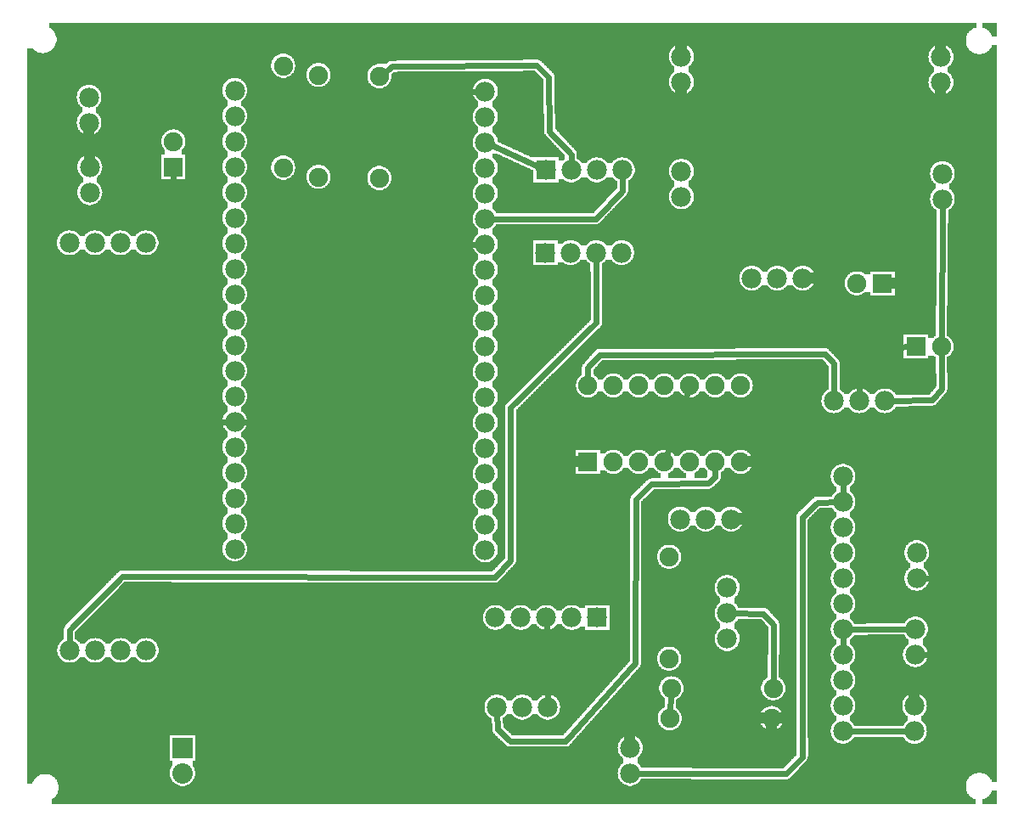
<source format=gtl>
G04 MADE WITH FRITZING*
G04 WWW.FRITZING.ORG*
G04 DOUBLE SIDED*
G04 HOLES PLATED*
G04 CONTOUR ON CENTER OF CONTOUR VECTOR*
%ASAXBY*%
%FSLAX23Y23*%
%MOIN*%
%OFA0B0*%
%SFA1.0B1.0*%
%ADD10C,0.075000*%
%ADD11C,0.078000*%
%ADD12C,0.080000*%
%ADD13R,0.078000X0.078000*%
%ADD14R,0.075000X0.075000*%
%ADD15R,0.080000X0.080000*%
%ADD16C,0.024000*%
%LNCOPPER1*%
G90*
G70*
G54D10*
X1941Y2426D03*
X2728Y2956D03*
G54D11*
X2277Y775D03*
X2177Y775D03*
X2077Y775D03*
X1977Y775D03*
X1877Y775D03*
X2277Y775D03*
X2177Y775D03*
X2077Y775D03*
X1977Y775D03*
X1877Y775D03*
G54D10*
X2240Y1386D03*
X2240Y1686D03*
X2340Y1386D03*
X2340Y1686D03*
X2440Y1386D03*
X2440Y1686D03*
X2540Y1386D03*
X2540Y1686D03*
X2640Y1386D03*
X2640Y1686D03*
X2740Y1386D03*
X2740Y1686D03*
X2840Y1386D03*
X2840Y1686D03*
G54D11*
X2073Y2207D03*
X2173Y2207D03*
X2273Y2207D03*
X2373Y2207D03*
X2075Y2532D03*
X2175Y2532D03*
X2275Y2532D03*
X2375Y2532D03*
G54D10*
X613Y2543D03*
X613Y2643D03*
X3528Y1838D03*
X3628Y1838D03*
X3396Y2087D03*
X3296Y2087D03*
G54D11*
X205Y646D03*
X305Y646D03*
X405Y646D03*
X505Y646D03*
X204Y2246D03*
X304Y2246D03*
X404Y2246D03*
X504Y2246D03*
X2607Y2877D03*
X2607Y2977D03*
X3632Y2417D03*
X3632Y2517D03*
X3626Y2875D03*
X3626Y2975D03*
X2607Y2426D03*
X2607Y2526D03*
X854Y1044D03*
X854Y1144D03*
X854Y1244D03*
X854Y1344D03*
X854Y1444D03*
X854Y1544D03*
X854Y1644D03*
X854Y1744D03*
X854Y1844D03*
X854Y1944D03*
X854Y2044D03*
X854Y2144D03*
X854Y2244D03*
X854Y2344D03*
X854Y2444D03*
X854Y2544D03*
X854Y2644D03*
X854Y2744D03*
X854Y2844D03*
X1837Y1040D03*
X1837Y1140D03*
X1837Y1240D03*
X1837Y1340D03*
X1837Y1440D03*
X1837Y1540D03*
X1837Y1640D03*
X1837Y1740D03*
X1837Y1840D03*
X1837Y1940D03*
X1837Y2040D03*
X1837Y2140D03*
X1837Y2240D03*
X1837Y2340D03*
X1837Y2440D03*
X1837Y2540D03*
X1837Y2640D03*
X1837Y2740D03*
X1837Y2840D03*
X2802Y1161D03*
X2702Y1161D03*
X2602Y1161D03*
X2082Y423D03*
X1982Y423D03*
X1882Y423D03*
X3241Y328D03*
X3241Y428D03*
X3241Y528D03*
X3241Y628D03*
X3241Y728D03*
X3241Y828D03*
X3241Y928D03*
X3241Y1028D03*
X3241Y1128D03*
X3241Y1228D03*
X3241Y1328D03*
X3406Y1625D03*
X3306Y1625D03*
X3206Y1625D03*
X3083Y2107D03*
X2983Y2107D03*
X2883Y2107D03*
G54D10*
X2961Y379D03*
X2561Y379D03*
X2968Y497D03*
X2568Y497D03*
X1044Y2541D03*
X1044Y2941D03*
X1421Y2500D03*
X1421Y2900D03*
X1182Y2504D03*
X1182Y2904D03*
G54D11*
X284Y2543D03*
X284Y2443D03*
X284Y2543D03*
X284Y2443D03*
X2406Y163D03*
X2406Y263D03*
X2406Y163D03*
X2406Y263D03*
X3531Y929D03*
X3531Y1029D03*
X3531Y929D03*
X3531Y1029D03*
X3522Y428D03*
X3522Y328D03*
X3522Y428D03*
X3522Y328D03*
X3526Y629D03*
X3526Y729D03*
X3526Y629D03*
X3526Y729D03*
X282Y2717D03*
X282Y2817D03*
X282Y2717D03*
X282Y2817D03*
G54D12*
X648Y264D03*
X648Y164D03*
G54D10*
X2559Y1013D03*
X2559Y613D03*
G54D11*
X2787Y692D03*
X2787Y792D03*
X2787Y892D03*
G54D13*
X2277Y775D03*
X2277Y775D03*
G54D14*
X2240Y1386D03*
G54D13*
X2073Y2207D03*
X2075Y2532D03*
G54D14*
X613Y2543D03*
X3528Y1838D03*
X3396Y2087D03*
G54D15*
X648Y264D03*
G54D16*
X1628Y2239D02*
X1818Y2240D01*
D02*
X922Y1543D02*
X1628Y2239D01*
D02*
X873Y1544D02*
X922Y1543D01*
D02*
X3503Y328D02*
X3260Y328D01*
D02*
X2058Y2540D02*
X1854Y2632D01*
D02*
X3241Y647D02*
X3241Y709D01*
D02*
X3507Y729D02*
X3260Y728D01*
D02*
X2040Y2943D02*
X2087Y2897D01*
D02*
X2090Y2684D02*
X2174Y2594D01*
D02*
X2087Y2897D02*
X2090Y2684D01*
D02*
X1472Y2938D02*
X2040Y2943D01*
D02*
X1435Y2911D02*
X1472Y2938D01*
D02*
X2174Y2594D02*
X2175Y2551D01*
D02*
X3241Y1247D02*
X3241Y1309D01*
D02*
X3591Y1628D02*
X3425Y1626D01*
D02*
X3630Y1673D02*
X3591Y1628D01*
D02*
X3628Y1821D02*
X3630Y1673D01*
D02*
X3631Y2398D02*
X3628Y1856D01*
D02*
X2425Y163D02*
X3019Y162D01*
D02*
X3081Y227D02*
X3081Y1170D01*
D02*
X3081Y1170D02*
X3141Y1227D01*
D02*
X3141Y1227D02*
X3222Y1228D01*
D02*
X3019Y162D02*
X3081Y227D01*
D02*
X3448Y1836D02*
X3511Y1838D01*
D02*
X3304Y1693D02*
X3448Y1836D01*
D02*
X3305Y1644D02*
X3304Y1693D01*
D02*
X3634Y678D02*
X3634Y882D01*
D02*
X3585Y628D02*
X3634Y678D01*
D02*
X3545Y629D02*
X3585Y628D01*
D02*
X3591Y929D02*
X3550Y929D01*
D02*
X3634Y882D02*
X3591Y929D01*
D02*
X1752Y2242D02*
X1652Y2342D01*
D02*
X1752Y2840D02*
X1818Y2840D01*
D02*
X1654Y2739D02*
X1752Y2840D01*
D02*
X1652Y2342D02*
X1654Y2739D01*
D02*
X1818Y2241D02*
X1752Y2242D01*
D02*
X740Y1543D02*
X835Y1544D01*
D02*
X614Y1664D02*
X740Y1543D01*
D02*
X613Y2526D02*
X614Y1664D01*
D02*
X2239Y1755D02*
X2285Y1807D01*
D02*
X3206Y1772D02*
X3206Y1644D01*
D02*
X3171Y1810D02*
X3206Y1772D01*
D02*
X2285Y1807D02*
X3171Y1810D01*
D02*
X2239Y1703D02*
X2239Y1755D01*
D02*
X2545Y1402D02*
X2634Y1669D01*
D02*
X2271Y2341D02*
X2375Y2450D01*
D02*
X2375Y2450D02*
X2375Y2513D01*
D02*
X1856Y2340D02*
X2271Y2341D01*
D02*
X204Y727D02*
X205Y665D01*
D02*
X412Y937D02*
X204Y727D01*
D02*
X1936Y999D02*
X1874Y933D01*
D02*
X1936Y1598D02*
X1936Y999D01*
D02*
X2273Y1932D02*
X1936Y1598D01*
D02*
X2273Y2188D02*
X2273Y1932D01*
D02*
X1874Y933D02*
X412Y937D01*
D02*
X1883Y404D02*
X1886Y336D01*
D02*
X1935Y289D02*
X2151Y289D01*
D02*
X2151Y289D02*
X2427Y595D01*
D02*
X1886Y336D02*
X1935Y289D01*
D02*
X2427Y595D02*
X2429Y1240D01*
D02*
X2490Y1299D02*
X2713Y1302D01*
D02*
X2713Y1302D02*
X2740Y1326D01*
D02*
X2429Y1240D02*
X2490Y1299D01*
D02*
X2740Y1326D02*
X2740Y1368D01*
D02*
X2567Y480D02*
X2562Y397D01*
D02*
X2078Y756D02*
X2082Y442D01*
D02*
X2968Y515D02*
X2970Y747D01*
D02*
X2970Y747D02*
X2930Y791D01*
D02*
X2930Y791D02*
X2806Y792D01*
G36*
X3790Y3110D02*
X3790Y3090D01*
X3796Y3090D01*
X3796Y3088D01*
X3800Y3088D01*
X3800Y3086D01*
X3804Y3086D01*
X3804Y3084D01*
X3806Y3084D01*
X3806Y3082D01*
X3810Y3082D01*
X3810Y3080D01*
X3812Y3080D01*
X3812Y3078D01*
X3814Y3078D01*
X3814Y3076D01*
X3816Y3076D01*
X3816Y3074D01*
X3818Y3074D01*
X3818Y3070D01*
X3820Y3070D01*
X3820Y3068D01*
X3822Y3068D01*
X3822Y3064D01*
X3824Y3064D01*
X3824Y3060D01*
X3826Y3060D01*
X3826Y3056D01*
X3846Y3056D01*
X3846Y3110D01*
X3790Y3110D01*
G37*
D02*
G36*
X1864Y2596D02*
X1864Y2580D01*
X1868Y2580D01*
X1868Y2578D01*
X1870Y2578D01*
X1870Y2576D01*
X1872Y2576D01*
X1872Y2574D01*
X1874Y2574D01*
X1874Y2572D01*
X1876Y2572D01*
X1876Y2568D01*
X1878Y2568D01*
X1878Y2566D01*
X1880Y2566D01*
X1880Y2562D01*
X1882Y2562D01*
X1882Y2558D01*
X1884Y2558D01*
X1884Y2550D01*
X1886Y2550D01*
X1886Y2530D01*
X1884Y2530D01*
X1884Y2524D01*
X1882Y2524D01*
X1882Y2520D01*
X1880Y2520D01*
X1880Y2516D01*
X1878Y2516D01*
X1878Y2512D01*
X1876Y2512D01*
X1876Y2510D01*
X1874Y2510D01*
X1874Y2508D01*
X1872Y2508D01*
X1872Y2506D01*
X1870Y2506D01*
X1870Y2504D01*
X1868Y2504D01*
X1868Y2502D01*
X1866Y2502D01*
X1866Y2500D01*
X1864Y2500D01*
X1864Y2484D01*
X2026Y2484D01*
X2026Y2530D01*
X2024Y2530D01*
X2024Y2532D01*
X2020Y2532D01*
X2020Y2534D01*
X2016Y2534D01*
X2016Y2536D01*
X2012Y2536D01*
X2012Y2538D01*
X2008Y2538D01*
X2008Y2540D01*
X2002Y2540D01*
X2002Y2542D01*
X1998Y2542D01*
X1998Y2544D01*
X1994Y2544D01*
X1994Y2546D01*
X1990Y2546D01*
X1990Y2548D01*
X1986Y2548D01*
X1986Y2550D01*
X1980Y2550D01*
X1980Y2552D01*
X1976Y2552D01*
X1976Y2554D01*
X1972Y2554D01*
X1972Y2556D01*
X1968Y2556D01*
X1968Y2558D01*
X1964Y2558D01*
X1964Y2560D01*
X1960Y2560D01*
X1960Y2562D01*
X1954Y2562D01*
X1954Y2564D01*
X1950Y2564D01*
X1950Y2566D01*
X1946Y2566D01*
X1946Y2568D01*
X1942Y2568D01*
X1942Y2570D01*
X1938Y2570D01*
X1938Y2572D01*
X1932Y2572D01*
X1932Y2574D01*
X1928Y2574D01*
X1928Y2576D01*
X1924Y2576D01*
X1924Y2578D01*
X1920Y2578D01*
X1920Y2580D01*
X1916Y2580D01*
X1916Y2582D01*
X1910Y2582D01*
X1910Y2584D01*
X1906Y2584D01*
X1906Y2586D01*
X1902Y2586D01*
X1902Y2588D01*
X1898Y2588D01*
X1898Y2590D01*
X1894Y2590D01*
X1894Y2592D01*
X1888Y2592D01*
X1888Y2594D01*
X1884Y2594D01*
X1884Y2596D01*
X1864Y2596D01*
G37*
D02*
G36*
X2214Y2504D02*
X2214Y2502D01*
X2212Y2502D01*
X2212Y2500D01*
X2210Y2500D01*
X2210Y2498D01*
X2208Y2498D01*
X2208Y2496D01*
X2206Y2496D01*
X2206Y2494D01*
X2204Y2494D01*
X2204Y2492D01*
X2200Y2492D01*
X2200Y2490D01*
X2196Y2490D01*
X2196Y2488D01*
X2192Y2488D01*
X2192Y2486D01*
X2186Y2486D01*
X2186Y2484D01*
X2264Y2484D01*
X2264Y2486D01*
X2256Y2486D01*
X2256Y2488D01*
X2252Y2488D01*
X2252Y2490D01*
X2250Y2490D01*
X2250Y2492D01*
X2246Y2492D01*
X2246Y2494D01*
X2244Y2494D01*
X2244Y2496D01*
X2242Y2496D01*
X2242Y2498D01*
X2240Y2498D01*
X2240Y2500D01*
X2238Y2500D01*
X2238Y2502D01*
X2236Y2502D01*
X2236Y2504D01*
X2214Y2504D01*
G37*
D02*
G36*
X2314Y2504D02*
X2314Y2502D01*
X2312Y2502D01*
X2312Y2500D01*
X2310Y2500D01*
X2310Y2498D01*
X2308Y2498D01*
X2308Y2496D01*
X2306Y2496D01*
X2306Y2494D01*
X2304Y2494D01*
X2304Y2492D01*
X2300Y2492D01*
X2300Y2490D01*
X2296Y2490D01*
X2296Y2488D01*
X2292Y2488D01*
X2292Y2486D01*
X2286Y2486D01*
X2286Y2484D01*
X2354Y2484D01*
X2354Y2488D01*
X2352Y2488D01*
X2352Y2490D01*
X2350Y2490D01*
X2350Y2492D01*
X2346Y2492D01*
X2346Y2494D01*
X2344Y2494D01*
X2344Y2496D01*
X2342Y2496D01*
X2342Y2498D01*
X2340Y2498D01*
X2340Y2500D01*
X2338Y2500D01*
X2338Y2502D01*
X2336Y2502D01*
X2336Y2504D01*
X2314Y2504D01*
G37*
D02*
G36*
X2124Y2496D02*
X2124Y2484D01*
X2164Y2484D01*
X2164Y2486D01*
X2156Y2486D01*
X2156Y2488D01*
X2152Y2488D01*
X2152Y2490D01*
X2150Y2490D01*
X2150Y2492D01*
X2146Y2492D01*
X2146Y2494D01*
X2144Y2494D01*
X2144Y2496D01*
X2124Y2496D01*
G37*
D02*
G36*
X1864Y2484D02*
X1864Y2482D01*
X2354Y2482D01*
X2354Y2484D01*
X1864Y2484D01*
G37*
D02*
G36*
X1864Y2484D02*
X1864Y2482D01*
X2354Y2482D01*
X2354Y2484D01*
X1864Y2484D01*
G37*
D02*
G36*
X1864Y2484D02*
X1864Y2482D01*
X2354Y2482D01*
X2354Y2484D01*
X1864Y2484D01*
G37*
D02*
G36*
X1864Y2484D02*
X1864Y2482D01*
X2354Y2482D01*
X2354Y2484D01*
X1864Y2484D01*
G37*
D02*
G36*
X1864Y2482D02*
X1864Y2480D01*
X1868Y2480D01*
X1868Y2478D01*
X1870Y2478D01*
X1870Y2476D01*
X1872Y2476D01*
X1872Y2474D01*
X1874Y2474D01*
X1874Y2472D01*
X1876Y2472D01*
X1876Y2468D01*
X1878Y2468D01*
X1878Y2466D01*
X1880Y2466D01*
X1880Y2462D01*
X1882Y2462D01*
X1882Y2458D01*
X1884Y2458D01*
X1884Y2450D01*
X1886Y2450D01*
X1886Y2430D01*
X1884Y2430D01*
X1884Y2424D01*
X1882Y2424D01*
X1882Y2420D01*
X1880Y2420D01*
X1880Y2416D01*
X1878Y2416D01*
X1878Y2412D01*
X1876Y2412D01*
X1876Y2410D01*
X1874Y2410D01*
X1874Y2408D01*
X1872Y2408D01*
X1872Y2406D01*
X1870Y2406D01*
X1870Y2404D01*
X1868Y2404D01*
X1868Y2402D01*
X1866Y2402D01*
X1866Y2400D01*
X1864Y2400D01*
X1864Y2380D01*
X1868Y2380D01*
X1868Y2378D01*
X1870Y2378D01*
X1870Y2376D01*
X1872Y2376D01*
X1872Y2374D01*
X1874Y2374D01*
X1874Y2372D01*
X1876Y2372D01*
X1876Y2368D01*
X1878Y2368D01*
X1878Y2366D01*
X1880Y2366D01*
X1880Y2362D01*
X2058Y2362D01*
X2058Y2364D01*
X2264Y2364D01*
X2264Y2368D01*
X2266Y2368D01*
X2266Y2370D01*
X2268Y2370D01*
X2268Y2372D01*
X2270Y2372D01*
X2270Y2374D01*
X2272Y2374D01*
X2272Y2376D01*
X2274Y2376D01*
X2274Y2378D01*
X2276Y2378D01*
X2276Y2380D01*
X2278Y2380D01*
X2278Y2382D01*
X2280Y2382D01*
X2280Y2384D01*
X2282Y2384D01*
X2282Y2386D01*
X2284Y2386D01*
X2284Y2388D01*
X2286Y2388D01*
X2286Y2390D01*
X2288Y2390D01*
X2288Y2392D01*
X2290Y2392D01*
X2290Y2394D01*
X2292Y2394D01*
X2292Y2396D01*
X2294Y2396D01*
X2294Y2398D01*
X2296Y2398D01*
X2296Y2400D01*
X2298Y2400D01*
X2298Y2402D01*
X2300Y2402D01*
X2300Y2404D01*
X2302Y2404D01*
X2302Y2406D01*
X2304Y2406D01*
X2304Y2408D01*
X2306Y2408D01*
X2306Y2410D01*
X2308Y2410D01*
X2308Y2412D01*
X2310Y2412D01*
X2310Y2414D01*
X2312Y2414D01*
X2312Y2418D01*
X2314Y2418D01*
X2314Y2420D01*
X2316Y2420D01*
X2316Y2422D01*
X2318Y2422D01*
X2318Y2424D01*
X2320Y2424D01*
X2320Y2426D01*
X2322Y2426D01*
X2322Y2428D01*
X2324Y2428D01*
X2324Y2430D01*
X2326Y2430D01*
X2326Y2432D01*
X2328Y2432D01*
X2328Y2434D01*
X2330Y2434D01*
X2330Y2436D01*
X2332Y2436D01*
X2332Y2438D01*
X2334Y2438D01*
X2334Y2440D01*
X2336Y2440D01*
X2336Y2442D01*
X2338Y2442D01*
X2338Y2444D01*
X2340Y2444D01*
X2340Y2446D01*
X2342Y2446D01*
X2342Y2448D01*
X2344Y2448D01*
X2344Y2450D01*
X2346Y2450D01*
X2346Y2452D01*
X2348Y2452D01*
X2348Y2454D01*
X2350Y2454D01*
X2350Y2456D01*
X2352Y2456D01*
X2352Y2458D01*
X2354Y2458D01*
X2354Y2482D01*
X1864Y2482D01*
G37*
D02*
G36*
X2580Y1362D02*
X2580Y1360D01*
X2578Y1360D01*
X2578Y1358D01*
X2576Y1358D01*
X2576Y1354D01*
X2574Y1354D01*
X2574Y1352D01*
X2572Y1352D01*
X2572Y1350D01*
X2568Y1350D01*
X2568Y1348D01*
X2566Y1348D01*
X2566Y1346D01*
X2562Y1346D01*
X2562Y1344D01*
X2560Y1344D01*
X2560Y1342D01*
X2554Y1342D01*
X2554Y1322D01*
X2626Y1322D01*
X2626Y1342D01*
X2620Y1342D01*
X2620Y1344D01*
X2616Y1344D01*
X2616Y1346D01*
X2614Y1346D01*
X2614Y1348D01*
X2610Y1348D01*
X2610Y1350D01*
X2608Y1350D01*
X2608Y1352D01*
X2606Y1352D01*
X2606Y1354D01*
X2604Y1354D01*
X2604Y1356D01*
X2602Y1356D01*
X2602Y1360D01*
X2600Y1360D01*
X2600Y1362D01*
X2580Y1362D01*
G37*
D02*
G36*
X2680Y1362D02*
X2680Y1360D01*
X2678Y1360D01*
X2678Y1358D01*
X2676Y1358D01*
X2676Y1354D01*
X2674Y1354D01*
X2674Y1352D01*
X2672Y1352D01*
X2672Y1350D01*
X2668Y1350D01*
X2668Y1348D01*
X2666Y1348D01*
X2666Y1346D01*
X2662Y1346D01*
X2662Y1344D01*
X2660Y1344D01*
X2660Y1324D01*
X2706Y1324D01*
X2706Y1326D01*
X2708Y1326D01*
X2708Y1328D01*
X2710Y1328D01*
X2710Y1350D01*
X2708Y1350D01*
X2708Y1352D01*
X2706Y1352D01*
X2706Y1354D01*
X2704Y1354D01*
X2704Y1356D01*
X2702Y1356D01*
X2702Y1360D01*
X2700Y1360D01*
X2700Y1362D01*
X2680Y1362D01*
G37*
D02*
G36*
X124Y3110D02*
X124Y3090D01*
X128Y3090D01*
X128Y3088D01*
X132Y3088D01*
X132Y3086D01*
X134Y3086D01*
X134Y3084D01*
X136Y3084D01*
X136Y3082D01*
X138Y3082D01*
X138Y3080D01*
X140Y3080D01*
X140Y3078D01*
X142Y3078D01*
X142Y3076D01*
X144Y3076D01*
X144Y3072D01*
X146Y3072D01*
X146Y3068D01*
X148Y3068D01*
X148Y3066D01*
X150Y3066D01*
X150Y3060D01*
X152Y3060D01*
X152Y3052D01*
X154Y3052D01*
X154Y3036D01*
X152Y3036D01*
X152Y3028D01*
X150Y3028D01*
X150Y3026D01*
X2618Y3026D01*
X2618Y3024D01*
X3638Y3024D01*
X3638Y3022D01*
X3644Y3022D01*
X3644Y3020D01*
X3648Y3020D01*
X3648Y3018D01*
X3652Y3018D01*
X3652Y3016D01*
X3654Y3016D01*
X3654Y3014D01*
X3658Y3014D01*
X3658Y3012D01*
X3660Y3012D01*
X3660Y3010D01*
X3662Y3010D01*
X3662Y3008D01*
X3664Y3008D01*
X3664Y3004D01*
X3666Y3004D01*
X3666Y3002D01*
X3668Y3002D01*
X3668Y2998D01*
X3670Y2998D01*
X3670Y2994D01*
X3672Y2994D01*
X3672Y2988D01*
X3674Y2988D01*
X3674Y2986D01*
X3768Y2986D01*
X3768Y2988D01*
X3760Y2988D01*
X3760Y2990D01*
X3754Y2990D01*
X3754Y2992D01*
X3750Y2992D01*
X3750Y2994D01*
X3748Y2994D01*
X3748Y2996D01*
X3744Y2996D01*
X3744Y2998D01*
X3742Y2998D01*
X3742Y3000D01*
X3740Y3000D01*
X3740Y3002D01*
X3738Y3002D01*
X3738Y3004D01*
X3736Y3004D01*
X3736Y3006D01*
X3734Y3006D01*
X3734Y3008D01*
X3732Y3008D01*
X3732Y3012D01*
X3730Y3012D01*
X3730Y3016D01*
X3728Y3016D01*
X3728Y3020D01*
X3726Y3020D01*
X3726Y3026D01*
X3724Y3026D01*
X3724Y3038D01*
X3722Y3038D01*
X3722Y3040D01*
X3724Y3040D01*
X3724Y3054D01*
X3726Y3054D01*
X3726Y3060D01*
X3728Y3060D01*
X3728Y3064D01*
X3730Y3064D01*
X3730Y3068D01*
X3732Y3068D01*
X3732Y3070D01*
X3734Y3070D01*
X3734Y3072D01*
X3736Y3072D01*
X3736Y3076D01*
X3738Y3076D01*
X3738Y3078D01*
X3740Y3078D01*
X3740Y3080D01*
X3744Y3080D01*
X3744Y3082D01*
X3746Y3082D01*
X3746Y3084D01*
X3750Y3084D01*
X3750Y3086D01*
X3752Y3086D01*
X3752Y3088D01*
X3758Y3088D01*
X3758Y3090D01*
X3764Y3090D01*
X3764Y3110D01*
X124Y3110D01*
G37*
D02*
G36*
X150Y3026D02*
X150Y3022D01*
X148Y3022D01*
X148Y3020D01*
X146Y3020D01*
X146Y3016D01*
X144Y3016D01*
X144Y3012D01*
X142Y3012D01*
X142Y3010D01*
X140Y3010D01*
X140Y3008D01*
X138Y3008D01*
X138Y3006D01*
X136Y3006D01*
X136Y3004D01*
X134Y3004D01*
X134Y3002D01*
X132Y3002D01*
X132Y3000D01*
X128Y3000D01*
X128Y2998D01*
X124Y2998D01*
X124Y2996D01*
X120Y2996D01*
X120Y2994D01*
X116Y2994D01*
X116Y2992D01*
X106Y2992D01*
X106Y2990D01*
X2560Y2990D01*
X2560Y2994D01*
X2562Y2994D01*
X2562Y2998D01*
X2564Y2998D01*
X2564Y3002D01*
X2566Y3002D01*
X2566Y3006D01*
X2568Y3006D01*
X2568Y3008D01*
X2570Y3008D01*
X2570Y3010D01*
X2572Y3010D01*
X2572Y3012D01*
X2574Y3012D01*
X2574Y3014D01*
X2576Y3014D01*
X2576Y3016D01*
X2578Y3016D01*
X2578Y3018D01*
X2582Y3018D01*
X2582Y3020D01*
X2586Y3020D01*
X2586Y3022D01*
X2590Y3022D01*
X2590Y3024D01*
X2596Y3024D01*
X2596Y3026D01*
X150Y3026D01*
G37*
D02*
G36*
X2624Y3024D02*
X2624Y3022D01*
X2628Y3022D01*
X2628Y3020D01*
X2632Y3020D01*
X2632Y3018D01*
X2636Y3018D01*
X2636Y3016D01*
X2638Y3016D01*
X2638Y3014D01*
X2640Y3014D01*
X2640Y3012D01*
X2642Y3012D01*
X2642Y3010D01*
X2644Y3010D01*
X2644Y3008D01*
X2646Y3008D01*
X2646Y3006D01*
X2648Y3006D01*
X2648Y3002D01*
X2650Y3002D01*
X2650Y2998D01*
X2652Y2998D01*
X2652Y2994D01*
X2654Y2994D01*
X2654Y2988D01*
X2656Y2988D01*
X2656Y2968D01*
X2654Y2968D01*
X2654Y2960D01*
X2652Y2960D01*
X2652Y2956D01*
X2650Y2956D01*
X2650Y2952D01*
X2648Y2952D01*
X2648Y2950D01*
X2646Y2950D01*
X2646Y2946D01*
X2644Y2946D01*
X2644Y2944D01*
X2642Y2944D01*
X2642Y2942D01*
X2640Y2942D01*
X2640Y2940D01*
X2638Y2940D01*
X2638Y2938D01*
X2634Y2938D01*
X2634Y2918D01*
X2636Y2918D01*
X2636Y2916D01*
X2638Y2916D01*
X2638Y2914D01*
X2640Y2914D01*
X2640Y2912D01*
X2642Y2912D01*
X2642Y2910D01*
X2644Y2910D01*
X2644Y2908D01*
X2646Y2908D01*
X2646Y2906D01*
X2648Y2906D01*
X2648Y2902D01*
X2650Y2902D01*
X2650Y2898D01*
X2652Y2898D01*
X2652Y2894D01*
X2654Y2894D01*
X2654Y2888D01*
X2656Y2888D01*
X2656Y2868D01*
X2654Y2868D01*
X2654Y2860D01*
X2652Y2860D01*
X2652Y2856D01*
X2650Y2856D01*
X2650Y2852D01*
X2648Y2852D01*
X2648Y2850D01*
X2646Y2850D01*
X2646Y2846D01*
X2644Y2846D01*
X2644Y2844D01*
X2642Y2844D01*
X2642Y2842D01*
X2640Y2842D01*
X2640Y2840D01*
X2638Y2840D01*
X2638Y2838D01*
X2634Y2838D01*
X2634Y2836D01*
X2632Y2836D01*
X2632Y2834D01*
X2628Y2834D01*
X2628Y2832D01*
X2622Y2832D01*
X2622Y2830D01*
X2614Y2830D01*
X2614Y2828D01*
X3612Y2828D01*
X3612Y2830D01*
X3606Y2830D01*
X3606Y2832D01*
X3602Y2832D01*
X3602Y2834D01*
X3598Y2834D01*
X3598Y2836D01*
X3596Y2836D01*
X3596Y2838D01*
X3594Y2838D01*
X3594Y2840D01*
X3592Y2840D01*
X3592Y2842D01*
X3590Y2842D01*
X3590Y2844D01*
X3588Y2844D01*
X3588Y2846D01*
X3586Y2846D01*
X3586Y2848D01*
X3584Y2848D01*
X3584Y2852D01*
X3582Y2852D01*
X3582Y2856D01*
X3580Y2856D01*
X3580Y2862D01*
X3578Y2862D01*
X3578Y2872D01*
X3576Y2872D01*
X3576Y2880D01*
X3578Y2880D01*
X3578Y2890D01*
X3580Y2890D01*
X3580Y2896D01*
X3582Y2896D01*
X3582Y2898D01*
X3584Y2898D01*
X3584Y2902D01*
X3586Y2902D01*
X3586Y2906D01*
X3588Y2906D01*
X3588Y2908D01*
X3590Y2908D01*
X3590Y2910D01*
X3592Y2910D01*
X3592Y2912D01*
X3594Y2912D01*
X3594Y2914D01*
X3596Y2914D01*
X3596Y2916D01*
X3598Y2916D01*
X3598Y2936D01*
X3596Y2936D01*
X3596Y2938D01*
X3594Y2938D01*
X3594Y2940D01*
X3592Y2940D01*
X3592Y2942D01*
X3590Y2942D01*
X3590Y2944D01*
X3588Y2944D01*
X3588Y2946D01*
X3586Y2946D01*
X3586Y2948D01*
X3584Y2948D01*
X3584Y2952D01*
X3582Y2952D01*
X3582Y2956D01*
X3580Y2956D01*
X3580Y2962D01*
X3578Y2962D01*
X3578Y2972D01*
X3576Y2972D01*
X3576Y2980D01*
X3578Y2980D01*
X3578Y2990D01*
X3580Y2990D01*
X3580Y2996D01*
X3582Y2996D01*
X3582Y2998D01*
X3584Y2998D01*
X3584Y3002D01*
X3586Y3002D01*
X3586Y3006D01*
X3588Y3006D01*
X3588Y3008D01*
X3590Y3008D01*
X3590Y3010D01*
X3592Y3010D01*
X3592Y3012D01*
X3594Y3012D01*
X3594Y3014D01*
X3596Y3014D01*
X3596Y3016D01*
X3600Y3016D01*
X3600Y3018D01*
X3604Y3018D01*
X3604Y3020D01*
X3608Y3020D01*
X3608Y3022D01*
X3614Y3022D01*
X3614Y3024D01*
X2624Y3024D01*
G37*
D02*
G36*
X3826Y3024D02*
X3826Y3018D01*
X3824Y3018D01*
X3824Y3014D01*
X3822Y3014D01*
X3822Y3010D01*
X3820Y3010D01*
X3820Y3008D01*
X3818Y3008D01*
X3818Y3006D01*
X3816Y3006D01*
X3816Y3004D01*
X3814Y3004D01*
X3814Y3000D01*
X3810Y3000D01*
X3810Y2998D01*
X3808Y2998D01*
X3808Y2996D01*
X3806Y2996D01*
X3806Y2994D01*
X3802Y2994D01*
X3802Y2992D01*
X3798Y2992D01*
X3798Y2990D01*
X3792Y2990D01*
X3792Y2988D01*
X3784Y2988D01*
X3784Y2986D01*
X3846Y2986D01*
X3846Y3024D01*
X3826Y3024D01*
G37*
D02*
G36*
X40Y3010D02*
X40Y2990D01*
X94Y2990D01*
X94Y2992D01*
X86Y2992D01*
X86Y2994D01*
X80Y2994D01*
X80Y2996D01*
X76Y2996D01*
X76Y2998D01*
X72Y2998D01*
X72Y3000D01*
X70Y3000D01*
X70Y3002D01*
X66Y3002D01*
X66Y3004D01*
X64Y3004D01*
X64Y3006D01*
X62Y3006D01*
X62Y3008D01*
X60Y3008D01*
X60Y3010D01*
X40Y3010D01*
G37*
D02*
G36*
X40Y2990D02*
X40Y2988D01*
X2560Y2988D01*
X2560Y2990D01*
X40Y2990D01*
G37*
D02*
G36*
X40Y2990D02*
X40Y2988D01*
X2560Y2988D01*
X2560Y2990D01*
X40Y2990D01*
G37*
D02*
G36*
X40Y2988D02*
X40Y2866D01*
X294Y2866D01*
X294Y2864D01*
X300Y2864D01*
X300Y2862D01*
X304Y2862D01*
X304Y2860D01*
X308Y2860D01*
X308Y2858D01*
X310Y2858D01*
X310Y2856D01*
X312Y2856D01*
X312Y2854D01*
X316Y2854D01*
X316Y2852D01*
X318Y2852D01*
X318Y2848D01*
X320Y2848D01*
X320Y2846D01*
X322Y2846D01*
X322Y2844D01*
X324Y2844D01*
X324Y2840D01*
X326Y2840D01*
X326Y2836D01*
X328Y2836D01*
X328Y2830D01*
X330Y2830D01*
X330Y2806D01*
X328Y2806D01*
X328Y2800D01*
X326Y2800D01*
X326Y2796D01*
X324Y2796D01*
X324Y2792D01*
X322Y2792D01*
X322Y2788D01*
X320Y2788D01*
X320Y2786D01*
X318Y2786D01*
X318Y2784D01*
X316Y2784D01*
X316Y2782D01*
X314Y2782D01*
X314Y2780D01*
X312Y2780D01*
X312Y2778D01*
X308Y2778D01*
X308Y2758D01*
X310Y2758D01*
X310Y2756D01*
X312Y2756D01*
X312Y2754D01*
X316Y2754D01*
X316Y2752D01*
X318Y2752D01*
X318Y2748D01*
X320Y2748D01*
X320Y2746D01*
X322Y2746D01*
X322Y2744D01*
X324Y2744D01*
X324Y2740D01*
X326Y2740D01*
X326Y2736D01*
X328Y2736D01*
X328Y2730D01*
X330Y2730D01*
X330Y2706D01*
X328Y2706D01*
X328Y2700D01*
X326Y2700D01*
X326Y2696D01*
X324Y2696D01*
X324Y2692D01*
X618Y2692D01*
X618Y2690D01*
X626Y2690D01*
X626Y2688D01*
X632Y2688D01*
X632Y2686D01*
X636Y2686D01*
X636Y2684D01*
X640Y2684D01*
X640Y2682D01*
X642Y2682D01*
X642Y2680D01*
X644Y2680D01*
X644Y2678D01*
X646Y2678D01*
X646Y2676D01*
X648Y2676D01*
X648Y2674D01*
X650Y2674D01*
X650Y2672D01*
X652Y2672D01*
X652Y2668D01*
X654Y2668D01*
X654Y2666D01*
X656Y2666D01*
X656Y2660D01*
X658Y2660D01*
X658Y2654D01*
X660Y2654D01*
X660Y2634D01*
X658Y2634D01*
X658Y2626D01*
X656Y2626D01*
X656Y2622D01*
X654Y2622D01*
X654Y2618D01*
X652Y2618D01*
X652Y2616D01*
X650Y2616D01*
X650Y2614D01*
X648Y2614D01*
X648Y2612D01*
X646Y2612D01*
X646Y2592D01*
X660Y2592D01*
X660Y2496D01*
X826Y2496D01*
X826Y2504D01*
X824Y2504D01*
X824Y2506D01*
X822Y2506D01*
X822Y2508D01*
X820Y2508D01*
X820Y2510D01*
X818Y2510D01*
X818Y2512D01*
X816Y2512D01*
X816Y2514D01*
X814Y2514D01*
X814Y2518D01*
X812Y2518D01*
X812Y2520D01*
X810Y2520D01*
X810Y2524D01*
X808Y2524D01*
X808Y2530D01*
X806Y2530D01*
X806Y2540D01*
X804Y2540D01*
X804Y2548D01*
X806Y2548D01*
X806Y2558D01*
X808Y2558D01*
X808Y2564D01*
X810Y2564D01*
X810Y2568D01*
X812Y2568D01*
X812Y2572D01*
X814Y2572D01*
X814Y2574D01*
X816Y2574D01*
X816Y2576D01*
X818Y2576D01*
X818Y2578D01*
X820Y2578D01*
X820Y2580D01*
X822Y2580D01*
X822Y2582D01*
X824Y2582D01*
X824Y2584D01*
X826Y2584D01*
X826Y2604D01*
X824Y2604D01*
X824Y2606D01*
X822Y2606D01*
X822Y2608D01*
X820Y2608D01*
X820Y2610D01*
X818Y2610D01*
X818Y2612D01*
X816Y2612D01*
X816Y2614D01*
X814Y2614D01*
X814Y2618D01*
X812Y2618D01*
X812Y2620D01*
X810Y2620D01*
X810Y2624D01*
X808Y2624D01*
X808Y2630D01*
X806Y2630D01*
X806Y2640D01*
X804Y2640D01*
X804Y2648D01*
X806Y2648D01*
X806Y2658D01*
X808Y2658D01*
X808Y2664D01*
X810Y2664D01*
X810Y2668D01*
X812Y2668D01*
X812Y2672D01*
X814Y2672D01*
X814Y2674D01*
X816Y2674D01*
X816Y2676D01*
X818Y2676D01*
X818Y2678D01*
X820Y2678D01*
X820Y2680D01*
X822Y2680D01*
X822Y2682D01*
X824Y2682D01*
X824Y2684D01*
X826Y2684D01*
X826Y2704D01*
X824Y2704D01*
X824Y2706D01*
X822Y2706D01*
X822Y2708D01*
X820Y2708D01*
X820Y2710D01*
X818Y2710D01*
X818Y2712D01*
X816Y2712D01*
X816Y2714D01*
X814Y2714D01*
X814Y2718D01*
X812Y2718D01*
X812Y2720D01*
X810Y2720D01*
X810Y2724D01*
X808Y2724D01*
X808Y2730D01*
X806Y2730D01*
X806Y2740D01*
X804Y2740D01*
X804Y2748D01*
X806Y2748D01*
X806Y2758D01*
X808Y2758D01*
X808Y2764D01*
X810Y2764D01*
X810Y2768D01*
X812Y2768D01*
X812Y2772D01*
X814Y2772D01*
X814Y2774D01*
X816Y2774D01*
X816Y2776D01*
X818Y2776D01*
X818Y2778D01*
X820Y2778D01*
X820Y2780D01*
X822Y2780D01*
X822Y2782D01*
X824Y2782D01*
X824Y2784D01*
X826Y2784D01*
X826Y2804D01*
X824Y2804D01*
X824Y2806D01*
X822Y2806D01*
X822Y2808D01*
X820Y2808D01*
X820Y2810D01*
X818Y2810D01*
X818Y2812D01*
X816Y2812D01*
X816Y2814D01*
X814Y2814D01*
X814Y2818D01*
X812Y2818D01*
X812Y2820D01*
X810Y2820D01*
X810Y2824D01*
X808Y2824D01*
X808Y2830D01*
X806Y2830D01*
X806Y2840D01*
X804Y2840D01*
X804Y2848D01*
X806Y2848D01*
X806Y2858D01*
X808Y2858D01*
X808Y2864D01*
X810Y2864D01*
X810Y2868D01*
X812Y2868D01*
X812Y2872D01*
X814Y2872D01*
X814Y2874D01*
X816Y2874D01*
X816Y2876D01*
X818Y2876D01*
X818Y2878D01*
X820Y2878D01*
X820Y2880D01*
X822Y2880D01*
X822Y2882D01*
X824Y2882D01*
X824Y2884D01*
X826Y2884D01*
X826Y2886D01*
X830Y2886D01*
X830Y2888D01*
X834Y2888D01*
X834Y2890D01*
X840Y2890D01*
X840Y2892D01*
X848Y2892D01*
X848Y2894D01*
X1034Y2894D01*
X1034Y2896D01*
X1028Y2896D01*
X1028Y2898D01*
X1022Y2898D01*
X1022Y2900D01*
X1020Y2900D01*
X1020Y2902D01*
X1016Y2902D01*
X1016Y2904D01*
X1014Y2904D01*
X1014Y2906D01*
X1012Y2906D01*
X1012Y2908D01*
X1010Y2908D01*
X1010Y2910D01*
X1008Y2910D01*
X1008Y2912D01*
X1006Y2912D01*
X1006Y2914D01*
X1004Y2914D01*
X1004Y2918D01*
X1002Y2918D01*
X1002Y2922D01*
X1000Y2922D01*
X1000Y2926D01*
X998Y2926D01*
X998Y2934D01*
X996Y2934D01*
X996Y2948D01*
X998Y2948D01*
X998Y2956D01*
X1000Y2956D01*
X1000Y2962D01*
X1002Y2962D01*
X1002Y2966D01*
X1004Y2966D01*
X1004Y2968D01*
X1006Y2968D01*
X1006Y2972D01*
X1008Y2972D01*
X1008Y2974D01*
X1010Y2974D01*
X1010Y2976D01*
X1012Y2976D01*
X1012Y2978D01*
X1016Y2978D01*
X1016Y2980D01*
X1018Y2980D01*
X1018Y2982D01*
X1022Y2982D01*
X1022Y2984D01*
X1024Y2984D01*
X1024Y2986D01*
X1032Y2986D01*
X1032Y2988D01*
X40Y2988D01*
G37*
D02*
G36*
X1056Y2988D02*
X1056Y2986D01*
X1062Y2986D01*
X1062Y2984D01*
X1066Y2984D01*
X1066Y2982D01*
X1070Y2982D01*
X1070Y2980D01*
X1072Y2980D01*
X1072Y2978D01*
X1074Y2978D01*
X1074Y2976D01*
X1078Y2976D01*
X1078Y2974D01*
X1080Y2974D01*
X1080Y2970D01*
X1082Y2970D01*
X1082Y2968D01*
X1084Y2968D01*
X1084Y2966D01*
X2044Y2966D01*
X2044Y2964D01*
X2050Y2964D01*
X2050Y2962D01*
X2052Y2962D01*
X2052Y2960D01*
X2056Y2960D01*
X2056Y2958D01*
X2058Y2958D01*
X2058Y2956D01*
X2060Y2956D01*
X2060Y2954D01*
X2062Y2954D01*
X2062Y2952D01*
X2064Y2952D01*
X2064Y2950D01*
X2066Y2950D01*
X2066Y2948D01*
X2068Y2948D01*
X2068Y2946D01*
X2070Y2946D01*
X2070Y2944D01*
X2072Y2944D01*
X2072Y2942D01*
X2074Y2942D01*
X2074Y2940D01*
X2076Y2940D01*
X2076Y2938D01*
X2078Y2938D01*
X2078Y2936D01*
X2080Y2936D01*
X2080Y2934D01*
X2082Y2934D01*
X2082Y2932D01*
X2084Y2932D01*
X2084Y2930D01*
X2086Y2930D01*
X2086Y2928D01*
X2088Y2928D01*
X2088Y2926D01*
X2090Y2926D01*
X2090Y2924D01*
X2092Y2924D01*
X2092Y2922D01*
X2094Y2922D01*
X2094Y2920D01*
X2096Y2920D01*
X2096Y2918D01*
X2098Y2918D01*
X2098Y2916D01*
X2100Y2916D01*
X2100Y2914D01*
X2102Y2914D01*
X2102Y2912D01*
X2104Y2912D01*
X2104Y2910D01*
X2106Y2910D01*
X2106Y2906D01*
X2108Y2906D01*
X2108Y2894D01*
X2110Y2894D01*
X2110Y2828D01*
X2600Y2828D01*
X2600Y2830D01*
X2592Y2830D01*
X2592Y2832D01*
X2586Y2832D01*
X2586Y2834D01*
X2584Y2834D01*
X2584Y2836D01*
X2580Y2836D01*
X2580Y2838D01*
X2578Y2838D01*
X2578Y2840D01*
X2574Y2840D01*
X2574Y2842D01*
X2572Y2842D01*
X2572Y2844D01*
X2570Y2844D01*
X2570Y2848D01*
X2568Y2848D01*
X2568Y2850D01*
X2566Y2850D01*
X2566Y2852D01*
X2564Y2852D01*
X2564Y2856D01*
X2562Y2856D01*
X2562Y2862D01*
X2560Y2862D01*
X2560Y2868D01*
X2558Y2868D01*
X2558Y2886D01*
X2560Y2886D01*
X2560Y2894D01*
X2562Y2894D01*
X2562Y2898D01*
X2564Y2898D01*
X2564Y2902D01*
X2566Y2902D01*
X2566Y2906D01*
X2568Y2906D01*
X2568Y2908D01*
X2570Y2908D01*
X2570Y2910D01*
X2572Y2910D01*
X2572Y2912D01*
X2574Y2912D01*
X2574Y2914D01*
X2576Y2914D01*
X2576Y2916D01*
X2578Y2916D01*
X2578Y2918D01*
X2580Y2918D01*
X2580Y2938D01*
X2578Y2938D01*
X2578Y2940D01*
X2574Y2940D01*
X2574Y2942D01*
X2572Y2942D01*
X2572Y2944D01*
X2570Y2944D01*
X2570Y2948D01*
X2568Y2948D01*
X2568Y2950D01*
X2566Y2950D01*
X2566Y2952D01*
X2564Y2952D01*
X2564Y2956D01*
X2562Y2956D01*
X2562Y2962D01*
X2560Y2962D01*
X2560Y2968D01*
X2558Y2968D01*
X2558Y2986D01*
X2560Y2986D01*
X2560Y2988D01*
X1056Y2988D01*
G37*
D02*
G36*
X3674Y2986D02*
X3674Y2984D01*
X3846Y2984D01*
X3846Y2986D01*
X3674Y2986D01*
G37*
D02*
G36*
X3674Y2986D02*
X3674Y2984D01*
X3846Y2984D01*
X3846Y2986D01*
X3674Y2986D01*
G37*
D02*
G36*
X3674Y2984D02*
X3674Y2964D01*
X3672Y2964D01*
X3672Y2956D01*
X3670Y2956D01*
X3670Y2954D01*
X3668Y2954D01*
X3668Y2950D01*
X3666Y2950D01*
X3666Y2946D01*
X3664Y2946D01*
X3664Y2944D01*
X3662Y2944D01*
X3662Y2942D01*
X3660Y2942D01*
X3660Y2940D01*
X3658Y2940D01*
X3658Y2938D01*
X3656Y2938D01*
X3656Y2936D01*
X3652Y2936D01*
X3652Y2916D01*
X3654Y2916D01*
X3654Y2914D01*
X3658Y2914D01*
X3658Y2912D01*
X3660Y2912D01*
X3660Y2910D01*
X3662Y2910D01*
X3662Y2908D01*
X3664Y2908D01*
X3664Y2904D01*
X3666Y2904D01*
X3666Y2902D01*
X3668Y2902D01*
X3668Y2898D01*
X3670Y2898D01*
X3670Y2894D01*
X3672Y2894D01*
X3672Y2888D01*
X3674Y2888D01*
X3674Y2864D01*
X3672Y2864D01*
X3672Y2856D01*
X3670Y2856D01*
X3670Y2854D01*
X3668Y2854D01*
X3668Y2850D01*
X3666Y2850D01*
X3666Y2846D01*
X3664Y2846D01*
X3664Y2844D01*
X3662Y2844D01*
X3662Y2842D01*
X3660Y2842D01*
X3660Y2840D01*
X3658Y2840D01*
X3658Y2838D01*
X3656Y2838D01*
X3656Y2836D01*
X3652Y2836D01*
X3652Y2834D01*
X3650Y2834D01*
X3650Y2832D01*
X3646Y2832D01*
X3646Y2830D01*
X3640Y2830D01*
X3640Y2828D01*
X3632Y2828D01*
X3632Y2826D01*
X3846Y2826D01*
X3846Y2984D01*
X3674Y2984D01*
G37*
D02*
G36*
X1084Y2966D02*
X1084Y2964D01*
X1086Y2964D01*
X1086Y2960D01*
X1088Y2960D01*
X1088Y2956D01*
X1090Y2956D01*
X1090Y2952D01*
X1192Y2952D01*
X1192Y2950D01*
X1200Y2950D01*
X1200Y2948D01*
X1204Y2948D01*
X1204Y2946D01*
X1208Y2946D01*
X1208Y2944D01*
X1210Y2944D01*
X1210Y2942D01*
X1212Y2942D01*
X1212Y2940D01*
X1216Y2940D01*
X1216Y2936D01*
X1218Y2936D01*
X1218Y2934D01*
X1220Y2934D01*
X1220Y2932D01*
X1222Y2932D01*
X1222Y2928D01*
X1224Y2928D01*
X1224Y2924D01*
X1226Y2924D01*
X1226Y2920D01*
X1228Y2920D01*
X1228Y2912D01*
X1230Y2912D01*
X1230Y2898D01*
X1228Y2898D01*
X1228Y2890D01*
X1226Y2890D01*
X1226Y2884D01*
X1224Y2884D01*
X1224Y2880D01*
X1222Y2880D01*
X1222Y2878D01*
X1220Y2878D01*
X1220Y2876D01*
X1218Y2876D01*
X1218Y2872D01*
X1216Y2872D01*
X1216Y2870D01*
X1214Y2870D01*
X1214Y2868D01*
X1210Y2868D01*
X1210Y2866D01*
X1208Y2866D01*
X1208Y2864D01*
X1204Y2864D01*
X1204Y2862D01*
X1200Y2862D01*
X1200Y2860D01*
X1194Y2860D01*
X1194Y2858D01*
X1398Y2858D01*
X1398Y2860D01*
X1394Y2860D01*
X1394Y2862D01*
X1392Y2862D01*
X1392Y2864D01*
X1390Y2864D01*
X1390Y2866D01*
X1388Y2866D01*
X1388Y2868D01*
X1386Y2868D01*
X1386Y2870D01*
X1384Y2870D01*
X1384Y2872D01*
X1382Y2872D01*
X1382Y2874D01*
X1380Y2874D01*
X1380Y2878D01*
X1378Y2878D01*
X1378Y2882D01*
X1376Y2882D01*
X1376Y2890D01*
X1374Y2890D01*
X1374Y2912D01*
X1376Y2912D01*
X1376Y2918D01*
X1378Y2918D01*
X1378Y2922D01*
X1380Y2922D01*
X1380Y2926D01*
X1382Y2926D01*
X1382Y2928D01*
X1384Y2928D01*
X1384Y2932D01*
X1386Y2932D01*
X1386Y2934D01*
X1388Y2934D01*
X1388Y2936D01*
X1392Y2936D01*
X1392Y2938D01*
X1394Y2938D01*
X1394Y2940D01*
X1396Y2940D01*
X1396Y2942D01*
X1400Y2942D01*
X1400Y2944D01*
X1406Y2944D01*
X1406Y2946D01*
X1412Y2946D01*
X1412Y2948D01*
X1448Y2948D01*
X1448Y2950D01*
X1452Y2950D01*
X1452Y2952D01*
X1454Y2952D01*
X1454Y2954D01*
X1456Y2954D01*
X1456Y2956D01*
X1460Y2956D01*
X1460Y2958D01*
X1464Y2958D01*
X1464Y2960D01*
X1490Y2960D01*
X1490Y2962D01*
X1738Y2962D01*
X1738Y2964D01*
X1984Y2964D01*
X1984Y2966D01*
X1084Y2966D01*
G37*
D02*
G36*
X1090Y2952D02*
X1090Y2946D01*
X1092Y2946D01*
X1092Y2936D01*
X1090Y2936D01*
X1090Y2928D01*
X1088Y2928D01*
X1088Y2922D01*
X1086Y2922D01*
X1086Y2918D01*
X1084Y2918D01*
X1084Y2914D01*
X1082Y2914D01*
X1082Y2912D01*
X1080Y2912D01*
X1080Y2910D01*
X1078Y2910D01*
X1078Y2908D01*
X1076Y2908D01*
X1076Y2906D01*
X1074Y2906D01*
X1074Y2904D01*
X1072Y2904D01*
X1072Y2902D01*
X1068Y2902D01*
X1068Y2900D01*
X1064Y2900D01*
X1064Y2898D01*
X1060Y2898D01*
X1060Y2896D01*
X1054Y2896D01*
X1054Y2894D01*
X1136Y2894D01*
X1136Y2900D01*
X1134Y2900D01*
X1134Y2910D01*
X1136Y2910D01*
X1136Y2918D01*
X1138Y2918D01*
X1138Y2924D01*
X1140Y2924D01*
X1140Y2928D01*
X1142Y2928D01*
X1142Y2932D01*
X1144Y2932D01*
X1144Y2934D01*
X1146Y2934D01*
X1146Y2936D01*
X1148Y2936D01*
X1148Y2938D01*
X1150Y2938D01*
X1150Y2940D01*
X1152Y2940D01*
X1152Y2942D01*
X1154Y2942D01*
X1154Y2944D01*
X1158Y2944D01*
X1158Y2946D01*
X1160Y2946D01*
X1160Y2948D01*
X1166Y2948D01*
X1166Y2950D01*
X1172Y2950D01*
X1172Y2952D01*
X1090Y2952D01*
G37*
D02*
G36*
X1986Y2922D02*
X1986Y2920D01*
X1738Y2920D01*
X1738Y2918D01*
X1492Y2918D01*
X1492Y2916D01*
X1476Y2916D01*
X1476Y2914D01*
X1474Y2914D01*
X1474Y2912D01*
X1472Y2912D01*
X1472Y2910D01*
X1468Y2910D01*
X1468Y2890D01*
X1844Y2890D01*
X1844Y2888D01*
X1852Y2888D01*
X1852Y2886D01*
X1858Y2886D01*
X1858Y2884D01*
X1862Y2884D01*
X1862Y2882D01*
X1864Y2882D01*
X1864Y2880D01*
X1868Y2880D01*
X1868Y2878D01*
X1870Y2878D01*
X1870Y2876D01*
X1872Y2876D01*
X1872Y2874D01*
X1874Y2874D01*
X1874Y2872D01*
X1876Y2872D01*
X1876Y2868D01*
X1878Y2868D01*
X1878Y2866D01*
X1880Y2866D01*
X1880Y2862D01*
X1882Y2862D01*
X1882Y2858D01*
X1884Y2858D01*
X1884Y2850D01*
X1886Y2850D01*
X1886Y2830D01*
X1884Y2830D01*
X1884Y2824D01*
X1882Y2824D01*
X1882Y2820D01*
X1880Y2820D01*
X1880Y2816D01*
X1878Y2816D01*
X1878Y2812D01*
X1876Y2812D01*
X1876Y2810D01*
X1874Y2810D01*
X1874Y2808D01*
X1872Y2808D01*
X1872Y2806D01*
X1870Y2806D01*
X1870Y2804D01*
X1868Y2804D01*
X1868Y2802D01*
X1866Y2802D01*
X1866Y2800D01*
X1864Y2800D01*
X1864Y2780D01*
X1868Y2780D01*
X1868Y2778D01*
X1870Y2778D01*
X1870Y2776D01*
X1872Y2776D01*
X1872Y2774D01*
X1874Y2774D01*
X1874Y2772D01*
X1876Y2772D01*
X1876Y2768D01*
X1878Y2768D01*
X1878Y2766D01*
X1880Y2766D01*
X1880Y2762D01*
X1882Y2762D01*
X1882Y2758D01*
X1884Y2758D01*
X1884Y2750D01*
X1886Y2750D01*
X1886Y2730D01*
X1884Y2730D01*
X1884Y2724D01*
X1882Y2724D01*
X1882Y2720D01*
X1880Y2720D01*
X1880Y2716D01*
X1878Y2716D01*
X1878Y2712D01*
X1876Y2712D01*
X1876Y2710D01*
X1874Y2710D01*
X1874Y2708D01*
X1872Y2708D01*
X1872Y2706D01*
X1870Y2706D01*
X1870Y2704D01*
X1868Y2704D01*
X1868Y2702D01*
X1866Y2702D01*
X1866Y2700D01*
X1864Y2700D01*
X1864Y2680D01*
X1868Y2680D01*
X1868Y2678D01*
X1870Y2678D01*
X1870Y2676D01*
X1872Y2676D01*
X1872Y2674D01*
X1874Y2674D01*
X1874Y2672D01*
X1876Y2672D01*
X1876Y2668D01*
X1878Y2668D01*
X1878Y2666D01*
X1880Y2666D01*
X1880Y2662D01*
X1882Y2662D01*
X1882Y2658D01*
X1884Y2658D01*
X1884Y2650D01*
X1886Y2650D01*
X1886Y2642D01*
X1890Y2642D01*
X1890Y2640D01*
X1894Y2640D01*
X1894Y2638D01*
X1898Y2638D01*
X1898Y2636D01*
X1902Y2636D01*
X1902Y2634D01*
X1906Y2634D01*
X1906Y2632D01*
X1912Y2632D01*
X1912Y2630D01*
X1916Y2630D01*
X1916Y2628D01*
X1920Y2628D01*
X1920Y2626D01*
X1924Y2626D01*
X1924Y2624D01*
X1928Y2624D01*
X1928Y2622D01*
X1934Y2622D01*
X1934Y2620D01*
X1938Y2620D01*
X1938Y2618D01*
X1942Y2618D01*
X1942Y2616D01*
X1946Y2616D01*
X1946Y2614D01*
X1950Y2614D01*
X1950Y2612D01*
X1956Y2612D01*
X1956Y2610D01*
X1960Y2610D01*
X1960Y2608D01*
X1964Y2608D01*
X1964Y2606D01*
X1968Y2606D01*
X1968Y2604D01*
X1972Y2604D01*
X1972Y2602D01*
X1978Y2602D01*
X1978Y2600D01*
X1982Y2600D01*
X1982Y2598D01*
X1986Y2598D01*
X1986Y2596D01*
X1990Y2596D01*
X1990Y2594D01*
X1994Y2594D01*
X1994Y2592D01*
X2000Y2592D01*
X2000Y2590D01*
X2004Y2590D01*
X2004Y2588D01*
X2008Y2588D01*
X2008Y2586D01*
X2012Y2586D01*
X2012Y2584D01*
X2016Y2584D01*
X2016Y2582D01*
X2124Y2582D01*
X2124Y2570D01*
X2144Y2570D01*
X2144Y2572D01*
X2148Y2572D01*
X2148Y2592D01*
X2146Y2592D01*
X2146Y2594D01*
X2144Y2594D01*
X2144Y2596D01*
X2142Y2596D01*
X2142Y2598D01*
X2140Y2598D01*
X2140Y2600D01*
X2138Y2600D01*
X2138Y2602D01*
X2136Y2602D01*
X2136Y2604D01*
X2134Y2604D01*
X2134Y2606D01*
X2132Y2606D01*
X2132Y2608D01*
X2130Y2608D01*
X2130Y2610D01*
X2128Y2610D01*
X2128Y2612D01*
X2126Y2612D01*
X2126Y2616D01*
X2124Y2616D01*
X2124Y2618D01*
X2122Y2618D01*
X2122Y2620D01*
X2120Y2620D01*
X2120Y2622D01*
X2118Y2622D01*
X2118Y2624D01*
X2116Y2624D01*
X2116Y2626D01*
X2114Y2626D01*
X2114Y2628D01*
X2112Y2628D01*
X2112Y2630D01*
X2110Y2630D01*
X2110Y2632D01*
X2108Y2632D01*
X2108Y2634D01*
X2106Y2634D01*
X2106Y2636D01*
X2104Y2636D01*
X2104Y2638D01*
X2102Y2638D01*
X2102Y2640D01*
X2100Y2640D01*
X2100Y2642D01*
X2098Y2642D01*
X2098Y2646D01*
X2096Y2646D01*
X2096Y2648D01*
X2094Y2648D01*
X2094Y2650D01*
X2092Y2650D01*
X2092Y2652D01*
X2090Y2652D01*
X2090Y2654D01*
X2088Y2654D01*
X2088Y2656D01*
X2086Y2656D01*
X2086Y2658D01*
X2084Y2658D01*
X2084Y2660D01*
X2082Y2660D01*
X2082Y2662D01*
X2080Y2662D01*
X2080Y2664D01*
X2078Y2664D01*
X2078Y2666D01*
X2076Y2666D01*
X2076Y2668D01*
X2074Y2668D01*
X2074Y2672D01*
X2072Y2672D01*
X2072Y2674D01*
X2070Y2674D01*
X2070Y2678D01*
X2068Y2678D01*
X2068Y2754D01*
X2066Y2754D01*
X2066Y2888D01*
X2064Y2888D01*
X2064Y2890D01*
X2062Y2890D01*
X2062Y2892D01*
X2060Y2892D01*
X2060Y2894D01*
X2058Y2894D01*
X2058Y2896D01*
X2056Y2896D01*
X2056Y2898D01*
X2054Y2898D01*
X2054Y2900D01*
X2052Y2900D01*
X2052Y2902D01*
X2050Y2902D01*
X2050Y2904D01*
X2048Y2904D01*
X2048Y2906D01*
X2046Y2906D01*
X2046Y2908D01*
X2044Y2908D01*
X2044Y2910D01*
X2042Y2910D01*
X2042Y2912D01*
X2040Y2912D01*
X2040Y2914D01*
X2038Y2914D01*
X2038Y2916D01*
X2036Y2916D01*
X2036Y2918D01*
X2034Y2918D01*
X2034Y2920D01*
X2032Y2920D01*
X2032Y2922D01*
X1986Y2922D01*
G37*
D02*
G36*
X860Y2894D02*
X860Y2892D01*
X1136Y2892D01*
X1136Y2894D01*
X860Y2894D01*
G37*
D02*
G36*
X860Y2894D02*
X860Y2892D01*
X1136Y2892D01*
X1136Y2894D01*
X860Y2894D01*
G37*
D02*
G36*
X868Y2892D02*
X868Y2890D01*
X874Y2890D01*
X874Y2888D01*
X878Y2888D01*
X878Y2886D01*
X880Y2886D01*
X880Y2884D01*
X884Y2884D01*
X884Y2882D01*
X886Y2882D01*
X886Y2880D01*
X888Y2880D01*
X888Y2878D01*
X890Y2878D01*
X890Y2876D01*
X892Y2876D01*
X892Y2874D01*
X894Y2874D01*
X894Y2870D01*
X896Y2870D01*
X896Y2866D01*
X898Y2866D01*
X898Y2864D01*
X900Y2864D01*
X900Y2858D01*
X1170Y2858D01*
X1170Y2860D01*
X1164Y2860D01*
X1164Y2862D01*
X1160Y2862D01*
X1160Y2864D01*
X1156Y2864D01*
X1156Y2866D01*
X1154Y2866D01*
X1154Y2868D01*
X1152Y2868D01*
X1152Y2870D01*
X1148Y2870D01*
X1148Y2874D01*
X1146Y2874D01*
X1146Y2876D01*
X1144Y2876D01*
X1144Y2878D01*
X1142Y2878D01*
X1142Y2882D01*
X1140Y2882D01*
X1140Y2886D01*
X1138Y2886D01*
X1138Y2892D01*
X868Y2892D01*
G37*
D02*
G36*
X1466Y2890D02*
X1466Y2882D01*
X1464Y2882D01*
X1464Y2878D01*
X1462Y2878D01*
X1462Y2876D01*
X1460Y2876D01*
X1460Y2872D01*
X1458Y2872D01*
X1458Y2870D01*
X1456Y2870D01*
X1456Y2868D01*
X1454Y2868D01*
X1454Y2866D01*
X1452Y2866D01*
X1452Y2864D01*
X1450Y2864D01*
X1450Y2862D01*
X1448Y2862D01*
X1448Y2860D01*
X1444Y2860D01*
X1444Y2858D01*
X1440Y2858D01*
X1440Y2856D01*
X1434Y2856D01*
X1434Y2854D01*
X1424Y2854D01*
X1424Y2852D01*
X1790Y2852D01*
X1790Y2856D01*
X1792Y2856D01*
X1792Y2862D01*
X1794Y2862D01*
X1794Y2866D01*
X1796Y2866D01*
X1796Y2868D01*
X1798Y2868D01*
X1798Y2870D01*
X1800Y2870D01*
X1800Y2874D01*
X1802Y2874D01*
X1802Y2876D01*
X1804Y2876D01*
X1804Y2878D01*
X1808Y2878D01*
X1808Y2880D01*
X1810Y2880D01*
X1810Y2882D01*
X1814Y2882D01*
X1814Y2884D01*
X1816Y2884D01*
X1816Y2886D01*
X1822Y2886D01*
X1822Y2888D01*
X1830Y2888D01*
X1830Y2890D01*
X1466Y2890D01*
G37*
D02*
G36*
X40Y2866D02*
X40Y2668D01*
X276Y2668D01*
X276Y2670D01*
X268Y2670D01*
X268Y2672D01*
X262Y2672D01*
X262Y2674D01*
X258Y2674D01*
X258Y2676D01*
X254Y2676D01*
X254Y2678D01*
X252Y2678D01*
X252Y2680D01*
X250Y2680D01*
X250Y2682D01*
X248Y2682D01*
X248Y2684D01*
X246Y2684D01*
X246Y2686D01*
X244Y2686D01*
X244Y2688D01*
X242Y2688D01*
X242Y2690D01*
X240Y2690D01*
X240Y2694D01*
X238Y2694D01*
X238Y2698D01*
X236Y2698D01*
X236Y2704D01*
X234Y2704D01*
X234Y2712D01*
X232Y2712D01*
X232Y2724D01*
X234Y2724D01*
X234Y2732D01*
X236Y2732D01*
X236Y2738D01*
X238Y2738D01*
X238Y2742D01*
X240Y2742D01*
X240Y2744D01*
X242Y2744D01*
X242Y2748D01*
X244Y2748D01*
X244Y2750D01*
X246Y2750D01*
X246Y2752D01*
X248Y2752D01*
X248Y2754D01*
X250Y2754D01*
X250Y2756D01*
X252Y2756D01*
X252Y2758D01*
X254Y2758D01*
X254Y2778D01*
X252Y2778D01*
X252Y2780D01*
X250Y2780D01*
X250Y2782D01*
X248Y2782D01*
X248Y2784D01*
X246Y2784D01*
X246Y2786D01*
X244Y2786D01*
X244Y2788D01*
X242Y2788D01*
X242Y2790D01*
X240Y2790D01*
X240Y2794D01*
X238Y2794D01*
X238Y2798D01*
X236Y2798D01*
X236Y2804D01*
X234Y2804D01*
X234Y2812D01*
X232Y2812D01*
X232Y2824D01*
X234Y2824D01*
X234Y2832D01*
X236Y2832D01*
X236Y2838D01*
X238Y2838D01*
X238Y2842D01*
X240Y2842D01*
X240Y2844D01*
X242Y2844D01*
X242Y2848D01*
X244Y2848D01*
X244Y2850D01*
X246Y2850D01*
X246Y2852D01*
X248Y2852D01*
X248Y2854D01*
X250Y2854D01*
X250Y2856D01*
X252Y2856D01*
X252Y2858D01*
X256Y2858D01*
X256Y2860D01*
X260Y2860D01*
X260Y2862D01*
X264Y2862D01*
X264Y2864D01*
X270Y2864D01*
X270Y2866D01*
X40Y2866D01*
G37*
D02*
G36*
X900Y2858D02*
X900Y2856D01*
X1402Y2856D01*
X1402Y2858D01*
X900Y2858D01*
G37*
D02*
G36*
X900Y2858D02*
X900Y2856D01*
X1402Y2856D01*
X1402Y2858D01*
X900Y2858D01*
G37*
D02*
G36*
X902Y2856D02*
X902Y2852D01*
X1418Y2852D01*
X1418Y2854D01*
X1408Y2854D01*
X1408Y2856D01*
X902Y2856D01*
G37*
D02*
G36*
X902Y2852D02*
X902Y2850D01*
X1790Y2850D01*
X1790Y2852D01*
X902Y2852D01*
G37*
D02*
G36*
X902Y2852D02*
X902Y2850D01*
X1790Y2850D01*
X1790Y2852D01*
X902Y2852D01*
G37*
D02*
G36*
X902Y2850D02*
X902Y2832D01*
X900Y2832D01*
X900Y2826D01*
X898Y2826D01*
X898Y2822D01*
X896Y2822D01*
X896Y2818D01*
X894Y2818D01*
X894Y2816D01*
X892Y2816D01*
X892Y2812D01*
X890Y2812D01*
X890Y2810D01*
X888Y2810D01*
X888Y2808D01*
X884Y2808D01*
X884Y2806D01*
X882Y2806D01*
X882Y2804D01*
X880Y2804D01*
X880Y2784D01*
X884Y2784D01*
X884Y2782D01*
X886Y2782D01*
X886Y2780D01*
X888Y2780D01*
X888Y2778D01*
X890Y2778D01*
X890Y2776D01*
X892Y2776D01*
X892Y2774D01*
X894Y2774D01*
X894Y2770D01*
X896Y2770D01*
X896Y2766D01*
X898Y2766D01*
X898Y2764D01*
X900Y2764D01*
X900Y2756D01*
X902Y2756D01*
X902Y2732D01*
X900Y2732D01*
X900Y2726D01*
X898Y2726D01*
X898Y2722D01*
X896Y2722D01*
X896Y2718D01*
X894Y2718D01*
X894Y2716D01*
X892Y2716D01*
X892Y2712D01*
X890Y2712D01*
X890Y2710D01*
X888Y2710D01*
X888Y2708D01*
X884Y2708D01*
X884Y2706D01*
X882Y2706D01*
X882Y2704D01*
X880Y2704D01*
X880Y2684D01*
X884Y2684D01*
X884Y2682D01*
X886Y2682D01*
X886Y2680D01*
X888Y2680D01*
X888Y2678D01*
X890Y2678D01*
X890Y2676D01*
X892Y2676D01*
X892Y2674D01*
X894Y2674D01*
X894Y2670D01*
X896Y2670D01*
X896Y2666D01*
X898Y2666D01*
X898Y2664D01*
X900Y2664D01*
X900Y2656D01*
X902Y2656D01*
X902Y2632D01*
X900Y2632D01*
X900Y2626D01*
X898Y2626D01*
X898Y2622D01*
X896Y2622D01*
X896Y2618D01*
X894Y2618D01*
X894Y2616D01*
X892Y2616D01*
X892Y2612D01*
X890Y2612D01*
X890Y2610D01*
X888Y2610D01*
X888Y2608D01*
X884Y2608D01*
X884Y2606D01*
X882Y2606D01*
X882Y2604D01*
X880Y2604D01*
X880Y2588D01*
X1056Y2588D01*
X1056Y2586D01*
X1062Y2586D01*
X1062Y2584D01*
X1066Y2584D01*
X1066Y2582D01*
X1070Y2582D01*
X1070Y2580D01*
X1072Y2580D01*
X1072Y2578D01*
X1074Y2578D01*
X1074Y2576D01*
X1078Y2576D01*
X1078Y2574D01*
X1080Y2574D01*
X1080Y2570D01*
X1082Y2570D01*
X1082Y2568D01*
X1084Y2568D01*
X1084Y2564D01*
X1086Y2564D01*
X1086Y2560D01*
X1088Y2560D01*
X1088Y2556D01*
X1090Y2556D01*
X1090Y2552D01*
X1192Y2552D01*
X1192Y2550D01*
X1200Y2550D01*
X1200Y2548D01*
X1430Y2548D01*
X1430Y2546D01*
X1436Y2546D01*
X1436Y2544D01*
X1442Y2544D01*
X1442Y2542D01*
X1446Y2542D01*
X1446Y2540D01*
X1448Y2540D01*
X1448Y2538D01*
X1450Y2538D01*
X1450Y2536D01*
X1454Y2536D01*
X1454Y2534D01*
X1456Y2534D01*
X1456Y2530D01*
X1458Y2530D01*
X1458Y2528D01*
X1460Y2528D01*
X1460Y2526D01*
X1462Y2526D01*
X1462Y2522D01*
X1464Y2522D01*
X1464Y2518D01*
X1466Y2518D01*
X1466Y2512D01*
X1468Y2512D01*
X1468Y2490D01*
X1466Y2490D01*
X1466Y2482D01*
X1464Y2482D01*
X1464Y2478D01*
X1462Y2478D01*
X1462Y2476D01*
X1460Y2476D01*
X1460Y2472D01*
X1458Y2472D01*
X1458Y2470D01*
X1456Y2470D01*
X1456Y2468D01*
X1454Y2468D01*
X1454Y2466D01*
X1452Y2466D01*
X1452Y2464D01*
X1450Y2464D01*
X1450Y2462D01*
X1448Y2462D01*
X1448Y2460D01*
X1444Y2460D01*
X1444Y2458D01*
X1440Y2458D01*
X1440Y2456D01*
X1434Y2456D01*
X1434Y2454D01*
X1424Y2454D01*
X1424Y2452D01*
X1790Y2452D01*
X1790Y2456D01*
X1792Y2456D01*
X1792Y2462D01*
X1794Y2462D01*
X1794Y2466D01*
X1796Y2466D01*
X1796Y2468D01*
X1798Y2468D01*
X1798Y2470D01*
X1800Y2470D01*
X1800Y2474D01*
X1802Y2474D01*
X1802Y2476D01*
X1804Y2476D01*
X1804Y2478D01*
X1808Y2478D01*
X1808Y2480D01*
X1810Y2480D01*
X1810Y2500D01*
X1808Y2500D01*
X1808Y2502D01*
X1806Y2502D01*
X1806Y2504D01*
X1804Y2504D01*
X1804Y2506D01*
X1802Y2506D01*
X1802Y2508D01*
X1800Y2508D01*
X1800Y2510D01*
X1798Y2510D01*
X1798Y2512D01*
X1796Y2512D01*
X1796Y2516D01*
X1794Y2516D01*
X1794Y2520D01*
X1792Y2520D01*
X1792Y2524D01*
X1790Y2524D01*
X1790Y2532D01*
X1788Y2532D01*
X1788Y2550D01*
X1790Y2550D01*
X1790Y2556D01*
X1792Y2556D01*
X1792Y2562D01*
X1794Y2562D01*
X1794Y2566D01*
X1796Y2566D01*
X1796Y2568D01*
X1798Y2568D01*
X1798Y2570D01*
X1800Y2570D01*
X1800Y2574D01*
X1802Y2574D01*
X1802Y2576D01*
X1804Y2576D01*
X1804Y2578D01*
X1808Y2578D01*
X1808Y2580D01*
X1810Y2580D01*
X1810Y2600D01*
X1808Y2600D01*
X1808Y2602D01*
X1806Y2602D01*
X1806Y2604D01*
X1804Y2604D01*
X1804Y2606D01*
X1802Y2606D01*
X1802Y2608D01*
X1800Y2608D01*
X1800Y2610D01*
X1798Y2610D01*
X1798Y2612D01*
X1796Y2612D01*
X1796Y2616D01*
X1794Y2616D01*
X1794Y2620D01*
X1792Y2620D01*
X1792Y2624D01*
X1790Y2624D01*
X1790Y2632D01*
X1788Y2632D01*
X1788Y2650D01*
X1790Y2650D01*
X1790Y2656D01*
X1792Y2656D01*
X1792Y2662D01*
X1794Y2662D01*
X1794Y2666D01*
X1796Y2666D01*
X1796Y2668D01*
X1798Y2668D01*
X1798Y2670D01*
X1800Y2670D01*
X1800Y2674D01*
X1802Y2674D01*
X1802Y2676D01*
X1804Y2676D01*
X1804Y2678D01*
X1808Y2678D01*
X1808Y2680D01*
X1810Y2680D01*
X1810Y2700D01*
X1808Y2700D01*
X1808Y2702D01*
X1806Y2702D01*
X1806Y2704D01*
X1804Y2704D01*
X1804Y2706D01*
X1802Y2706D01*
X1802Y2708D01*
X1800Y2708D01*
X1800Y2710D01*
X1798Y2710D01*
X1798Y2712D01*
X1796Y2712D01*
X1796Y2716D01*
X1794Y2716D01*
X1794Y2720D01*
X1792Y2720D01*
X1792Y2724D01*
X1790Y2724D01*
X1790Y2732D01*
X1788Y2732D01*
X1788Y2750D01*
X1790Y2750D01*
X1790Y2756D01*
X1792Y2756D01*
X1792Y2762D01*
X1794Y2762D01*
X1794Y2766D01*
X1796Y2766D01*
X1796Y2768D01*
X1798Y2768D01*
X1798Y2770D01*
X1800Y2770D01*
X1800Y2774D01*
X1802Y2774D01*
X1802Y2776D01*
X1804Y2776D01*
X1804Y2778D01*
X1808Y2778D01*
X1808Y2780D01*
X1810Y2780D01*
X1810Y2800D01*
X1808Y2800D01*
X1808Y2802D01*
X1806Y2802D01*
X1806Y2804D01*
X1804Y2804D01*
X1804Y2806D01*
X1802Y2806D01*
X1802Y2808D01*
X1800Y2808D01*
X1800Y2810D01*
X1798Y2810D01*
X1798Y2812D01*
X1796Y2812D01*
X1796Y2816D01*
X1794Y2816D01*
X1794Y2820D01*
X1792Y2820D01*
X1792Y2824D01*
X1790Y2824D01*
X1790Y2832D01*
X1788Y2832D01*
X1788Y2850D01*
X902Y2850D01*
G37*
D02*
G36*
X2110Y2828D02*
X2110Y2826D01*
X3620Y2826D01*
X3620Y2828D01*
X2110Y2828D01*
G37*
D02*
G36*
X2110Y2828D02*
X2110Y2826D01*
X3620Y2826D01*
X3620Y2828D01*
X2110Y2828D01*
G37*
D02*
G36*
X2110Y2826D02*
X2110Y2824D01*
X3846Y2824D01*
X3846Y2826D01*
X2110Y2826D01*
G37*
D02*
G36*
X2110Y2826D02*
X2110Y2824D01*
X3846Y2824D01*
X3846Y2826D01*
X2110Y2826D01*
G37*
D02*
G36*
X2110Y2824D02*
X2110Y2754D01*
X2112Y2754D01*
X2112Y2692D01*
X2114Y2692D01*
X2114Y2690D01*
X2116Y2690D01*
X2116Y2688D01*
X2118Y2688D01*
X2118Y2686D01*
X2120Y2686D01*
X2120Y2684D01*
X2122Y2684D01*
X2122Y2682D01*
X2124Y2682D01*
X2124Y2680D01*
X2126Y2680D01*
X2126Y2678D01*
X2128Y2678D01*
X2128Y2676D01*
X2130Y2676D01*
X2130Y2674D01*
X2132Y2674D01*
X2132Y2670D01*
X2134Y2670D01*
X2134Y2668D01*
X2136Y2668D01*
X2136Y2666D01*
X2138Y2666D01*
X2138Y2664D01*
X2140Y2664D01*
X2140Y2662D01*
X2142Y2662D01*
X2142Y2660D01*
X2144Y2660D01*
X2144Y2658D01*
X2146Y2658D01*
X2146Y2656D01*
X2148Y2656D01*
X2148Y2654D01*
X2150Y2654D01*
X2150Y2652D01*
X2152Y2652D01*
X2152Y2650D01*
X2154Y2650D01*
X2154Y2648D01*
X2156Y2648D01*
X2156Y2646D01*
X2158Y2646D01*
X2158Y2644D01*
X2160Y2644D01*
X2160Y2640D01*
X2162Y2640D01*
X2162Y2638D01*
X2164Y2638D01*
X2164Y2636D01*
X2166Y2636D01*
X2166Y2634D01*
X2168Y2634D01*
X2168Y2632D01*
X2170Y2632D01*
X2170Y2630D01*
X2172Y2630D01*
X2172Y2628D01*
X2174Y2628D01*
X2174Y2626D01*
X2176Y2626D01*
X2176Y2624D01*
X2178Y2624D01*
X2178Y2622D01*
X2180Y2622D01*
X2180Y2620D01*
X2182Y2620D01*
X2182Y2618D01*
X2184Y2618D01*
X2184Y2616D01*
X2186Y2616D01*
X2186Y2614D01*
X2188Y2614D01*
X2188Y2610D01*
X2190Y2610D01*
X2190Y2608D01*
X2192Y2608D01*
X2192Y2606D01*
X2194Y2606D01*
X2194Y2602D01*
X2196Y2602D01*
X2196Y2582D01*
X2380Y2582D01*
X2380Y2580D01*
X2390Y2580D01*
X2390Y2578D01*
X2396Y2578D01*
X2396Y2576D01*
X2616Y2576D01*
X2616Y2574D01*
X2622Y2574D01*
X2622Y2572D01*
X2628Y2572D01*
X2628Y2570D01*
X2632Y2570D01*
X2632Y2568D01*
X2634Y2568D01*
X2634Y2566D01*
X3644Y2566D01*
X3644Y2564D01*
X3650Y2564D01*
X3650Y2562D01*
X3654Y2562D01*
X3654Y2560D01*
X3658Y2560D01*
X3658Y2558D01*
X3660Y2558D01*
X3660Y2556D01*
X3664Y2556D01*
X3664Y2554D01*
X3666Y2554D01*
X3666Y2552D01*
X3668Y2552D01*
X3668Y2548D01*
X3670Y2548D01*
X3670Y2546D01*
X3672Y2546D01*
X3672Y2544D01*
X3674Y2544D01*
X3674Y2540D01*
X3676Y2540D01*
X3676Y2536D01*
X3678Y2536D01*
X3678Y2530D01*
X3680Y2530D01*
X3680Y2506D01*
X3678Y2506D01*
X3678Y2500D01*
X3676Y2500D01*
X3676Y2496D01*
X3674Y2496D01*
X3674Y2492D01*
X3672Y2492D01*
X3672Y2488D01*
X3670Y2488D01*
X3670Y2486D01*
X3668Y2486D01*
X3668Y2484D01*
X3666Y2484D01*
X3666Y2482D01*
X3664Y2482D01*
X3664Y2480D01*
X3662Y2480D01*
X3662Y2478D01*
X3658Y2478D01*
X3658Y2458D01*
X3660Y2458D01*
X3660Y2456D01*
X3664Y2456D01*
X3664Y2454D01*
X3666Y2454D01*
X3666Y2452D01*
X3668Y2452D01*
X3668Y2448D01*
X3670Y2448D01*
X3670Y2446D01*
X3672Y2446D01*
X3672Y2444D01*
X3674Y2444D01*
X3674Y2440D01*
X3676Y2440D01*
X3676Y2436D01*
X3678Y2436D01*
X3678Y2430D01*
X3680Y2430D01*
X3680Y2406D01*
X3678Y2406D01*
X3678Y2400D01*
X3676Y2400D01*
X3676Y2396D01*
X3674Y2396D01*
X3674Y2392D01*
X3672Y2392D01*
X3672Y2388D01*
X3670Y2388D01*
X3670Y2386D01*
X3668Y2386D01*
X3668Y2384D01*
X3666Y2384D01*
X3666Y2382D01*
X3664Y2382D01*
X3664Y2380D01*
X3662Y2380D01*
X3662Y2378D01*
X3658Y2378D01*
X3658Y2376D01*
X3656Y2376D01*
X3656Y2374D01*
X3654Y2374D01*
X3654Y2322D01*
X3652Y2322D01*
X3652Y1998D01*
X3650Y1998D01*
X3650Y1880D01*
X3652Y1880D01*
X3652Y1878D01*
X3656Y1878D01*
X3656Y1876D01*
X3658Y1876D01*
X3658Y1874D01*
X3660Y1874D01*
X3660Y1872D01*
X3662Y1872D01*
X3662Y1870D01*
X3664Y1870D01*
X3664Y1868D01*
X3666Y1868D01*
X3666Y1866D01*
X3668Y1866D01*
X3668Y1862D01*
X3670Y1862D01*
X3670Y1858D01*
X3672Y1858D01*
X3672Y1854D01*
X3674Y1854D01*
X3674Y1844D01*
X3676Y1844D01*
X3676Y1832D01*
X3674Y1832D01*
X3674Y1824D01*
X3672Y1824D01*
X3672Y1818D01*
X3670Y1818D01*
X3670Y1816D01*
X3668Y1816D01*
X3668Y1812D01*
X3666Y1812D01*
X3666Y1810D01*
X3664Y1810D01*
X3664Y1806D01*
X3662Y1806D01*
X3662Y1804D01*
X3660Y1804D01*
X3660Y1802D01*
X3656Y1802D01*
X3656Y1800D01*
X3654Y1800D01*
X3654Y1798D01*
X3650Y1798D01*
X3650Y1736D01*
X3652Y1736D01*
X3652Y1668D01*
X3650Y1668D01*
X3650Y1664D01*
X3648Y1664D01*
X3648Y1660D01*
X3646Y1660D01*
X3646Y1658D01*
X3644Y1658D01*
X3644Y1656D01*
X3642Y1656D01*
X3642Y1654D01*
X3640Y1654D01*
X3640Y1650D01*
X3638Y1650D01*
X3638Y1648D01*
X3636Y1648D01*
X3636Y1646D01*
X3634Y1646D01*
X3634Y1644D01*
X3632Y1644D01*
X3632Y1642D01*
X3630Y1642D01*
X3630Y1640D01*
X3628Y1640D01*
X3628Y1636D01*
X3626Y1636D01*
X3626Y1634D01*
X3624Y1634D01*
X3624Y1632D01*
X3622Y1632D01*
X3622Y1630D01*
X3620Y1630D01*
X3620Y1628D01*
X3618Y1628D01*
X3618Y1626D01*
X3616Y1626D01*
X3616Y1622D01*
X3614Y1622D01*
X3614Y1620D01*
X3612Y1620D01*
X3612Y1618D01*
X3610Y1618D01*
X3610Y1616D01*
X3608Y1616D01*
X3608Y1614D01*
X3606Y1614D01*
X3606Y1612D01*
X3604Y1612D01*
X3604Y1610D01*
X3602Y1610D01*
X3602Y1608D01*
X3596Y1608D01*
X3596Y1606D01*
X3498Y1606D01*
X3498Y1604D01*
X3448Y1604D01*
X3448Y1600D01*
X3446Y1600D01*
X3446Y1596D01*
X3444Y1596D01*
X3444Y1594D01*
X3442Y1594D01*
X3442Y1592D01*
X3440Y1592D01*
X3440Y1590D01*
X3438Y1590D01*
X3438Y1588D01*
X3436Y1588D01*
X3436Y1586D01*
X3432Y1586D01*
X3432Y1584D01*
X3430Y1584D01*
X3430Y1582D01*
X3426Y1582D01*
X3426Y1580D01*
X3420Y1580D01*
X3420Y1578D01*
X3410Y1578D01*
X3410Y1576D01*
X3846Y1576D01*
X3846Y2824D01*
X2110Y2824D01*
G37*
D02*
G36*
X322Y2692D02*
X322Y2688D01*
X320Y2688D01*
X320Y2686D01*
X318Y2686D01*
X318Y2684D01*
X316Y2684D01*
X316Y2682D01*
X314Y2682D01*
X314Y2680D01*
X312Y2680D01*
X312Y2678D01*
X308Y2678D01*
X308Y2676D01*
X306Y2676D01*
X306Y2674D01*
X302Y2674D01*
X302Y2672D01*
X296Y2672D01*
X296Y2670D01*
X286Y2670D01*
X286Y2668D01*
X572Y2668D01*
X572Y2670D01*
X574Y2670D01*
X574Y2672D01*
X576Y2672D01*
X576Y2674D01*
X578Y2674D01*
X578Y2678D01*
X582Y2678D01*
X582Y2680D01*
X584Y2680D01*
X584Y2682D01*
X586Y2682D01*
X586Y2684D01*
X590Y2684D01*
X590Y2686D01*
X594Y2686D01*
X594Y2688D01*
X598Y2688D01*
X598Y2690D01*
X608Y2690D01*
X608Y2692D01*
X322Y2692D01*
G37*
D02*
G36*
X40Y2668D02*
X40Y2666D01*
X572Y2666D01*
X572Y2668D01*
X40Y2668D01*
G37*
D02*
G36*
X40Y2668D02*
X40Y2666D01*
X572Y2666D01*
X572Y2668D01*
X40Y2668D01*
G37*
D02*
G36*
X40Y2666D02*
X40Y2592D01*
X296Y2592D01*
X296Y2590D01*
X302Y2590D01*
X302Y2588D01*
X306Y2588D01*
X306Y2586D01*
X310Y2586D01*
X310Y2584D01*
X314Y2584D01*
X314Y2582D01*
X316Y2582D01*
X316Y2580D01*
X318Y2580D01*
X318Y2578D01*
X320Y2578D01*
X320Y2576D01*
X322Y2576D01*
X322Y2574D01*
X324Y2574D01*
X324Y2570D01*
X326Y2570D01*
X326Y2566D01*
X328Y2566D01*
X328Y2564D01*
X330Y2564D01*
X330Y2556D01*
X332Y2556D01*
X332Y2546D01*
X334Y2546D01*
X334Y2542D01*
X332Y2542D01*
X332Y2530D01*
X330Y2530D01*
X330Y2524D01*
X328Y2524D01*
X328Y2520D01*
X326Y2520D01*
X326Y2518D01*
X324Y2518D01*
X324Y2514D01*
X322Y2514D01*
X322Y2512D01*
X320Y2512D01*
X320Y2510D01*
X318Y2510D01*
X318Y2508D01*
X316Y2508D01*
X316Y2506D01*
X314Y2506D01*
X314Y2504D01*
X312Y2504D01*
X312Y2496D01*
X566Y2496D01*
X566Y2592D01*
X578Y2592D01*
X578Y2614D01*
X576Y2614D01*
X576Y2616D01*
X574Y2616D01*
X574Y2618D01*
X572Y2618D01*
X572Y2622D01*
X570Y2622D01*
X570Y2626D01*
X568Y2626D01*
X568Y2632D01*
X566Y2632D01*
X566Y2656D01*
X568Y2656D01*
X568Y2662D01*
X570Y2662D01*
X570Y2666D01*
X40Y2666D01*
G37*
D02*
G36*
X40Y2592D02*
X40Y2394D01*
X280Y2394D01*
X280Y2396D01*
X270Y2396D01*
X270Y2398D01*
X264Y2398D01*
X264Y2400D01*
X260Y2400D01*
X260Y2402D01*
X258Y2402D01*
X258Y2404D01*
X254Y2404D01*
X254Y2406D01*
X252Y2406D01*
X252Y2408D01*
X250Y2408D01*
X250Y2410D01*
X248Y2410D01*
X248Y2412D01*
X246Y2412D01*
X246Y2414D01*
X244Y2414D01*
X244Y2418D01*
X242Y2418D01*
X242Y2422D01*
X240Y2422D01*
X240Y2424D01*
X238Y2424D01*
X238Y2432D01*
X236Y2432D01*
X236Y2456D01*
X238Y2456D01*
X238Y2462D01*
X240Y2462D01*
X240Y2466D01*
X242Y2466D01*
X242Y2470D01*
X244Y2470D01*
X244Y2472D01*
X246Y2472D01*
X246Y2476D01*
X248Y2476D01*
X248Y2478D01*
X250Y2478D01*
X250Y2480D01*
X252Y2480D01*
X252Y2482D01*
X256Y2482D01*
X256Y2484D01*
X258Y2484D01*
X258Y2504D01*
X254Y2504D01*
X254Y2506D01*
X252Y2506D01*
X252Y2508D01*
X250Y2508D01*
X250Y2510D01*
X248Y2510D01*
X248Y2512D01*
X246Y2512D01*
X246Y2514D01*
X244Y2514D01*
X244Y2518D01*
X242Y2518D01*
X242Y2522D01*
X240Y2522D01*
X240Y2524D01*
X238Y2524D01*
X238Y2532D01*
X236Y2532D01*
X236Y2556D01*
X238Y2556D01*
X238Y2562D01*
X240Y2562D01*
X240Y2566D01*
X242Y2566D01*
X242Y2570D01*
X244Y2570D01*
X244Y2572D01*
X246Y2572D01*
X246Y2576D01*
X248Y2576D01*
X248Y2578D01*
X250Y2578D01*
X250Y2580D01*
X252Y2580D01*
X252Y2582D01*
X256Y2582D01*
X256Y2584D01*
X258Y2584D01*
X258Y2586D01*
X262Y2586D01*
X262Y2588D01*
X266Y2588D01*
X266Y2590D01*
X272Y2590D01*
X272Y2592D01*
X40Y2592D01*
G37*
D02*
G36*
X880Y2588D02*
X880Y2584D01*
X884Y2584D01*
X884Y2582D01*
X886Y2582D01*
X886Y2580D01*
X888Y2580D01*
X888Y2578D01*
X890Y2578D01*
X890Y2576D01*
X892Y2576D01*
X892Y2574D01*
X894Y2574D01*
X894Y2570D01*
X896Y2570D01*
X896Y2566D01*
X898Y2566D01*
X898Y2564D01*
X900Y2564D01*
X900Y2556D01*
X902Y2556D01*
X902Y2532D01*
X900Y2532D01*
X900Y2526D01*
X898Y2526D01*
X898Y2522D01*
X896Y2522D01*
X896Y2518D01*
X894Y2518D01*
X894Y2516D01*
X892Y2516D01*
X892Y2512D01*
X890Y2512D01*
X890Y2510D01*
X888Y2510D01*
X888Y2508D01*
X884Y2508D01*
X884Y2506D01*
X882Y2506D01*
X882Y2504D01*
X880Y2504D01*
X880Y2494D01*
X1034Y2494D01*
X1034Y2496D01*
X1028Y2496D01*
X1028Y2498D01*
X1022Y2498D01*
X1022Y2500D01*
X1020Y2500D01*
X1020Y2502D01*
X1016Y2502D01*
X1016Y2504D01*
X1014Y2504D01*
X1014Y2506D01*
X1012Y2506D01*
X1012Y2508D01*
X1010Y2508D01*
X1010Y2510D01*
X1008Y2510D01*
X1008Y2512D01*
X1006Y2512D01*
X1006Y2514D01*
X1004Y2514D01*
X1004Y2518D01*
X1002Y2518D01*
X1002Y2522D01*
X1000Y2522D01*
X1000Y2526D01*
X998Y2526D01*
X998Y2534D01*
X996Y2534D01*
X996Y2548D01*
X998Y2548D01*
X998Y2556D01*
X1000Y2556D01*
X1000Y2562D01*
X1002Y2562D01*
X1002Y2566D01*
X1004Y2566D01*
X1004Y2568D01*
X1006Y2568D01*
X1006Y2572D01*
X1008Y2572D01*
X1008Y2574D01*
X1010Y2574D01*
X1010Y2576D01*
X1012Y2576D01*
X1012Y2578D01*
X1016Y2578D01*
X1016Y2580D01*
X1018Y2580D01*
X1018Y2582D01*
X1022Y2582D01*
X1022Y2584D01*
X1024Y2584D01*
X1024Y2586D01*
X1032Y2586D01*
X1032Y2588D01*
X880Y2588D01*
G37*
D02*
G36*
X2196Y2582D02*
X2196Y2576D01*
X2198Y2576D01*
X2198Y2574D01*
X2202Y2574D01*
X2202Y2572D01*
X2204Y2572D01*
X2204Y2570D01*
X2208Y2570D01*
X2208Y2568D01*
X2210Y2568D01*
X2210Y2566D01*
X2212Y2566D01*
X2212Y2562D01*
X2214Y2562D01*
X2214Y2560D01*
X2236Y2560D01*
X2236Y2564D01*
X2238Y2564D01*
X2238Y2566D01*
X2240Y2566D01*
X2240Y2568D01*
X2242Y2568D01*
X2242Y2570D01*
X2244Y2570D01*
X2244Y2572D01*
X2248Y2572D01*
X2248Y2574D01*
X2252Y2574D01*
X2252Y2576D01*
X2254Y2576D01*
X2254Y2578D01*
X2260Y2578D01*
X2260Y2580D01*
X2268Y2580D01*
X2268Y2582D01*
X2196Y2582D01*
G37*
D02*
G36*
X2280Y2582D02*
X2280Y2580D01*
X2290Y2580D01*
X2290Y2578D01*
X2296Y2578D01*
X2296Y2576D01*
X2298Y2576D01*
X2298Y2574D01*
X2302Y2574D01*
X2302Y2572D01*
X2304Y2572D01*
X2304Y2570D01*
X2308Y2570D01*
X2308Y2568D01*
X2310Y2568D01*
X2310Y2566D01*
X2312Y2566D01*
X2312Y2562D01*
X2314Y2562D01*
X2314Y2560D01*
X2336Y2560D01*
X2336Y2564D01*
X2338Y2564D01*
X2338Y2566D01*
X2340Y2566D01*
X2340Y2568D01*
X2342Y2568D01*
X2342Y2570D01*
X2344Y2570D01*
X2344Y2572D01*
X2348Y2572D01*
X2348Y2574D01*
X2352Y2574D01*
X2352Y2576D01*
X2354Y2576D01*
X2354Y2578D01*
X2360Y2578D01*
X2360Y2580D01*
X2368Y2580D01*
X2368Y2582D01*
X2280Y2582D01*
G37*
D02*
G36*
X2398Y2576D02*
X2398Y2574D01*
X2402Y2574D01*
X2402Y2572D01*
X2404Y2572D01*
X2404Y2570D01*
X2408Y2570D01*
X2408Y2568D01*
X2410Y2568D01*
X2410Y2566D01*
X2412Y2566D01*
X2412Y2562D01*
X2414Y2562D01*
X2414Y2560D01*
X2416Y2560D01*
X2416Y2556D01*
X2418Y2556D01*
X2418Y2554D01*
X2420Y2554D01*
X2420Y2548D01*
X2422Y2548D01*
X2422Y2540D01*
X2424Y2540D01*
X2424Y2524D01*
X2422Y2524D01*
X2422Y2516D01*
X2420Y2516D01*
X2420Y2512D01*
X2418Y2512D01*
X2418Y2508D01*
X2416Y2508D01*
X2416Y2504D01*
X2414Y2504D01*
X2414Y2502D01*
X2412Y2502D01*
X2412Y2500D01*
X2410Y2500D01*
X2410Y2498D01*
X2408Y2498D01*
X2408Y2496D01*
X2406Y2496D01*
X2406Y2494D01*
X2404Y2494D01*
X2404Y2492D01*
X2400Y2492D01*
X2400Y2490D01*
X2398Y2490D01*
X2398Y2446D01*
X2396Y2446D01*
X2396Y2440D01*
X2394Y2440D01*
X2394Y2438D01*
X2392Y2438D01*
X2392Y2434D01*
X2390Y2434D01*
X2390Y2432D01*
X2388Y2432D01*
X2388Y2430D01*
X2386Y2430D01*
X2386Y2428D01*
X2384Y2428D01*
X2384Y2426D01*
X2382Y2426D01*
X2382Y2424D01*
X2380Y2424D01*
X2380Y2422D01*
X2378Y2422D01*
X2378Y2420D01*
X2376Y2420D01*
X2376Y2418D01*
X2374Y2418D01*
X2374Y2416D01*
X2372Y2416D01*
X2372Y2414D01*
X2370Y2414D01*
X2370Y2412D01*
X2368Y2412D01*
X2368Y2410D01*
X2366Y2410D01*
X2366Y2408D01*
X2364Y2408D01*
X2364Y2406D01*
X2362Y2406D01*
X2362Y2404D01*
X2360Y2404D01*
X2360Y2402D01*
X2358Y2402D01*
X2358Y2400D01*
X2356Y2400D01*
X2356Y2398D01*
X2354Y2398D01*
X2354Y2396D01*
X2352Y2396D01*
X2352Y2394D01*
X2350Y2394D01*
X2350Y2392D01*
X2348Y2392D01*
X2348Y2388D01*
X2346Y2388D01*
X2346Y2386D01*
X2344Y2386D01*
X2344Y2384D01*
X2342Y2384D01*
X2342Y2382D01*
X2340Y2382D01*
X2340Y2380D01*
X2338Y2380D01*
X2338Y2378D01*
X2596Y2378D01*
X2596Y2380D01*
X2590Y2380D01*
X2590Y2382D01*
X2586Y2382D01*
X2586Y2384D01*
X2582Y2384D01*
X2582Y2386D01*
X2578Y2386D01*
X2578Y2388D01*
X2576Y2388D01*
X2576Y2390D01*
X2574Y2390D01*
X2574Y2392D01*
X2572Y2392D01*
X2572Y2394D01*
X2570Y2394D01*
X2570Y2396D01*
X2568Y2396D01*
X2568Y2400D01*
X2566Y2400D01*
X2566Y2402D01*
X2564Y2402D01*
X2564Y2406D01*
X2562Y2406D01*
X2562Y2412D01*
X2560Y2412D01*
X2560Y2418D01*
X2558Y2418D01*
X2558Y2434D01*
X2560Y2434D01*
X2560Y2442D01*
X2562Y2442D01*
X2562Y2448D01*
X2564Y2448D01*
X2564Y2452D01*
X2566Y2452D01*
X2566Y2454D01*
X2568Y2454D01*
X2568Y2458D01*
X2570Y2458D01*
X2570Y2460D01*
X2572Y2460D01*
X2572Y2462D01*
X2574Y2462D01*
X2574Y2464D01*
X2576Y2464D01*
X2576Y2466D01*
X2580Y2466D01*
X2580Y2486D01*
X2578Y2486D01*
X2578Y2488D01*
X2576Y2488D01*
X2576Y2490D01*
X2574Y2490D01*
X2574Y2492D01*
X2572Y2492D01*
X2572Y2494D01*
X2570Y2494D01*
X2570Y2496D01*
X2568Y2496D01*
X2568Y2500D01*
X2566Y2500D01*
X2566Y2502D01*
X2564Y2502D01*
X2564Y2506D01*
X2562Y2506D01*
X2562Y2512D01*
X2560Y2512D01*
X2560Y2518D01*
X2558Y2518D01*
X2558Y2534D01*
X2560Y2534D01*
X2560Y2542D01*
X2562Y2542D01*
X2562Y2548D01*
X2564Y2548D01*
X2564Y2552D01*
X2566Y2552D01*
X2566Y2554D01*
X2568Y2554D01*
X2568Y2558D01*
X2570Y2558D01*
X2570Y2560D01*
X2572Y2560D01*
X2572Y2562D01*
X2574Y2562D01*
X2574Y2564D01*
X2576Y2564D01*
X2576Y2566D01*
X2580Y2566D01*
X2580Y2568D01*
X2582Y2568D01*
X2582Y2570D01*
X2586Y2570D01*
X2586Y2572D01*
X2592Y2572D01*
X2592Y2574D01*
X2600Y2574D01*
X2600Y2576D01*
X2398Y2576D01*
G37*
D02*
G36*
X2638Y2566D02*
X2638Y2564D01*
X2640Y2564D01*
X2640Y2562D01*
X2642Y2562D01*
X2642Y2560D01*
X2644Y2560D01*
X2644Y2558D01*
X2646Y2558D01*
X2646Y2556D01*
X2648Y2556D01*
X2648Y2552D01*
X2650Y2552D01*
X2650Y2548D01*
X2652Y2548D01*
X2652Y2544D01*
X2654Y2544D01*
X2654Y2536D01*
X2656Y2536D01*
X2656Y2516D01*
X2654Y2516D01*
X2654Y2510D01*
X2652Y2510D01*
X2652Y2506D01*
X2650Y2506D01*
X2650Y2502D01*
X2648Y2502D01*
X2648Y2498D01*
X2646Y2498D01*
X2646Y2496D01*
X2644Y2496D01*
X2644Y2494D01*
X2642Y2494D01*
X2642Y2492D01*
X2640Y2492D01*
X2640Y2490D01*
X2638Y2490D01*
X2638Y2488D01*
X2636Y2488D01*
X2636Y2486D01*
X2634Y2486D01*
X2634Y2466D01*
X2638Y2466D01*
X2638Y2464D01*
X2640Y2464D01*
X2640Y2462D01*
X2642Y2462D01*
X2642Y2460D01*
X2644Y2460D01*
X2644Y2458D01*
X2646Y2458D01*
X2646Y2456D01*
X2648Y2456D01*
X2648Y2452D01*
X2650Y2452D01*
X2650Y2448D01*
X2652Y2448D01*
X2652Y2444D01*
X2654Y2444D01*
X2654Y2436D01*
X2656Y2436D01*
X2656Y2416D01*
X2654Y2416D01*
X2654Y2410D01*
X2652Y2410D01*
X2652Y2406D01*
X2650Y2406D01*
X2650Y2402D01*
X2648Y2402D01*
X2648Y2398D01*
X2646Y2398D01*
X2646Y2396D01*
X2644Y2396D01*
X2644Y2394D01*
X2642Y2394D01*
X2642Y2392D01*
X2640Y2392D01*
X2640Y2390D01*
X2638Y2390D01*
X2638Y2388D01*
X2636Y2388D01*
X2636Y2386D01*
X2632Y2386D01*
X2632Y2384D01*
X2628Y2384D01*
X2628Y2382D01*
X2624Y2382D01*
X2624Y2380D01*
X2618Y2380D01*
X2618Y2378D01*
X3602Y2378D01*
X3602Y2380D01*
X3600Y2380D01*
X3600Y2382D01*
X3598Y2382D01*
X3598Y2384D01*
X3596Y2384D01*
X3596Y2386D01*
X3594Y2386D01*
X3594Y2388D01*
X3592Y2388D01*
X3592Y2390D01*
X3590Y2390D01*
X3590Y2394D01*
X3588Y2394D01*
X3588Y2398D01*
X3586Y2398D01*
X3586Y2404D01*
X3584Y2404D01*
X3584Y2412D01*
X3582Y2412D01*
X3582Y2424D01*
X3584Y2424D01*
X3584Y2432D01*
X3586Y2432D01*
X3586Y2438D01*
X3588Y2438D01*
X3588Y2442D01*
X3590Y2442D01*
X3590Y2444D01*
X3592Y2444D01*
X3592Y2448D01*
X3594Y2448D01*
X3594Y2450D01*
X3596Y2450D01*
X3596Y2452D01*
X3598Y2452D01*
X3598Y2454D01*
X3600Y2454D01*
X3600Y2456D01*
X3602Y2456D01*
X3602Y2458D01*
X3604Y2458D01*
X3604Y2478D01*
X3602Y2478D01*
X3602Y2480D01*
X3600Y2480D01*
X3600Y2482D01*
X3598Y2482D01*
X3598Y2484D01*
X3596Y2484D01*
X3596Y2486D01*
X3594Y2486D01*
X3594Y2488D01*
X3592Y2488D01*
X3592Y2490D01*
X3590Y2490D01*
X3590Y2494D01*
X3588Y2494D01*
X3588Y2498D01*
X3586Y2498D01*
X3586Y2504D01*
X3584Y2504D01*
X3584Y2512D01*
X3582Y2512D01*
X3582Y2524D01*
X3584Y2524D01*
X3584Y2532D01*
X3586Y2532D01*
X3586Y2538D01*
X3588Y2538D01*
X3588Y2542D01*
X3590Y2542D01*
X3590Y2544D01*
X3592Y2544D01*
X3592Y2548D01*
X3594Y2548D01*
X3594Y2550D01*
X3596Y2550D01*
X3596Y2552D01*
X3598Y2552D01*
X3598Y2554D01*
X3600Y2554D01*
X3600Y2556D01*
X3602Y2556D01*
X3602Y2558D01*
X3606Y2558D01*
X3606Y2560D01*
X3610Y2560D01*
X3610Y2562D01*
X3612Y2562D01*
X3612Y2564D01*
X3620Y2564D01*
X3620Y2566D01*
X2638Y2566D01*
G37*
D02*
G36*
X1090Y2552D02*
X1090Y2546D01*
X1092Y2546D01*
X1092Y2536D01*
X1090Y2536D01*
X1090Y2528D01*
X1088Y2528D01*
X1088Y2522D01*
X1086Y2522D01*
X1086Y2518D01*
X1084Y2518D01*
X1084Y2514D01*
X1082Y2514D01*
X1082Y2512D01*
X1080Y2512D01*
X1080Y2510D01*
X1078Y2510D01*
X1078Y2508D01*
X1076Y2508D01*
X1076Y2506D01*
X1074Y2506D01*
X1074Y2504D01*
X1072Y2504D01*
X1072Y2502D01*
X1068Y2502D01*
X1068Y2500D01*
X1064Y2500D01*
X1064Y2498D01*
X1060Y2498D01*
X1060Y2496D01*
X1054Y2496D01*
X1054Y2494D01*
X1136Y2494D01*
X1136Y2500D01*
X1134Y2500D01*
X1134Y2510D01*
X1136Y2510D01*
X1136Y2518D01*
X1138Y2518D01*
X1138Y2524D01*
X1140Y2524D01*
X1140Y2528D01*
X1142Y2528D01*
X1142Y2532D01*
X1144Y2532D01*
X1144Y2534D01*
X1146Y2534D01*
X1146Y2536D01*
X1148Y2536D01*
X1148Y2538D01*
X1150Y2538D01*
X1150Y2540D01*
X1152Y2540D01*
X1152Y2542D01*
X1154Y2542D01*
X1154Y2544D01*
X1158Y2544D01*
X1158Y2546D01*
X1160Y2546D01*
X1160Y2548D01*
X1166Y2548D01*
X1166Y2550D01*
X1172Y2550D01*
X1172Y2552D01*
X1090Y2552D01*
G37*
D02*
G36*
X1204Y2548D02*
X1204Y2546D01*
X1208Y2546D01*
X1208Y2544D01*
X1210Y2544D01*
X1210Y2542D01*
X1212Y2542D01*
X1212Y2540D01*
X1216Y2540D01*
X1216Y2536D01*
X1218Y2536D01*
X1218Y2534D01*
X1220Y2534D01*
X1220Y2532D01*
X1222Y2532D01*
X1222Y2528D01*
X1224Y2528D01*
X1224Y2524D01*
X1226Y2524D01*
X1226Y2520D01*
X1228Y2520D01*
X1228Y2512D01*
X1230Y2512D01*
X1230Y2498D01*
X1228Y2498D01*
X1228Y2490D01*
X1226Y2490D01*
X1226Y2484D01*
X1224Y2484D01*
X1224Y2480D01*
X1222Y2480D01*
X1222Y2478D01*
X1220Y2478D01*
X1220Y2476D01*
X1218Y2476D01*
X1218Y2472D01*
X1216Y2472D01*
X1216Y2470D01*
X1214Y2470D01*
X1214Y2468D01*
X1210Y2468D01*
X1210Y2466D01*
X1208Y2466D01*
X1208Y2464D01*
X1204Y2464D01*
X1204Y2462D01*
X1200Y2462D01*
X1200Y2460D01*
X1194Y2460D01*
X1194Y2458D01*
X1398Y2458D01*
X1398Y2460D01*
X1394Y2460D01*
X1394Y2462D01*
X1392Y2462D01*
X1392Y2464D01*
X1390Y2464D01*
X1390Y2466D01*
X1388Y2466D01*
X1388Y2468D01*
X1386Y2468D01*
X1386Y2470D01*
X1384Y2470D01*
X1384Y2472D01*
X1382Y2472D01*
X1382Y2474D01*
X1380Y2474D01*
X1380Y2478D01*
X1378Y2478D01*
X1378Y2482D01*
X1376Y2482D01*
X1376Y2490D01*
X1374Y2490D01*
X1374Y2512D01*
X1376Y2512D01*
X1376Y2518D01*
X1378Y2518D01*
X1378Y2522D01*
X1380Y2522D01*
X1380Y2526D01*
X1382Y2526D01*
X1382Y2528D01*
X1384Y2528D01*
X1384Y2532D01*
X1386Y2532D01*
X1386Y2534D01*
X1388Y2534D01*
X1388Y2536D01*
X1392Y2536D01*
X1392Y2538D01*
X1394Y2538D01*
X1394Y2540D01*
X1396Y2540D01*
X1396Y2542D01*
X1400Y2542D01*
X1400Y2544D01*
X1406Y2544D01*
X1406Y2546D01*
X1412Y2546D01*
X1412Y2548D01*
X1204Y2548D01*
G37*
D02*
G36*
X312Y2496D02*
X312Y2494D01*
X826Y2494D01*
X826Y2496D01*
X312Y2496D01*
G37*
D02*
G36*
X312Y2496D02*
X312Y2494D01*
X826Y2494D01*
X826Y2496D01*
X312Y2496D01*
G37*
D02*
G36*
X312Y2494D02*
X312Y2484D01*
X314Y2484D01*
X314Y2482D01*
X316Y2482D01*
X316Y2480D01*
X318Y2480D01*
X318Y2478D01*
X320Y2478D01*
X320Y2476D01*
X322Y2476D01*
X322Y2474D01*
X324Y2474D01*
X324Y2470D01*
X326Y2470D01*
X326Y2466D01*
X328Y2466D01*
X328Y2464D01*
X330Y2464D01*
X330Y2456D01*
X332Y2456D01*
X332Y2446D01*
X334Y2446D01*
X334Y2442D01*
X332Y2442D01*
X332Y2430D01*
X330Y2430D01*
X330Y2424D01*
X328Y2424D01*
X328Y2420D01*
X326Y2420D01*
X326Y2418D01*
X324Y2418D01*
X324Y2414D01*
X322Y2414D01*
X322Y2412D01*
X320Y2412D01*
X320Y2410D01*
X318Y2410D01*
X318Y2408D01*
X316Y2408D01*
X316Y2406D01*
X314Y2406D01*
X314Y2404D01*
X312Y2404D01*
X312Y2402D01*
X308Y2402D01*
X308Y2400D01*
X304Y2400D01*
X304Y2398D01*
X298Y2398D01*
X298Y2396D01*
X288Y2396D01*
X288Y2394D01*
X826Y2394D01*
X826Y2404D01*
X824Y2404D01*
X824Y2406D01*
X822Y2406D01*
X822Y2408D01*
X820Y2408D01*
X820Y2410D01*
X818Y2410D01*
X818Y2412D01*
X816Y2412D01*
X816Y2414D01*
X814Y2414D01*
X814Y2418D01*
X812Y2418D01*
X812Y2420D01*
X810Y2420D01*
X810Y2424D01*
X808Y2424D01*
X808Y2430D01*
X806Y2430D01*
X806Y2440D01*
X804Y2440D01*
X804Y2448D01*
X806Y2448D01*
X806Y2458D01*
X808Y2458D01*
X808Y2464D01*
X810Y2464D01*
X810Y2468D01*
X812Y2468D01*
X812Y2472D01*
X814Y2472D01*
X814Y2474D01*
X816Y2474D01*
X816Y2476D01*
X818Y2476D01*
X818Y2478D01*
X820Y2478D01*
X820Y2480D01*
X822Y2480D01*
X822Y2482D01*
X824Y2482D01*
X824Y2484D01*
X826Y2484D01*
X826Y2494D01*
X312Y2494D01*
G37*
D02*
G36*
X880Y2494D02*
X880Y2492D01*
X1136Y2492D01*
X1136Y2494D01*
X880Y2494D01*
G37*
D02*
G36*
X880Y2494D02*
X880Y2492D01*
X1136Y2492D01*
X1136Y2494D01*
X880Y2494D01*
G37*
D02*
G36*
X880Y2492D02*
X880Y2484D01*
X884Y2484D01*
X884Y2482D01*
X886Y2482D01*
X886Y2480D01*
X888Y2480D01*
X888Y2478D01*
X890Y2478D01*
X890Y2476D01*
X892Y2476D01*
X892Y2474D01*
X894Y2474D01*
X894Y2470D01*
X896Y2470D01*
X896Y2466D01*
X898Y2466D01*
X898Y2464D01*
X900Y2464D01*
X900Y2458D01*
X1170Y2458D01*
X1170Y2460D01*
X1164Y2460D01*
X1164Y2462D01*
X1160Y2462D01*
X1160Y2464D01*
X1156Y2464D01*
X1156Y2466D01*
X1154Y2466D01*
X1154Y2468D01*
X1152Y2468D01*
X1152Y2470D01*
X1148Y2470D01*
X1148Y2474D01*
X1146Y2474D01*
X1146Y2476D01*
X1144Y2476D01*
X1144Y2478D01*
X1142Y2478D01*
X1142Y2482D01*
X1140Y2482D01*
X1140Y2486D01*
X1138Y2486D01*
X1138Y2492D01*
X880Y2492D01*
G37*
D02*
G36*
X900Y2458D02*
X900Y2456D01*
X1402Y2456D01*
X1402Y2458D01*
X900Y2458D01*
G37*
D02*
G36*
X900Y2458D02*
X900Y2456D01*
X1402Y2456D01*
X1402Y2458D01*
X900Y2458D01*
G37*
D02*
G36*
X902Y2456D02*
X902Y2452D01*
X1418Y2452D01*
X1418Y2454D01*
X1408Y2454D01*
X1408Y2456D01*
X902Y2456D01*
G37*
D02*
G36*
X902Y2452D02*
X902Y2450D01*
X1790Y2450D01*
X1790Y2452D01*
X902Y2452D01*
G37*
D02*
G36*
X902Y2452D02*
X902Y2450D01*
X1790Y2450D01*
X1790Y2452D01*
X902Y2452D01*
G37*
D02*
G36*
X902Y2450D02*
X902Y2432D01*
X900Y2432D01*
X900Y2426D01*
X898Y2426D01*
X898Y2422D01*
X896Y2422D01*
X896Y2418D01*
X894Y2418D01*
X894Y2416D01*
X892Y2416D01*
X892Y2412D01*
X890Y2412D01*
X890Y2410D01*
X888Y2410D01*
X888Y2408D01*
X884Y2408D01*
X884Y2406D01*
X882Y2406D01*
X882Y2404D01*
X880Y2404D01*
X880Y2384D01*
X884Y2384D01*
X884Y2382D01*
X886Y2382D01*
X886Y2380D01*
X888Y2380D01*
X888Y2378D01*
X890Y2378D01*
X890Y2376D01*
X892Y2376D01*
X892Y2374D01*
X894Y2374D01*
X894Y2370D01*
X896Y2370D01*
X896Y2366D01*
X898Y2366D01*
X898Y2364D01*
X900Y2364D01*
X900Y2356D01*
X902Y2356D01*
X902Y2332D01*
X900Y2332D01*
X900Y2326D01*
X898Y2326D01*
X898Y2322D01*
X896Y2322D01*
X896Y2318D01*
X894Y2318D01*
X894Y2316D01*
X892Y2316D01*
X892Y2312D01*
X890Y2312D01*
X890Y2310D01*
X888Y2310D01*
X888Y2308D01*
X884Y2308D01*
X884Y2306D01*
X882Y2306D01*
X882Y2304D01*
X880Y2304D01*
X880Y2284D01*
X884Y2284D01*
X884Y2282D01*
X886Y2282D01*
X886Y2280D01*
X888Y2280D01*
X888Y2278D01*
X890Y2278D01*
X890Y2276D01*
X892Y2276D01*
X892Y2274D01*
X894Y2274D01*
X894Y2270D01*
X896Y2270D01*
X896Y2266D01*
X898Y2266D01*
X898Y2264D01*
X900Y2264D01*
X900Y2256D01*
X902Y2256D01*
X902Y2232D01*
X900Y2232D01*
X900Y2226D01*
X898Y2226D01*
X898Y2222D01*
X896Y2222D01*
X896Y2218D01*
X894Y2218D01*
X894Y2216D01*
X892Y2216D01*
X892Y2212D01*
X890Y2212D01*
X890Y2210D01*
X888Y2210D01*
X888Y2208D01*
X884Y2208D01*
X884Y2206D01*
X882Y2206D01*
X882Y2204D01*
X880Y2204D01*
X880Y2184D01*
X884Y2184D01*
X884Y2182D01*
X886Y2182D01*
X886Y2180D01*
X888Y2180D01*
X888Y2178D01*
X890Y2178D01*
X890Y2176D01*
X892Y2176D01*
X892Y2174D01*
X894Y2174D01*
X894Y2170D01*
X896Y2170D01*
X896Y2166D01*
X898Y2166D01*
X898Y2164D01*
X900Y2164D01*
X900Y2156D01*
X902Y2156D01*
X902Y2132D01*
X900Y2132D01*
X900Y2126D01*
X898Y2126D01*
X898Y2122D01*
X896Y2122D01*
X896Y2118D01*
X894Y2118D01*
X894Y2116D01*
X892Y2116D01*
X892Y2112D01*
X890Y2112D01*
X890Y2110D01*
X888Y2110D01*
X888Y2108D01*
X884Y2108D01*
X884Y2106D01*
X882Y2106D01*
X882Y2104D01*
X880Y2104D01*
X880Y2084D01*
X884Y2084D01*
X884Y2082D01*
X886Y2082D01*
X886Y2080D01*
X888Y2080D01*
X888Y2078D01*
X890Y2078D01*
X890Y2076D01*
X892Y2076D01*
X892Y2074D01*
X894Y2074D01*
X894Y2070D01*
X896Y2070D01*
X896Y2066D01*
X898Y2066D01*
X898Y2064D01*
X900Y2064D01*
X900Y2056D01*
X902Y2056D01*
X902Y2032D01*
X900Y2032D01*
X900Y2026D01*
X898Y2026D01*
X898Y2022D01*
X896Y2022D01*
X896Y2018D01*
X894Y2018D01*
X894Y2016D01*
X892Y2016D01*
X892Y2012D01*
X890Y2012D01*
X890Y2010D01*
X888Y2010D01*
X888Y2008D01*
X884Y2008D01*
X884Y2006D01*
X882Y2006D01*
X882Y2004D01*
X880Y2004D01*
X880Y1984D01*
X884Y1984D01*
X884Y1982D01*
X886Y1982D01*
X886Y1980D01*
X888Y1980D01*
X888Y1978D01*
X890Y1978D01*
X890Y1976D01*
X892Y1976D01*
X892Y1974D01*
X894Y1974D01*
X894Y1970D01*
X896Y1970D01*
X896Y1966D01*
X898Y1966D01*
X898Y1964D01*
X900Y1964D01*
X900Y1956D01*
X902Y1956D01*
X902Y1932D01*
X900Y1932D01*
X900Y1926D01*
X898Y1926D01*
X898Y1922D01*
X896Y1922D01*
X896Y1918D01*
X894Y1918D01*
X894Y1916D01*
X892Y1916D01*
X892Y1912D01*
X890Y1912D01*
X890Y1910D01*
X888Y1910D01*
X888Y1908D01*
X884Y1908D01*
X884Y1906D01*
X882Y1906D01*
X882Y1904D01*
X880Y1904D01*
X880Y1884D01*
X884Y1884D01*
X884Y1882D01*
X886Y1882D01*
X886Y1880D01*
X888Y1880D01*
X888Y1878D01*
X890Y1878D01*
X890Y1876D01*
X892Y1876D01*
X892Y1874D01*
X894Y1874D01*
X894Y1870D01*
X896Y1870D01*
X896Y1866D01*
X898Y1866D01*
X898Y1864D01*
X900Y1864D01*
X900Y1856D01*
X902Y1856D01*
X902Y1832D01*
X900Y1832D01*
X900Y1826D01*
X898Y1826D01*
X898Y1822D01*
X896Y1822D01*
X896Y1818D01*
X894Y1818D01*
X894Y1816D01*
X892Y1816D01*
X892Y1812D01*
X890Y1812D01*
X890Y1810D01*
X888Y1810D01*
X888Y1808D01*
X884Y1808D01*
X884Y1806D01*
X882Y1806D01*
X882Y1804D01*
X880Y1804D01*
X880Y1784D01*
X884Y1784D01*
X884Y1782D01*
X886Y1782D01*
X886Y1780D01*
X888Y1780D01*
X888Y1778D01*
X890Y1778D01*
X890Y1776D01*
X892Y1776D01*
X892Y1774D01*
X894Y1774D01*
X894Y1770D01*
X896Y1770D01*
X896Y1766D01*
X898Y1766D01*
X898Y1764D01*
X900Y1764D01*
X900Y1756D01*
X902Y1756D01*
X902Y1732D01*
X900Y1732D01*
X900Y1726D01*
X898Y1726D01*
X898Y1722D01*
X896Y1722D01*
X896Y1718D01*
X894Y1718D01*
X894Y1716D01*
X892Y1716D01*
X892Y1712D01*
X890Y1712D01*
X890Y1710D01*
X888Y1710D01*
X888Y1708D01*
X884Y1708D01*
X884Y1706D01*
X882Y1706D01*
X882Y1704D01*
X880Y1704D01*
X880Y1684D01*
X884Y1684D01*
X884Y1682D01*
X886Y1682D01*
X886Y1680D01*
X888Y1680D01*
X888Y1678D01*
X890Y1678D01*
X890Y1676D01*
X892Y1676D01*
X892Y1674D01*
X894Y1674D01*
X894Y1670D01*
X896Y1670D01*
X896Y1666D01*
X898Y1666D01*
X898Y1664D01*
X900Y1664D01*
X900Y1656D01*
X902Y1656D01*
X902Y1632D01*
X900Y1632D01*
X900Y1626D01*
X898Y1626D01*
X898Y1622D01*
X896Y1622D01*
X896Y1618D01*
X894Y1618D01*
X894Y1616D01*
X892Y1616D01*
X892Y1612D01*
X890Y1612D01*
X890Y1610D01*
X888Y1610D01*
X888Y1608D01*
X884Y1608D01*
X884Y1606D01*
X882Y1606D01*
X882Y1604D01*
X880Y1604D01*
X880Y1584D01*
X884Y1584D01*
X884Y1582D01*
X886Y1582D01*
X886Y1580D01*
X888Y1580D01*
X888Y1578D01*
X890Y1578D01*
X890Y1576D01*
X892Y1576D01*
X892Y1574D01*
X894Y1574D01*
X894Y1570D01*
X896Y1570D01*
X896Y1566D01*
X898Y1566D01*
X898Y1564D01*
X900Y1564D01*
X900Y1556D01*
X902Y1556D01*
X902Y1532D01*
X900Y1532D01*
X900Y1526D01*
X898Y1526D01*
X898Y1522D01*
X896Y1522D01*
X896Y1518D01*
X894Y1518D01*
X894Y1516D01*
X892Y1516D01*
X892Y1512D01*
X890Y1512D01*
X890Y1510D01*
X888Y1510D01*
X888Y1508D01*
X884Y1508D01*
X884Y1506D01*
X882Y1506D01*
X882Y1504D01*
X880Y1504D01*
X880Y1484D01*
X884Y1484D01*
X884Y1482D01*
X886Y1482D01*
X886Y1480D01*
X888Y1480D01*
X888Y1478D01*
X890Y1478D01*
X890Y1476D01*
X892Y1476D01*
X892Y1474D01*
X894Y1474D01*
X894Y1470D01*
X896Y1470D01*
X896Y1466D01*
X898Y1466D01*
X898Y1464D01*
X900Y1464D01*
X900Y1456D01*
X902Y1456D01*
X902Y1432D01*
X900Y1432D01*
X900Y1426D01*
X898Y1426D01*
X898Y1422D01*
X896Y1422D01*
X896Y1418D01*
X894Y1418D01*
X894Y1416D01*
X892Y1416D01*
X892Y1412D01*
X890Y1412D01*
X890Y1410D01*
X888Y1410D01*
X888Y1408D01*
X884Y1408D01*
X884Y1406D01*
X882Y1406D01*
X882Y1404D01*
X880Y1404D01*
X880Y1384D01*
X884Y1384D01*
X884Y1382D01*
X886Y1382D01*
X886Y1380D01*
X888Y1380D01*
X888Y1378D01*
X890Y1378D01*
X890Y1376D01*
X892Y1376D01*
X892Y1374D01*
X894Y1374D01*
X894Y1370D01*
X896Y1370D01*
X896Y1366D01*
X898Y1366D01*
X898Y1364D01*
X900Y1364D01*
X900Y1356D01*
X902Y1356D01*
X902Y1332D01*
X900Y1332D01*
X900Y1326D01*
X898Y1326D01*
X898Y1322D01*
X896Y1322D01*
X896Y1318D01*
X894Y1318D01*
X894Y1316D01*
X892Y1316D01*
X892Y1312D01*
X890Y1312D01*
X890Y1310D01*
X888Y1310D01*
X888Y1308D01*
X884Y1308D01*
X884Y1306D01*
X882Y1306D01*
X882Y1304D01*
X880Y1304D01*
X880Y1284D01*
X884Y1284D01*
X884Y1282D01*
X886Y1282D01*
X886Y1280D01*
X888Y1280D01*
X888Y1278D01*
X890Y1278D01*
X890Y1276D01*
X892Y1276D01*
X892Y1274D01*
X894Y1274D01*
X894Y1270D01*
X896Y1270D01*
X896Y1266D01*
X898Y1266D01*
X898Y1264D01*
X900Y1264D01*
X900Y1256D01*
X902Y1256D01*
X902Y1232D01*
X900Y1232D01*
X900Y1226D01*
X898Y1226D01*
X898Y1222D01*
X896Y1222D01*
X896Y1218D01*
X894Y1218D01*
X894Y1216D01*
X892Y1216D01*
X892Y1212D01*
X890Y1212D01*
X890Y1210D01*
X888Y1210D01*
X888Y1208D01*
X884Y1208D01*
X884Y1206D01*
X882Y1206D01*
X882Y1204D01*
X880Y1204D01*
X880Y1184D01*
X884Y1184D01*
X884Y1182D01*
X886Y1182D01*
X886Y1180D01*
X888Y1180D01*
X888Y1178D01*
X890Y1178D01*
X890Y1176D01*
X892Y1176D01*
X892Y1174D01*
X894Y1174D01*
X894Y1170D01*
X896Y1170D01*
X896Y1166D01*
X898Y1166D01*
X898Y1164D01*
X900Y1164D01*
X900Y1156D01*
X902Y1156D01*
X902Y1132D01*
X900Y1132D01*
X900Y1126D01*
X898Y1126D01*
X898Y1122D01*
X896Y1122D01*
X896Y1118D01*
X894Y1118D01*
X894Y1116D01*
X892Y1116D01*
X892Y1112D01*
X890Y1112D01*
X890Y1110D01*
X888Y1110D01*
X888Y1108D01*
X884Y1108D01*
X884Y1106D01*
X882Y1106D01*
X882Y1104D01*
X880Y1104D01*
X880Y1084D01*
X884Y1084D01*
X884Y1082D01*
X886Y1082D01*
X886Y1080D01*
X888Y1080D01*
X888Y1078D01*
X890Y1078D01*
X890Y1076D01*
X892Y1076D01*
X892Y1074D01*
X894Y1074D01*
X894Y1070D01*
X896Y1070D01*
X896Y1066D01*
X898Y1066D01*
X898Y1064D01*
X900Y1064D01*
X900Y1056D01*
X902Y1056D01*
X902Y1032D01*
X900Y1032D01*
X900Y1026D01*
X898Y1026D01*
X898Y1022D01*
X896Y1022D01*
X896Y1018D01*
X894Y1018D01*
X894Y1016D01*
X892Y1016D01*
X892Y1012D01*
X890Y1012D01*
X890Y1010D01*
X888Y1010D01*
X888Y1008D01*
X884Y1008D01*
X884Y1006D01*
X882Y1006D01*
X882Y1004D01*
X880Y1004D01*
X880Y1002D01*
X876Y1002D01*
X876Y1000D01*
X872Y1000D01*
X872Y998D01*
X866Y998D01*
X866Y996D01*
X1816Y996D01*
X1816Y998D01*
X1812Y998D01*
X1812Y1000D01*
X1808Y1000D01*
X1808Y1002D01*
X1806Y1002D01*
X1806Y1004D01*
X1804Y1004D01*
X1804Y1006D01*
X1802Y1006D01*
X1802Y1008D01*
X1800Y1008D01*
X1800Y1010D01*
X1798Y1010D01*
X1798Y1012D01*
X1796Y1012D01*
X1796Y1016D01*
X1794Y1016D01*
X1794Y1020D01*
X1792Y1020D01*
X1792Y1024D01*
X1790Y1024D01*
X1790Y1032D01*
X1788Y1032D01*
X1788Y1050D01*
X1790Y1050D01*
X1790Y1056D01*
X1792Y1056D01*
X1792Y1062D01*
X1794Y1062D01*
X1794Y1066D01*
X1796Y1066D01*
X1796Y1068D01*
X1798Y1068D01*
X1798Y1070D01*
X1800Y1070D01*
X1800Y1074D01*
X1802Y1074D01*
X1802Y1076D01*
X1804Y1076D01*
X1804Y1078D01*
X1808Y1078D01*
X1808Y1080D01*
X1810Y1080D01*
X1810Y1100D01*
X1808Y1100D01*
X1808Y1102D01*
X1806Y1102D01*
X1806Y1104D01*
X1804Y1104D01*
X1804Y1106D01*
X1802Y1106D01*
X1802Y1108D01*
X1800Y1108D01*
X1800Y1110D01*
X1798Y1110D01*
X1798Y1112D01*
X1796Y1112D01*
X1796Y1116D01*
X1794Y1116D01*
X1794Y1120D01*
X1792Y1120D01*
X1792Y1124D01*
X1790Y1124D01*
X1790Y1132D01*
X1788Y1132D01*
X1788Y1150D01*
X1790Y1150D01*
X1790Y1156D01*
X1792Y1156D01*
X1792Y1162D01*
X1794Y1162D01*
X1794Y1166D01*
X1796Y1166D01*
X1796Y1168D01*
X1798Y1168D01*
X1798Y1170D01*
X1800Y1170D01*
X1800Y1174D01*
X1802Y1174D01*
X1802Y1176D01*
X1804Y1176D01*
X1804Y1178D01*
X1808Y1178D01*
X1808Y1180D01*
X1810Y1180D01*
X1810Y1200D01*
X1808Y1200D01*
X1808Y1202D01*
X1806Y1202D01*
X1806Y1204D01*
X1804Y1204D01*
X1804Y1206D01*
X1802Y1206D01*
X1802Y1208D01*
X1800Y1208D01*
X1800Y1210D01*
X1798Y1210D01*
X1798Y1212D01*
X1796Y1212D01*
X1796Y1216D01*
X1794Y1216D01*
X1794Y1220D01*
X1792Y1220D01*
X1792Y1224D01*
X1790Y1224D01*
X1790Y1232D01*
X1788Y1232D01*
X1788Y1250D01*
X1790Y1250D01*
X1790Y1256D01*
X1792Y1256D01*
X1792Y1262D01*
X1794Y1262D01*
X1794Y1266D01*
X1796Y1266D01*
X1796Y1268D01*
X1798Y1268D01*
X1798Y1270D01*
X1800Y1270D01*
X1800Y1274D01*
X1802Y1274D01*
X1802Y1276D01*
X1804Y1276D01*
X1804Y1278D01*
X1808Y1278D01*
X1808Y1280D01*
X1810Y1280D01*
X1810Y1300D01*
X1808Y1300D01*
X1808Y1302D01*
X1806Y1302D01*
X1806Y1304D01*
X1804Y1304D01*
X1804Y1306D01*
X1802Y1306D01*
X1802Y1308D01*
X1800Y1308D01*
X1800Y1310D01*
X1798Y1310D01*
X1798Y1312D01*
X1796Y1312D01*
X1796Y1316D01*
X1794Y1316D01*
X1794Y1320D01*
X1792Y1320D01*
X1792Y1324D01*
X1790Y1324D01*
X1790Y1332D01*
X1788Y1332D01*
X1788Y1350D01*
X1790Y1350D01*
X1790Y1356D01*
X1792Y1356D01*
X1792Y1362D01*
X1794Y1362D01*
X1794Y1366D01*
X1796Y1366D01*
X1796Y1368D01*
X1798Y1368D01*
X1798Y1370D01*
X1800Y1370D01*
X1800Y1374D01*
X1802Y1374D01*
X1802Y1376D01*
X1804Y1376D01*
X1804Y1378D01*
X1808Y1378D01*
X1808Y1380D01*
X1810Y1380D01*
X1810Y1400D01*
X1808Y1400D01*
X1808Y1402D01*
X1806Y1402D01*
X1806Y1404D01*
X1804Y1404D01*
X1804Y1406D01*
X1802Y1406D01*
X1802Y1408D01*
X1800Y1408D01*
X1800Y1410D01*
X1798Y1410D01*
X1798Y1412D01*
X1796Y1412D01*
X1796Y1416D01*
X1794Y1416D01*
X1794Y1420D01*
X1792Y1420D01*
X1792Y1424D01*
X1790Y1424D01*
X1790Y1432D01*
X1788Y1432D01*
X1788Y1450D01*
X1790Y1450D01*
X1790Y1456D01*
X1792Y1456D01*
X1792Y1462D01*
X1794Y1462D01*
X1794Y1466D01*
X1796Y1466D01*
X1796Y1468D01*
X1798Y1468D01*
X1798Y1470D01*
X1800Y1470D01*
X1800Y1474D01*
X1802Y1474D01*
X1802Y1476D01*
X1804Y1476D01*
X1804Y1478D01*
X1808Y1478D01*
X1808Y1480D01*
X1810Y1480D01*
X1810Y1500D01*
X1808Y1500D01*
X1808Y1502D01*
X1806Y1502D01*
X1806Y1504D01*
X1804Y1504D01*
X1804Y1506D01*
X1802Y1506D01*
X1802Y1508D01*
X1800Y1508D01*
X1800Y1510D01*
X1798Y1510D01*
X1798Y1512D01*
X1796Y1512D01*
X1796Y1516D01*
X1794Y1516D01*
X1794Y1520D01*
X1792Y1520D01*
X1792Y1524D01*
X1790Y1524D01*
X1790Y1532D01*
X1788Y1532D01*
X1788Y1550D01*
X1790Y1550D01*
X1790Y1556D01*
X1792Y1556D01*
X1792Y1562D01*
X1794Y1562D01*
X1794Y1566D01*
X1796Y1566D01*
X1796Y1568D01*
X1798Y1568D01*
X1798Y1570D01*
X1800Y1570D01*
X1800Y1574D01*
X1802Y1574D01*
X1802Y1576D01*
X1804Y1576D01*
X1804Y1578D01*
X1808Y1578D01*
X1808Y1580D01*
X1810Y1580D01*
X1810Y1600D01*
X1808Y1600D01*
X1808Y1602D01*
X1806Y1602D01*
X1806Y1604D01*
X1804Y1604D01*
X1804Y1606D01*
X1802Y1606D01*
X1802Y1608D01*
X1800Y1608D01*
X1800Y1610D01*
X1798Y1610D01*
X1798Y1612D01*
X1796Y1612D01*
X1796Y1616D01*
X1794Y1616D01*
X1794Y1620D01*
X1792Y1620D01*
X1792Y1624D01*
X1790Y1624D01*
X1790Y1632D01*
X1788Y1632D01*
X1788Y1650D01*
X1790Y1650D01*
X1790Y1656D01*
X1792Y1656D01*
X1792Y1662D01*
X1794Y1662D01*
X1794Y1666D01*
X1796Y1666D01*
X1796Y1668D01*
X1798Y1668D01*
X1798Y1670D01*
X1800Y1670D01*
X1800Y1674D01*
X1802Y1674D01*
X1802Y1676D01*
X1804Y1676D01*
X1804Y1678D01*
X1808Y1678D01*
X1808Y1680D01*
X1810Y1680D01*
X1810Y1700D01*
X1808Y1700D01*
X1808Y1702D01*
X1806Y1702D01*
X1806Y1704D01*
X1804Y1704D01*
X1804Y1706D01*
X1802Y1706D01*
X1802Y1708D01*
X1800Y1708D01*
X1800Y1710D01*
X1798Y1710D01*
X1798Y1712D01*
X1796Y1712D01*
X1796Y1716D01*
X1794Y1716D01*
X1794Y1720D01*
X1792Y1720D01*
X1792Y1724D01*
X1790Y1724D01*
X1790Y1732D01*
X1788Y1732D01*
X1788Y1750D01*
X1790Y1750D01*
X1790Y1756D01*
X1792Y1756D01*
X1792Y1762D01*
X1794Y1762D01*
X1794Y1766D01*
X1796Y1766D01*
X1796Y1768D01*
X1798Y1768D01*
X1798Y1770D01*
X1800Y1770D01*
X1800Y1774D01*
X1802Y1774D01*
X1802Y1776D01*
X1804Y1776D01*
X1804Y1778D01*
X1808Y1778D01*
X1808Y1780D01*
X1810Y1780D01*
X1810Y1800D01*
X1808Y1800D01*
X1808Y1802D01*
X1806Y1802D01*
X1806Y1804D01*
X1804Y1804D01*
X1804Y1806D01*
X1802Y1806D01*
X1802Y1808D01*
X1800Y1808D01*
X1800Y1810D01*
X1798Y1810D01*
X1798Y1812D01*
X1796Y1812D01*
X1796Y1816D01*
X1794Y1816D01*
X1794Y1820D01*
X1792Y1820D01*
X1792Y1824D01*
X1790Y1824D01*
X1790Y1832D01*
X1788Y1832D01*
X1788Y1850D01*
X1790Y1850D01*
X1790Y1856D01*
X1792Y1856D01*
X1792Y1862D01*
X1794Y1862D01*
X1794Y1866D01*
X1796Y1866D01*
X1796Y1868D01*
X1798Y1868D01*
X1798Y1870D01*
X1800Y1870D01*
X1800Y1874D01*
X1802Y1874D01*
X1802Y1876D01*
X1804Y1876D01*
X1804Y1878D01*
X1808Y1878D01*
X1808Y1880D01*
X1810Y1880D01*
X1810Y1900D01*
X1808Y1900D01*
X1808Y1902D01*
X1806Y1902D01*
X1806Y1904D01*
X1804Y1904D01*
X1804Y1906D01*
X1802Y1906D01*
X1802Y1908D01*
X1800Y1908D01*
X1800Y1910D01*
X1798Y1910D01*
X1798Y1912D01*
X1796Y1912D01*
X1796Y1916D01*
X1794Y1916D01*
X1794Y1920D01*
X1792Y1920D01*
X1792Y1924D01*
X1790Y1924D01*
X1790Y1932D01*
X1788Y1932D01*
X1788Y1950D01*
X1790Y1950D01*
X1790Y1956D01*
X1792Y1956D01*
X1792Y1962D01*
X1794Y1962D01*
X1794Y1966D01*
X1796Y1966D01*
X1796Y1968D01*
X1798Y1968D01*
X1798Y1970D01*
X1800Y1970D01*
X1800Y1974D01*
X1802Y1974D01*
X1802Y1976D01*
X1804Y1976D01*
X1804Y1978D01*
X1808Y1978D01*
X1808Y1980D01*
X1810Y1980D01*
X1810Y2000D01*
X1808Y2000D01*
X1808Y2002D01*
X1806Y2002D01*
X1806Y2004D01*
X1804Y2004D01*
X1804Y2006D01*
X1802Y2006D01*
X1802Y2008D01*
X1800Y2008D01*
X1800Y2010D01*
X1798Y2010D01*
X1798Y2012D01*
X1796Y2012D01*
X1796Y2016D01*
X1794Y2016D01*
X1794Y2020D01*
X1792Y2020D01*
X1792Y2024D01*
X1790Y2024D01*
X1790Y2032D01*
X1788Y2032D01*
X1788Y2050D01*
X1790Y2050D01*
X1790Y2056D01*
X1792Y2056D01*
X1792Y2062D01*
X1794Y2062D01*
X1794Y2066D01*
X1796Y2066D01*
X1796Y2068D01*
X1798Y2068D01*
X1798Y2070D01*
X1800Y2070D01*
X1800Y2074D01*
X1802Y2074D01*
X1802Y2076D01*
X1804Y2076D01*
X1804Y2078D01*
X1808Y2078D01*
X1808Y2080D01*
X1810Y2080D01*
X1810Y2100D01*
X1808Y2100D01*
X1808Y2102D01*
X1806Y2102D01*
X1806Y2104D01*
X1804Y2104D01*
X1804Y2106D01*
X1802Y2106D01*
X1802Y2108D01*
X1800Y2108D01*
X1800Y2110D01*
X1798Y2110D01*
X1798Y2112D01*
X1796Y2112D01*
X1796Y2116D01*
X1794Y2116D01*
X1794Y2120D01*
X1792Y2120D01*
X1792Y2124D01*
X1790Y2124D01*
X1790Y2132D01*
X1788Y2132D01*
X1788Y2150D01*
X1790Y2150D01*
X1790Y2156D01*
X1792Y2156D01*
X1792Y2162D01*
X1794Y2162D01*
X1794Y2166D01*
X1796Y2166D01*
X1796Y2168D01*
X1798Y2168D01*
X1798Y2170D01*
X1800Y2170D01*
X1800Y2174D01*
X1802Y2174D01*
X1802Y2176D01*
X1804Y2176D01*
X1804Y2178D01*
X1808Y2178D01*
X1808Y2180D01*
X1810Y2180D01*
X1810Y2200D01*
X1808Y2200D01*
X1808Y2202D01*
X1806Y2202D01*
X1806Y2204D01*
X1804Y2204D01*
X1804Y2206D01*
X1802Y2206D01*
X1802Y2208D01*
X1800Y2208D01*
X1800Y2210D01*
X1798Y2210D01*
X1798Y2212D01*
X1796Y2212D01*
X1796Y2216D01*
X1794Y2216D01*
X1794Y2220D01*
X1792Y2220D01*
X1792Y2224D01*
X1790Y2224D01*
X1790Y2232D01*
X1788Y2232D01*
X1788Y2250D01*
X1790Y2250D01*
X1790Y2256D01*
X1792Y2256D01*
X1792Y2262D01*
X1794Y2262D01*
X1794Y2266D01*
X1796Y2266D01*
X1796Y2268D01*
X1798Y2268D01*
X1798Y2270D01*
X1800Y2270D01*
X1800Y2274D01*
X1802Y2274D01*
X1802Y2276D01*
X1804Y2276D01*
X1804Y2278D01*
X1808Y2278D01*
X1808Y2280D01*
X1810Y2280D01*
X1810Y2300D01*
X1808Y2300D01*
X1808Y2302D01*
X1806Y2302D01*
X1806Y2304D01*
X1804Y2304D01*
X1804Y2306D01*
X1802Y2306D01*
X1802Y2308D01*
X1800Y2308D01*
X1800Y2310D01*
X1798Y2310D01*
X1798Y2312D01*
X1796Y2312D01*
X1796Y2316D01*
X1794Y2316D01*
X1794Y2320D01*
X1792Y2320D01*
X1792Y2324D01*
X1790Y2324D01*
X1790Y2332D01*
X1788Y2332D01*
X1788Y2350D01*
X1790Y2350D01*
X1790Y2356D01*
X1792Y2356D01*
X1792Y2362D01*
X1794Y2362D01*
X1794Y2366D01*
X1796Y2366D01*
X1796Y2368D01*
X1798Y2368D01*
X1798Y2370D01*
X1800Y2370D01*
X1800Y2374D01*
X1802Y2374D01*
X1802Y2376D01*
X1804Y2376D01*
X1804Y2378D01*
X1808Y2378D01*
X1808Y2380D01*
X1810Y2380D01*
X1810Y2400D01*
X1808Y2400D01*
X1808Y2402D01*
X1806Y2402D01*
X1806Y2404D01*
X1804Y2404D01*
X1804Y2406D01*
X1802Y2406D01*
X1802Y2408D01*
X1800Y2408D01*
X1800Y2410D01*
X1798Y2410D01*
X1798Y2412D01*
X1796Y2412D01*
X1796Y2416D01*
X1794Y2416D01*
X1794Y2420D01*
X1792Y2420D01*
X1792Y2424D01*
X1790Y2424D01*
X1790Y2432D01*
X1788Y2432D01*
X1788Y2450D01*
X902Y2450D01*
G37*
D02*
G36*
X40Y2394D02*
X40Y2392D01*
X826Y2392D01*
X826Y2394D01*
X40Y2394D01*
G37*
D02*
G36*
X40Y2394D02*
X40Y2392D01*
X826Y2392D01*
X826Y2394D01*
X40Y2394D01*
G37*
D02*
G36*
X40Y2392D02*
X40Y2296D01*
X508Y2296D01*
X508Y2294D01*
X518Y2294D01*
X518Y2292D01*
X524Y2292D01*
X524Y2290D01*
X528Y2290D01*
X528Y2288D01*
X532Y2288D01*
X532Y2286D01*
X534Y2286D01*
X534Y2284D01*
X536Y2284D01*
X536Y2282D01*
X538Y2282D01*
X538Y2280D01*
X540Y2280D01*
X540Y2278D01*
X542Y2278D01*
X542Y2276D01*
X544Y2276D01*
X544Y2274D01*
X546Y2274D01*
X546Y2270D01*
X548Y2270D01*
X548Y2266D01*
X550Y2266D01*
X550Y2260D01*
X552Y2260D01*
X552Y2252D01*
X554Y2252D01*
X554Y2240D01*
X552Y2240D01*
X552Y2232D01*
X550Y2232D01*
X550Y2226D01*
X548Y2226D01*
X548Y2222D01*
X546Y2222D01*
X546Y2218D01*
X544Y2218D01*
X544Y2216D01*
X542Y2216D01*
X542Y2214D01*
X540Y2214D01*
X540Y2212D01*
X538Y2212D01*
X538Y2210D01*
X536Y2210D01*
X536Y2208D01*
X534Y2208D01*
X534Y2206D01*
X530Y2206D01*
X530Y2204D01*
X526Y2204D01*
X526Y2202D01*
X524Y2202D01*
X524Y2200D01*
X516Y2200D01*
X516Y2198D01*
X826Y2198D01*
X826Y2204D01*
X824Y2204D01*
X824Y2206D01*
X822Y2206D01*
X822Y2208D01*
X820Y2208D01*
X820Y2210D01*
X818Y2210D01*
X818Y2212D01*
X816Y2212D01*
X816Y2214D01*
X814Y2214D01*
X814Y2218D01*
X812Y2218D01*
X812Y2220D01*
X810Y2220D01*
X810Y2224D01*
X808Y2224D01*
X808Y2230D01*
X806Y2230D01*
X806Y2240D01*
X804Y2240D01*
X804Y2248D01*
X806Y2248D01*
X806Y2258D01*
X808Y2258D01*
X808Y2264D01*
X810Y2264D01*
X810Y2268D01*
X812Y2268D01*
X812Y2272D01*
X814Y2272D01*
X814Y2274D01*
X816Y2274D01*
X816Y2276D01*
X818Y2276D01*
X818Y2278D01*
X820Y2278D01*
X820Y2280D01*
X822Y2280D01*
X822Y2282D01*
X824Y2282D01*
X824Y2284D01*
X826Y2284D01*
X826Y2304D01*
X824Y2304D01*
X824Y2306D01*
X822Y2306D01*
X822Y2308D01*
X820Y2308D01*
X820Y2310D01*
X818Y2310D01*
X818Y2312D01*
X816Y2312D01*
X816Y2314D01*
X814Y2314D01*
X814Y2318D01*
X812Y2318D01*
X812Y2320D01*
X810Y2320D01*
X810Y2324D01*
X808Y2324D01*
X808Y2330D01*
X806Y2330D01*
X806Y2340D01*
X804Y2340D01*
X804Y2348D01*
X806Y2348D01*
X806Y2358D01*
X808Y2358D01*
X808Y2364D01*
X810Y2364D01*
X810Y2368D01*
X812Y2368D01*
X812Y2372D01*
X814Y2372D01*
X814Y2374D01*
X816Y2374D01*
X816Y2376D01*
X818Y2376D01*
X818Y2378D01*
X820Y2378D01*
X820Y2380D01*
X822Y2380D01*
X822Y2382D01*
X824Y2382D01*
X824Y2384D01*
X826Y2384D01*
X826Y2392D01*
X40Y2392D01*
G37*
D02*
G36*
X2336Y2378D02*
X2336Y2376D01*
X3604Y2376D01*
X3604Y2378D01*
X2336Y2378D01*
G37*
D02*
G36*
X2336Y2378D02*
X2336Y2376D01*
X3604Y2376D01*
X3604Y2378D01*
X2336Y2378D01*
G37*
D02*
G36*
X2334Y2376D02*
X2334Y2374D01*
X2332Y2374D01*
X2332Y2372D01*
X2330Y2372D01*
X2330Y2370D01*
X2328Y2370D01*
X2328Y2368D01*
X2326Y2368D01*
X2326Y2366D01*
X2324Y2366D01*
X2324Y2364D01*
X2322Y2364D01*
X2322Y2362D01*
X2320Y2362D01*
X2320Y2360D01*
X2318Y2360D01*
X2318Y2358D01*
X2316Y2358D01*
X2316Y2356D01*
X2314Y2356D01*
X2314Y2354D01*
X2312Y2354D01*
X2312Y2352D01*
X2310Y2352D01*
X2310Y2350D01*
X2308Y2350D01*
X2308Y2348D01*
X2306Y2348D01*
X2306Y2346D01*
X2304Y2346D01*
X2304Y2344D01*
X2302Y2344D01*
X2302Y2340D01*
X2300Y2340D01*
X2300Y2338D01*
X2298Y2338D01*
X2298Y2336D01*
X2296Y2336D01*
X2296Y2334D01*
X2294Y2334D01*
X2294Y2332D01*
X2292Y2332D01*
X2292Y2330D01*
X2290Y2330D01*
X2290Y2328D01*
X2288Y2328D01*
X2288Y2326D01*
X2286Y2326D01*
X2286Y2324D01*
X2282Y2324D01*
X2282Y2322D01*
X2280Y2322D01*
X2280Y2320D01*
X2064Y2320D01*
X2064Y2318D01*
X1880Y2318D01*
X1880Y2316D01*
X1878Y2316D01*
X1878Y2312D01*
X1876Y2312D01*
X1876Y2310D01*
X1874Y2310D01*
X1874Y2308D01*
X1872Y2308D01*
X1872Y2306D01*
X1870Y2306D01*
X1870Y2304D01*
X1868Y2304D01*
X1868Y2302D01*
X1866Y2302D01*
X1866Y2300D01*
X1864Y2300D01*
X1864Y2280D01*
X1868Y2280D01*
X1868Y2278D01*
X1870Y2278D01*
X1870Y2276D01*
X1872Y2276D01*
X1872Y2274D01*
X1874Y2274D01*
X1874Y2272D01*
X1876Y2272D01*
X1876Y2268D01*
X1878Y2268D01*
X1878Y2266D01*
X1880Y2266D01*
X1880Y2262D01*
X1882Y2262D01*
X1882Y2258D01*
X1884Y2258D01*
X1884Y2256D01*
X2384Y2256D01*
X2384Y2254D01*
X2392Y2254D01*
X2392Y2252D01*
X2396Y2252D01*
X2396Y2250D01*
X2398Y2250D01*
X2398Y2248D01*
X2402Y2248D01*
X2402Y2246D01*
X2404Y2246D01*
X2404Y2244D01*
X2406Y2244D01*
X2406Y2242D01*
X2408Y2242D01*
X2408Y2240D01*
X2410Y2240D01*
X2410Y2238D01*
X2412Y2238D01*
X2412Y2236D01*
X2414Y2236D01*
X2414Y2232D01*
X2416Y2232D01*
X2416Y2228D01*
X2418Y2228D01*
X2418Y2224D01*
X2420Y2224D01*
X2420Y2216D01*
X2422Y2216D01*
X2422Y2200D01*
X2420Y2200D01*
X2420Y2192D01*
X2418Y2192D01*
X2418Y2186D01*
X2416Y2186D01*
X2416Y2184D01*
X2414Y2184D01*
X2414Y2180D01*
X2412Y2180D01*
X2412Y2178D01*
X2410Y2178D01*
X2410Y2174D01*
X2408Y2174D01*
X2408Y2172D01*
X2404Y2172D01*
X2404Y2170D01*
X2402Y2170D01*
X2402Y2168D01*
X2400Y2168D01*
X2400Y2166D01*
X2396Y2166D01*
X2396Y2164D01*
X2392Y2164D01*
X2392Y2162D01*
X2386Y2162D01*
X2386Y2160D01*
X2378Y2160D01*
X2378Y2158D01*
X3608Y2158D01*
X3608Y2324D01*
X3610Y2324D01*
X3610Y2374D01*
X3608Y2374D01*
X3608Y2376D01*
X2334Y2376D01*
G37*
D02*
G36*
X40Y2296D02*
X40Y2198D01*
X192Y2198D01*
X192Y2200D01*
X186Y2200D01*
X186Y2202D01*
X182Y2202D01*
X182Y2204D01*
X178Y2204D01*
X178Y2206D01*
X176Y2206D01*
X176Y2208D01*
X174Y2208D01*
X174Y2210D01*
X170Y2210D01*
X170Y2212D01*
X168Y2212D01*
X168Y2216D01*
X166Y2216D01*
X166Y2218D01*
X164Y2218D01*
X164Y2220D01*
X162Y2220D01*
X162Y2224D01*
X160Y2224D01*
X160Y2228D01*
X158Y2228D01*
X158Y2234D01*
X156Y2234D01*
X156Y2258D01*
X158Y2258D01*
X158Y2264D01*
X160Y2264D01*
X160Y2268D01*
X162Y2268D01*
X162Y2272D01*
X164Y2272D01*
X164Y2274D01*
X166Y2274D01*
X166Y2278D01*
X168Y2278D01*
X168Y2280D01*
X170Y2280D01*
X170Y2282D01*
X172Y2282D01*
X172Y2284D01*
X174Y2284D01*
X174Y2286D01*
X178Y2286D01*
X178Y2288D01*
X182Y2288D01*
X182Y2290D01*
X184Y2290D01*
X184Y2292D01*
X190Y2292D01*
X190Y2294D01*
X200Y2294D01*
X200Y2296D01*
X40Y2296D01*
G37*
D02*
G36*
X208Y2296D02*
X208Y2294D01*
X218Y2294D01*
X218Y2292D01*
X224Y2292D01*
X224Y2290D01*
X228Y2290D01*
X228Y2288D01*
X232Y2288D01*
X232Y2286D01*
X234Y2286D01*
X234Y2284D01*
X236Y2284D01*
X236Y2282D01*
X238Y2282D01*
X238Y2280D01*
X240Y2280D01*
X240Y2278D01*
X242Y2278D01*
X242Y2276D01*
X244Y2276D01*
X244Y2274D01*
X266Y2274D01*
X266Y2278D01*
X268Y2278D01*
X268Y2280D01*
X270Y2280D01*
X270Y2282D01*
X272Y2282D01*
X272Y2284D01*
X274Y2284D01*
X274Y2286D01*
X278Y2286D01*
X278Y2288D01*
X282Y2288D01*
X282Y2290D01*
X284Y2290D01*
X284Y2292D01*
X290Y2292D01*
X290Y2294D01*
X300Y2294D01*
X300Y2296D01*
X208Y2296D01*
G37*
D02*
G36*
X308Y2296D02*
X308Y2294D01*
X318Y2294D01*
X318Y2292D01*
X324Y2292D01*
X324Y2290D01*
X328Y2290D01*
X328Y2288D01*
X332Y2288D01*
X332Y2286D01*
X334Y2286D01*
X334Y2284D01*
X336Y2284D01*
X336Y2282D01*
X338Y2282D01*
X338Y2280D01*
X340Y2280D01*
X340Y2278D01*
X342Y2278D01*
X342Y2276D01*
X344Y2276D01*
X344Y2274D01*
X366Y2274D01*
X366Y2278D01*
X368Y2278D01*
X368Y2280D01*
X370Y2280D01*
X370Y2282D01*
X372Y2282D01*
X372Y2284D01*
X374Y2284D01*
X374Y2286D01*
X378Y2286D01*
X378Y2288D01*
X382Y2288D01*
X382Y2290D01*
X384Y2290D01*
X384Y2292D01*
X390Y2292D01*
X390Y2294D01*
X400Y2294D01*
X400Y2296D01*
X308Y2296D01*
G37*
D02*
G36*
X408Y2296D02*
X408Y2294D01*
X418Y2294D01*
X418Y2292D01*
X424Y2292D01*
X424Y2290D01*
X428Y2290D01*
X428Y2288D01*
X432Y2288D01*
X432Y2286D01*
X434Y2286D01*
X434Y2284D01*
X436Y2284D01*
X436Y2282D01*
X438Y2282D01*
X438Y2280D01*
X440Y2280D01*
X440Y2278D01*
X442Y2278D01*
X442Y2276D01*
X444Y2276D01*
X444Y2274D01*
X466Y2274D01*
X466Y2278D01*
X468Y2278D01*
X468Y2280D01*
X470Y2280D01*
X470Y2282D01*
X472Y2282D01*
X472Y2284D01*
X474Y2284D01*
X474Y2286D01*
X478Y2286D01*
X478Y2288D01*
X482Y2288D01*
X482Y2290D01*
X484Y2290D01*
X484Y2292D01*
X490Y2292D01*
X490Y2294D01*
X500Y2294D01*
X500Y2296D01*
X408Y2296D01*
G37*
D02*
G36*
X1884Y2256D02*
X1884Y2250D01*
X1886Y2250D01*
X1886Y2230D01*
X1884Y2230D01*
X1884Y2224D01*
X1882Y2224D01*
X1882Y2220D01*
X1880Y2220D01*
X1880Y2216D01*
X1878Y2216D01*
X1878Y2212D01*
X1876Y2212D01*
X1876Y2210D01*
X1874Y2210D01*
X1874Y2208D01*
X1872Y2208D01*
X1872Y2206D01*
X1870Y2206D01*
X1870Y2204D01*
X1868Y2204D01*
X1868Y2202D01*
X1866Y2202D01*
X1866Y2200D01*
X1864Y2200D01*
X1864Y2180D01*
X1868Y2180D01*
X1868Y2178D01*
X1870Y2178D01*
X1870Y2176D01*
X1872Y2176D01*
X1872Y2174D01*
X1874Y2174D01*
X1874Y2172D01*
X1876Y2172D01*
X1876Y2168D01*
X1878Y2168D01*
X1878Y2166D01*
X1880Y2166D01*
X1880Y2162D01*
X1882Y2162D01*
X1882Y2158D01*
X2024Y2158D01*
X2024Y2256D01*
X1884Y2256D01*
G37*
D02*
G36*
X2122Y2256D02*
X2122Y2244D01*
X2142Y2244D01*
X2142Y2246D01*
X2144Y2246D01*
X2144Y2248D01*
X2146Y2248D01*
X2146Y2250D01*
X2150Y2250D01*
X2150Y2252D01*
X2154Y2252D01*
X2154Y2254D01*
X2160Y2254D01*
X2160Y2256D01*
X2122Y2256D01*
G37*
D02*
G36*
X2184Y2256D02*
X2184Y2254D01*
X2192Y2254D01*
X2192Y2252D01*
X2196Y2252D01*
X2196Y2250D01*
X2198Y2250D01*
X2198Y2248D01*
X2202Y2248D01*
X2202Y2246D01*
X2204Y2246D01*
X2204Y2244D01*
X2206Y2244D01*
X2206Y2242D01*
X2208Y2242D01*
X2208Y2240D01*
X2210Y2240D01*
X2210Y2238D01*
X2212Y2238D01*
X2212Y2236D01*
X2234Y2236D01*
X2234Y2238D01*
X2236Y2238D01*
X2236Y2240D01*
X2238Y2240D01*
X2238Y2244D01*
X2242Y2244D01*
X2242Y2246D01*
X2244Y2246D01*
X2244Y2248D01*
X2246Y2248D01*
X2246Y2250D01*
X2250Y2250D01*
X2250Y2252D01*
X2254Y2252D01*
X2254Y2254D01*
X2260Y2254D01*
X2260Y2256D01*
X2184Y2256D01*
G37*
D02*
G36*
X2284Y2256D02*
X2284Y2254D01*
X2292Y2254D01*
X2292Y2252D01*
X2296Y2252D01*
X2296Y2250D01*
X2298Y2250D01*
X2298Y2248D01*
X2302Y2248D01*
X2302Y2246D01*
X2304Y2246D01*
X2304Y2244D01*
X2306Y2244D01*
X2306Y2242D01*
X2308Y2242D01*
X2308Y2240D01*
X2310Y2240D01*
X2310Y2238D01*
X2312Y2238D01*
X2312Y2236D01*
X2334Y2236D01*
X2334Y2238D01*
X2336Y2238D01*
X2336Y2240D01*
X2338Y2240D01*
X2338Y2244D01*
X2342Y2244D01*
X2342Y2246D01*
X2344Y2246D01*
X2344Y2248D01*
X2346Y2248D01*
X2346Y2250D01*
X2350Y2250D01*
X2350Y2252D01*
X2354Y2252D01*
X2354Y2254D01*
X2360Y2254D01*
X2360Y2256D01*
X2284Y2256D01*
G37*
D02*
G36*
X244Y2218D02*
X244Y2216D01*
X242Y2216D01*
X242Y2214D01*
X240Y2214D01*
X240Y2212D01*
X238Y2212D01*
X238Y2210D01*
X236Y2210D01*
X236Y2208D01*
X234Y2208D01*
X234Y2206D01*
X230Y2206D01*
X230Y2204D01*
X226Y2204D01*
X226Y2202D01*
X224Y2202D01*
X224Y2200D01*
X216Y2200D01*
X216Y2198D01*
X292Y2198D01*
X292Y2200D01*
X286Y2200D01*
X286Y2202D01*
X282Y2202D01*
X282Y2204D01*
X278Y2204D01*
X278Y2206D01*
X276Y2206D01*
X276Y2208D01*
X274Y2208D01*
X274Y2210D01*
X270Y2210D01*
X270Y2212D01*
X268Y2212D01*
X268Y2216D01*
X266Y2216D01*
X266Y2218D01*
X244Y2218D01*
G37*
D02*
G36*
X344Y2218D02*
X344Y2216D01*
X342Y2216D01*
X342Y2214D01*
X340Y2214D01*
X340Y2212D01*
X338Y2212D01*
X338Y2210D01*
X336Y2210D01*
X336Y2208D01*
X334Y2208D01*
X334Y2206D01*
X330Y2206D01*
X330Y2204D01*
X326Y2204D01*
X326Y2202D01*
X324Y2202D01*
X324Y2200D01*
X316Y2200D01*
X316Y2198D01*
X392Y2198D01*
X392Y2200D01*
X386Y2200D01*
X386Y2202D01*
X382Y2202D01*
X382Y2204D01*
X378Y2204D01*
X378Y2206D01*
X376Y2206D01*
X376Y2208D01*
X374Y2208D01*
X374Y2210D01*
X370Y2210D01*
X370Y2212D01*
X368Y2212D01*
X368Y2216D01*
X366Y2216D01*
X366Y2218D01*
X344Y2218D01*
G37*
D02*
G36*
X444Y2218D02*
X444Y2216D01*
X442Y2216D01*
X442Y2214D01*
X440Y2214D01*
X440Y2212D01*
X438Y2212D01*
X438Y2210D01*
X436Y2210D01*
X436Y2208D01*
X434Y2208D01*
X434Y2206D01*
X430Y2206D01*
X430Y2204D01*
X426Y2204D01*
X426Y2202D01*
X424Y2202D01*
X424Y2200D01*
X416Y2200D01*
X416Y2198D01*
X492Y2198D01*
X492Y2200D01*
X486Y2200D01*
X486Y2202D01*
X482Y2202D01*
X482Y2204D01*
X478Y2204D01*
X478Y2206D01*
X476Y2206D01*
X476Y2208D01*
X474Y2208D01*
X474Y2210D01*
X470Y2210D01*
X470Y2212D01*
X468Y2212D01*
X468Y2216D01*
X466Y2216D01*
X466Y2218D01*
X444Y2218D01*
G37*
D02*
G36*
X40Y2198D02*
X40Y2196D01*
X826Y2196D01*
X826Y2198D01*
X40Y2198D01*
G37*
D02*
G36*
X40Y2198D02*
X40Y2196D01*
X826Y2196D01*
X826Y2198D01*
X40Y2198D01*
G37*
D02*
G36*
X40Y2198D02*
X40Y2196D01*
X826Y2196D01*
X826Y2198D01*
X40Y2198D01*
G37*
D02*
G36*
X40Y2198D02*
X40Y2196D01*
X826Y2196D01*
X826Y2198D01*
X40Y2198D01*
G37*
D02*
G36*
X40Y2198D02*
X40Y2196D01*
X826Y2196D01*
X826Y2198D01*
X40Y2198D01*
G37*
D02*
G36*
X40Y2196D02*
X40Y996D01*
X842Y996D01*
X842Y998D01*
X836Y998D01*
X836Y1000D01*
X832Y1000D01*
X832Y1002D01*
X828Y1002D01*
X828Y1004D01*
X824Y1004D01*
X824Y1006D01*
X822Y1006D01*
X822Y1008D01*
X820Y1008D01*
X820Y1010D01*
X818Y1010D01*
X818Y1012D01*
X816Y1012D01*
X816Y1014D01*
X814Y1014D01*
X814Y1018D01*
X812Y1018D01*
X812Y1020D01*
X810Y1020D01*
X810Y1024D01*
X808Y1024D01*
X808Y1030D01*
X806Y1030D01*
X806Y1040D01*
X804Y1040D01*
X804Y1048D01*
X806Y1048D01*
X806Y1058D01*
X808Y1058D01*
X808Y1064D01*
X810Y1064D01*
X810Y1068D01*
X812Y1068D01*
X812Y1072D01*
X814Y1072D01*
X814Y1074D01*
X816Y1074D01*
X816Y1076D01*
X818Y1076D01*
X818Y1078D01*
X820Y1078D01*
X820Y1080D01*
X822Y1080D01*
X822Y1082D01*
X824Y1082D01*
X824Y1084D01*
X826Y1084D01*
X826Y1104D01*
X824Y1104D01*
X824Y1106D01*
X822Y1106D01*
X822Y1108D01*
X820Y1108D01*
X820Y1110D01*
X818Y1110D01*
X818Y1112D01*
X816Y1112D01*
X816Y1114D01*
X814Y1114D01*
X814Y1118D01*
X812Y1118D01*
X812Y1120D01*
X810Y1120D01*
X810Y1124D01*
X808Y1124D01*
X808Y1130D01*
X806Y1130D01*
X806Y1140D01*
X804Y1140D01*
X804Y1148D01*
X806Y1148D01*
X806Y1158D01*
X808Y1158D01*
X808Y1164D01*
X810Y1164D01*
X810Y1168D01*
X812Y1168D01*
X812Y1172D01*
X814Y1172D01*
X814Y1174D01*
X816Y1174D01*
X816Y1176D01*
X818Y1176D01*
X818Y1178D01*
X820Y1178D01*
X820Y1180D01*
X822Y1180D01*
X822Y1182D01*
X824Y1182D01*
X824Y1184D01*
X826Y1184D01*
X826Y1204D01*
X824Y1204D01*
X824Y1206D01*
X822Y1206D01*
X822Y1208D01*
X820Y1208D01*
X820Y1210D01*
X818Y1210D01*
X818Y1212D01*
X816Y1212D01*
X816Y1214D01*
X814Y1214D01*
X814Y1218D01*
X812Y1218D01*
X812Y1220D01*
X810Y1220D01*
X810Y1224D01*
X808Y1224D01*
X808Y1230D01*
X806Y1230D01*
X806Y1240D01*
X804Y1240D01*
X804Y1248D01*
X806Y1248D01*
X806Y1258D01*
X808Y1258D01*
X808Y1264D01*
X810Y1264D01*
X810Y1268D01*
X812Y1268D01*
X812Y1272D01*
X814Y1272D01*
X814Y1274D01*
X816Y1274D01*
X816Y1276D01*
X818Y1276D01*
X818Y1278D01*
X820Y1278D01*
X820Y1280D01*
X822Y1280D01*
X822Y1282D01*
X824Y1282D01*
X824Y1284D01*
X826Y1284D01*
X826Y1304D01*
X824Y1304D01*
X824Y1306D01*
X822Y1306D01*
X822Y1308D01*
X820Y1308D01*
X820Y1310D01*
X818Y1310D01*
X818Y1312D01*
X816Y1312D01*
X816Y1314D01*
X814Y1314D01*
X814Y1318D01*
X812Y1318D01*
X812Y1320D01*
X810Y1320D01*
X810Y1324D01*
X808Y1324D01*
X808Y1330D01*
X806Y1330D01*
X806Y1340D01*
X804Y1340D01*
X804Y1348D01*
X806Y1348D01*
X806Y1358D01*
X808Y1358D01*
X808Y1364D01*
X810Y1364D01*
X810Y1368D01*
X812Y1368D01*
X812Y1372D01*
X814Y1372D01*
X814Y1374D01*
X816Y1374D01*
X816Y1376D01*
X818Y1376D01*
X818Y1378D01*
X820Y1378D01*
X820Y1380D01*
X822Y1380D01*
X822Y1382D01*
X824Y1382D01*
X824Y1384D01*
X826Y1384D01*
X826Y1404D01*
X824Y1404D01*
X824Y1406D01*
X822Y1406D01*
X822Y1408D01*
X820Y1408D01*
X820Y1410D01*
X818Y1410D01*
X818Y1412D01*
X816Y1412D01*
X816Y1414D01*
X814Y1414D01*
X814Y1418D01*
X812Y1418D01*
X812Y1420D01*
X810Y1420D01*
X810Y1424D01*
X808Y1424D01*
X808Y1430D01*
X806Y1430D01*
X806Y1440D01*
X804Y1440D01*
X804Y1448D01*
X806Y1448D01*
X806Y1458D01*
X808Y1458D01*
X808Y1464D01*
X810Y1464D01*
X810Y1468D01*
X812Y1468D01*
X812Y1472D01*
X814Y1472D01*
X814Y1474D01*
X816Y1474D01*
X816Y1476D01*
X818Y1476D01*
X818Y1478D01*
X820Y1478D01*
X820Y1480D01*
X822Y1480D01*
X822Y1482D01*
X824Y1482D01*
X824Y1484D01*
X826Y1484D01*
X826Y1504D01*
X824Y1504D01*
X824Y1506D01*
X822Y1506D01*
X822Y1508D01*
X820Y1508D01*
X820Y1510D01*
X818Y1510D01*
X818Y1512D01*
X816Y1512D01*
X816Y1514D01*
X814Y1514D01*
X814Y1518D01*
X812Y1518D01*
X812Y1520D01*
X810Y1520D01*
X810Y1524D01*
X808Y1524D01*
X808Y1530D01*
X806Y1530D01*
X806Y1540D01*
X804Y1540D01*
X804Y1548D01*
X806Y1548D01*
X806Y1558D01*
X808Y1558D01*
X808Y1564D01*
X810Y1564D01*
X810Y1568D01*
X812Y1568D01*
X812Y1572D01*
X814Y1572D01*
X814Y1574D01*
X816Y1574D01*
X816Y1576D01*
X818Y1576D01*
X818Y1578D01*
X820Y1578D01*
X820Y1580D01*
X822Y1580D01*
X822Y1582D01*
X824Y1582D01*
X824Y1584D01*
X826Y1584D01*
X826Y1604D01*
X824Y1604D01*
X824Y1606D01*
X822Y1606D01*
X822Y1608D01*
X820Y1608D01*
X820Y1610D01*
X818Y1610D01*
X818Y1612D01*
X816Y1612D01*
X816Y1614D01*
X814Y1614D01*
X814Y1618D01*
X812Y1618D01*
X812Y1620D01*
X810Y1620D01*
X810Y1624D01*
X808Y1624D01*
X808Y1630D01*
X806Y1630D01*
X806Y1640D01*
X804Y1640D01*
X804Y1648D01*
X806Y1648D01*
X806Y1658D01*
X808Y1658D01*
X808Y1664D01*
X810Y1664D01*
X810Y1668D01*
X812Y1668D01*
X812Y1672D01*
X814Y1672D01*
X814Y1674D01*
X816Y1674D01*
X816Y1676D01*
X818Y1676D01*
X818Y1678D01*
X820Y1678D01*
X820Y1680D01*
X822Y1680D01*
X822Y1682D01*
X824Y1682D01*
X824Y1684D01*
X826Y1684D01*
X826Y1704D01*
X824Y1704D01*
X824Y1706D01*
X822Y1706D01*
X822Y1708D01*
X820Y1708D01*
X820Y1710D01*
X818Y1710D01*
X818Y1712D01*
X816Y1712D01*
X816Y1714D01*
X814Y1714D01*
X814Y1718D01*
X812Y1718D01*
X812Y1720D01*
X810Y1720D01*
X810Y1724D01*
X808Y1724D01*
X808Y1730D01*
X806Y1730D01*
X806Y1740D01*
X804Y1740D01*
X804Y1748D01*
X806Y1748D01*
X806Y1758D01*
X808Y1758D01*
X808Y1764D01*
X810Y1764D01*
X810Y1768D01*
X812Y1768D01*
X812Y1772D01*
X814Y1772D01*
X814Y1774D01*
X816Y1774D01*
X816Y1776D01*
X818Y1776D01*
X818Y1778D01*
X820Y1778D01*
X820Y1780D01*
X822Y1780D01*
X822Y1782D01*
X824Y1782D01*
X824Y1784D01*
X826Y1784D01*
X826Y1804D01*
X824Y1804D01*
X824Y1806D01*
X822Y1806D01*
X822Y1808D01*
X820Y1808D01*
X820Y1810D01*
X818Y1810D01*
X818Y1812D01*
X816Y1812D01*
X816Y1814D01*
X814Y1814D01*
X814Y1818D01*
X812Y1818D01*
X812Y1820D01*
X810Y1820D01*
X810Y1824D01*
X808Y1824D01*
X808Y1830D01*
X806Y1830D01*
X806Y1840D01*
X804Y1840D01*
X804Y1848D01*
X806Y1848D01*
X806Y1858D01*
X808Y1858D01*
X808Y1864D01*
X810Y1864D01*
X810Y1868D01*
X812Y1868D01*
X812Y1872D01*
X814Y1872D01*
X814Y1874D01*
X816Y1874D01*
X816Y1876D01*
X818Y1876D01*
X818Y1878D01*
X820Y1878D01*
X820Y1880D01*
X822Y1880D01*
X822Y1882D01*
X824Y1882D01*
X824Y1884D01*
X826Y1884D01*
X826Y1904D01*
X824Y1904D01*
X824Y1906D01*
X822Y1906D01*
X822Y1908D01*
X820Y1908D01*
X820Y1910D01*
X818Y1910D01*
X818Y1912D01*
X816Y1912D01*
X816Y1914D01*
X814Y1914D01*
X814Y1918D01*
X812Y1918D01*
X812Y1920D01*
X810Y1920D01*
X810Y1924D01*
X808Y1924D01*
X808Y1930D01*
X806Y1930D01*
X806Y1940D01*
X804Y1940D01*
X804Y1948D01*
X806Y1948D01*
X806Y1958D01*
X808Y1958D01*
X808Y1964D01*
X810Y1964D01*
X810Y1968D01*
X812Y1968D01*
X812Y1972D01*
X814Y1972D01*
X814Y1974D01*
X816Y1974D01*
X816Y1976D01*
X818Y1976D01*
X818Y1978D01*
X820Y1978D01*
X820Y1980D01*
X822Y1980D01*
X822Y1982D01*
X824Y1982D01*
X824Y1984D01*
X826Y1984D01*
X826Y2004D01*
X824Y2004D01*
X824Y2006D01*
X822Y2006D01*
X822Y2008D01*
X820Y2008D01*
X820Y2010D01*
X818Y2010D01*
X818Y2012D01*
X816Y2012D01*
X816Y2014D01*
X814Y2014D01*
X814Y2018D01*
X812Y2018D01*
X812Y2020D01*
X810Y2020D01*
X810Y2024D01*
X808Y2024D01*
X808Y2030D01*
X806Y2030D01*
X806Y2040D01*
X804Y2040D01*
X804Y2048D01*
X806Y2048D01*
X806Y2058D01*
X808Y2058D01*
X808Y2064D01*
X810Y2064D01*
X810Y2068D01*
X812Y2068D01*
X812Y2072D01*
X814Y2072D01*
X814Y2074D01*
X816Y2074D01*
X816Y2076D01*
X818Y2076D01*
X818Y2078D01*
X820Y2078D01*
X820Y2080D01*
X822Y2080D01*
X822Y2082D01*
X824Y2082D01*
X824Y2084D01*
X826Y2084D01*
X826Y2104D01*
X824Y2104D01*
X824Y2106D01*
X822Y2106D01*
X822Y2108D01*
X820Y2108D01*
X820Y2110D01*
X818Y2110D01*
X818Y2112D01*
X816Y2112D01*
X816Y2114D01*
X814Y2114D01*
X814Y2118D01*
X812Y2118D01*
X812Y2120D01*
X810Y2120D01*
X810Y2124D01*
X808Y2124D01*
X808Y2130D01*
X806Y2130D01*
X806Y2140D01*
X804Y2140D01*
X804Y2148D01*
X806Y2148D01*
X806Y2158D01*
X808Y2158D01*
X808Y2164D01*
X810Y2164D01*
X810Y2168D01*
X812Y2168D01*
X812Y2172D01*
X814Y2172D01*
X814Y2174D01*
X816Y2174D01*
X816Y2176D01*
X818Y2176D01*
X818Y2178D01*
X820Y2178D01*
X820Y2180D01*
X822Y2180D01*
X822Y2182D01*
X824Y2182D01*
X824Y2184D01*
X826Y2184D01*
X826Y2196D01*
X40Y2196D01*
G37*
D02*
G36*
X2212Y2180D02*
X2212Y2178D01*
X2210Y2178D01*
X2210Y2174D01*
X2208Y2174D01*
X2208Y2172D01*
X2204Y2172D01*
X2204Y2170D01*
X2202Y2170D01*
X2202Y2168D01*
X2200Y2168D01*
X2200Y2166D01*
X2196Y2166D01*
X2196Y2164D01*
X2192Y2164D01*
X2192Y2162D01*
X2186Y2162D01*
X2186Y2160D01*
X2178Y2160D01*
X2178Y2158D01*
X2250Y2158D01*
X2250Y2166D01*
X2246Y2166D01*
X2246Y2168D01*
X2244Y2168D01*
X2244Y2170D01*
X2240Y2170D01*
X2240Y2172D01*
X2238Y2172D01*
X2238Y2174D01*
X2236Y2174D01*
X2236Y2178D01*
X2234Y2178D01*
X2234Y2180D01*
X2212Y2180D01*
G37*
D02*
G36*
X2312Y2180D02*
X2312Y2178D01*
X2310Y2178D01*
X2310Y2174D01*
X2308Y2174D01*
X2308Y2172D01*
X2304Y2172D01*
X2304Y2170D01*
X2302Y2170D01*
X2302Y2168D01*
X2300Y2168D01*
X2300Y2166D01*
X2296Y2166D01*
X2296Y2164D01*
X2294Y2164D01*
X2294Y2158D01*
X2368Y2158D01*
X2368Y2160D01*
X2360Y2160D01*
X2360Y2162D01*
X2354Y2162D01*
X2354Y2164D01*
X2350Y2164D01*
X2350Y2166D01*
X2346Y2166D01*
X2346Y2168D01*
X2344Y2168D01*
X2344Y2170D01*
X2340Y2170D01*
X2340Y2172D01*
X2338Y2172D01*
X2338Y2174D01*
X2336Y2174D01*
X2336Y2178D01*
X2334Y2178D01*
X2334Y2180D01*
X2312Y2180D01*
G37*
D02*
G36*
X2122Y2170D02*
X2122Y2158D01*
X2168Y2158D01*
X2168Y2160D01*
X2160Y2160D01*
X2160Y2162D01*
X2154Y2162D01*
X2154Y2164D01*
X2150Y2164D01*
X2150Y2166D01*
X2146Y2166D01*
X2146Y2168D01*
X2144Y2168D01*
X2144Y2170D01*
X2122Y2170D01*
G37*
D02*
G36*
X1884Y2158D02*
X1884Y2156D01*
X2250Y2156D01*
X2250Y2158D01*
X1884Y2158D01*
G37*
D02*
G36*
X1884Y2158D02*
X1884Y2156D01*
X2250Y2156D01*
X2250Y2158D01*
X1884Y2158D01*
G37*
D02*
G36*
X1884Y2158D02*
X1884Y2156D01*
X2250Y2156D01*
X2250Y2158D01*
X1884Y2158D01*
G37*
D02*
G36*
X2294Y2158D02*
X2294Y2156D01*
X3608Y2156D01*
X3608Y2158D01*
X2294Y2158D01*
G37*
D02*
G36*
X2294Y2158D02*
X2294Y2156D01*
X3608Y2156D01*
X3608Y2158D01*
X2294Y2158D01*
G37*
D02*
G36*
X1884Y2156D02*
X1884Y2150D01*
X1886Y2150D01*
X1886Y2130D01*
X1884Y2130D01*
X1884Y2124D01*
X1882Y2124D01*
X1882Y2120D01*
X1880Y2120D01*
X1880Y2116D01*
X1878Y2116D01*
X1878Y2112D01*
X1876Y2112D01*
X1876Y2110D01*
X1874Y2110D01*
X1874Y2108D01*
X1872Y2108D01*
X1872Y2106D01*
X1870Y2106D01*
X1870Y2104D01*
X1868Y2104D01*
X1868Y2102D01*
X1866Y2102D01*
X1866Y2100D01*
X1864Y2100D01*
X1864Y2080D01*
X1868Y2080D01*
X1868Y2078D01*
X1870Y2078D01*
X1870Y2076D01*
X1872Y2076D01*
X1872Y2074D01*
X1874Y2074D01*
X1874Y2072D01*
X1876Y2072D01*
X1876Y2068D01*
X1878Y2068D01*
X1878Y2066D01*
X1880Y2066D01*
X1880Y2062D01*
X1882Y2062D01*
X1882Y2058D01*
X1884Y2058D01*
X1884Y2050D01*
X1886Y2050D01*
X1886Y2030D01*
X1884Y2030D01*
X1884Y2024D01*
X1882Y2024D01*
X1882Y2020D01*
X1880Y2020D01*
X1880Y2016D01*
X1878Y2016D01*
X1878Y2012D01*
X1876Y2012D01*
X1876Y2010D01*
X1874Y2010D01*
X1874Y2008D01*
X1872Y2008D01*
X1872Y2006D01*
X1870Y2006D01*
X1870Y2004D01*
X1868Y2004D01*
X1868Y2002D01*
X1866Y2002D01*
X1866Y2000D01*
X1864Y2000D01*
X1864Y1980D01*
X1868Y1980D01*
X1868Y1978D01*
X1870Y1978D01*
X1870Y1976D01*
X1872Y1976D01*
X1872Y1974D01*
X1874Y1974D01*
X1874Y1972D01*
X1876Y1972D01*
X1876Y1968D01*
X1878Y1968D01*
X1878Y1966D01*
X1880Y1966D01*
X1880Y1962D01*
X1882Y1962D01*
X1882Y1958D01*
X1884Y1958D01*
X1884Y1950D01*
X1886Y1950D01*
X1886Y1930D01*
X1884Y1930D01*
X1884Y1924D01*
X1882Y1924D01*
X1882Y1920D01*
X1880Y1920D01*
X1880Y1916D01*
X1878Y1916D01*
X1878Y1912D01*
X1876Y1912D01*
X1876Y1910D01*
X1874Y1910D01*
X1874Y1908D01*
X1872Y1908D01*
X1872Y1906D01*
X1870Y1906D01*
X1870Y1904D01*
X1868Y1904D01*
X1868Y1902D01*
X1866Y1902D01*
X1866Y1900D01*
X1864Y1900D01*
X1864Y1880D01*
X1868Y1880D01*
X1868Y1878D01*
X1870Y1878D01*
X1870Y1876D01*
X1872Y1876D01*
X1872Y1874D01*
X1874Y1874D01*
X1874Y1872D01*
X1876Y1872D01*
X1876Y1868D01*
X1878Y1868D01*
X1878Y1866D01*
X1880Y1866D01*
X1880Y1862D01*
X1882Y1862D01*
X1882Y1858D01*
X1884Y1858D01*
X1884Y1850D01*
X1886Y1850D01*
X1886Y1830D01*
X1884Y1830D01*
X1884Y1824D01*
X1882Y1824D01*
X1882Y1820D01*
X1880Y1820D01*
X1880Y1816D01*
X1878Y1816D01*
X1878Y1812D01*
X1876Y1812D01*
X1876Y1810D01*
X1874Y1810D01*
X1874Y1808D01*
X1872Y1808D01*
X1872Y1806D01*
X1870Y1806D01*
X1870Y1804D01*
X1868Y1804D01*
X1868Y1802D01*
X1866Y1802D01*
X1866Y1800D01*
X1864Y1800D01*
X1864Y1780D01*
X1868Y1780D01*
X1868Y1778D01*
X1870Y1778D01*
X1870Y1776D01*
X1872Y1776D01*
X1872Y1774D01*
X1874Y1774D01*
X1874Y1772D01*
X1876Y1772D01*
X1876Y1768D01*
X1878Y1768D01*
X1878Y1766D01*
X1880Y1766D01*
X1880Y1762D01*
X1882Y1762D01*
X1882Y1758D01*
X1884Y1758D01*
X1884Y1750D01*
X1886Y1750D01*
X1886Y1730D01*
X1884Y1730D01*
X1884Y1724D01*
X1882Y1724D01*
X1882Y1720D01*
X1880Y1720D01*
X1880Y1716D01*
X1878Y1716D01*
X1878Y1712D01*
X1876Y1712D01*
X1876Y1710D01*
X1874Y1710D01*
X1874Y1708D01*
X1872Y1708D01*
X1872Y1706D01*
X1870Y1706D01*
X1870Y1704D01*
X1868Y1704D01*
X1868Y1702D01*
X1866Y1702D01*
X1866Y1700D01*
X1864Y1700D01*
X1864Y1680D01*
X1868Y1680D01*
X1868Y1678D01*
X1870Y1678D01*
X1870Y1676D01*
X1872Y1676D01*
X1872Y1674D01*
X1874Y1674D01*
X1874Y1672D01*
X1876Y1672D01*
X1876Y1668D01*
X1878Y1668D01*
X1878Y1666D01*
X1880Y1666D01*
X1880Y1662D01*
X1882Y1662D01*
X1882Y1658D01*
X1884Y1658D01*
X1884Y1650D01*
X1886Y1650D01*
X1886Y1630D01*
X1884Y1630D01*
X1884Y1624D01*
X1882Y1624D01*
X1882Y1620D01*
X1880Y1620D01*
X1880Y1616D01*
X1878Y1616D01*
X1878Y1612D01*
X1876Y1612D01*
X1876Y1610D01*
X1874Y1610D01*
X1874Y1608D01*
X1872Y1608D01*
X1872Y1606D01*
X1870Y1606D01*
X1870Y1604D01*
X1868Y1604D01*
X1868Y1602D01*
X1866Y1602D01*
X1866Y1600D01*
X1864Y1600D01*
X1864Y1580D01*
X1868Y1580D01*
X1868Y1578D01*
X1870Y1578D01*
X1870Y1576D01*
X1872Y1576D01*
X1872Y1574D01*
X1874Y1574D01*
X1874Y1572D01*
X1876Y1572D01*
X1876Y1568D01*
X1878Y1568D01*
X1878Y1566D01*
X1880Y1566D01*
X1880Y1562D01*
X1882Y1562D01*
X1882Y1558D01*
X1884Y1558D01*
X1884Y1550D01*
X1886Y1550D01*
X1886Y1530D01*
X1884Y1530D01*
X1884Y1524D01*
X1882Y1524D01*
X1882Y1520D01*
X1880Y1520D01*
X1880Y1516D01*
X1878Y1516D01*
X1878Y1512D01*
X1876Y1512D01*
X1876Y1510D01*
X1874Y1510D01*
X1874Y1508D01*
X1872Y1508D01*
X1872Y1506D01*
X1870Y1506D01*
X1870Y1504D01*
X1868Y1504D01*
X1868Y1502D01*
X1866Y1502D01*
X1866Y1500D01*
X1864Y1500D01*
X1864Y1480D01*
X1868Y1480D01*
X1868Y1478D01*
X1870Y1478D01*
X1870Y1476D01*
X1872Y1476D01*
X1872Y1474D01*
X1874Y1474D01*
X1874Y1472D01*
X1876Y1472D01*
X1876Y1468D01*
X1878Y1468D01*
X1878Y1466D01*
X1880Y1466D01*
X1880Y1462D01*
X1882Y1462D01*
X1882Y1458D01*
X1884Y1458D01*
X1884Y1450D01*
X1886Y1450D01*
X1886Y1430D01*
X1884Y1430D01*
X1884Y1424D01*
X1882Y1424D01*
X1882Y1420D01*
X1880Y1420D01*
X1880Y1416D01*
X1878Y1416D01*
X1878Y1412D01*
X1876Y1412D01*
X1876Y1410D01*
X1874Y1410D01*
X1874Y1408D01*
X1872Y1408D01*
X1872Y1406D01*
X1870Y1406D01*
X1870Y1404D01*
X1868Y1404D01*
X1868Y1402D01*
X1866Y1402D01*
X1866Y1400D01*
X1864Y1400D01*
X1864Y1380D01*
X1868Y1380D01*
X1868Y1378D01*
X1870Y1378D01*
X1870Y1376D01*
X1872Y1376D01*
X1872Y1374D01*
X1874Y1374D01*
X1874Y1372D01*
X1876Y1372D01*
X1876Y1368D01*
X1878Y1368D01*
X1878Y1366D01*
X1880Y1366D01*
X1880Y1362D01*
X1882Y1362D01*
X1882Y1358D01*
X1884Y1358D01*
X1884Y1350D01*
X1886Y1350D01*
X1886Y1330D01*
X1884Y1330D01*
X1884Y1324D01*
X1882Y1324D01*
X1882Y1320D01*
X1880Y1320D01*
X1880Y1316D01*
X1878Y1316D01*
X1878Y1312D01*
X1876Y1312D01*
X1876Y1310D01*
X1874Y1310D01*
X1874Y1308D01*
X1872Y1308D01*
X1872Y1306D01*
X1870Y1306D01*
X1870Y1304D01*
X1868Y1304D01*
X1868Y1302D01*
X1866Y1302D01*
X1866Y1300D01*
X1864Y1300D01*
X1864Y1280D01*
X1868Y1280D01*
X1868Y1278D01*
X1870Y1278D01*
X1870Y1276D01*
X1872Y1276D01*
X1872Y1274D01*
X1874Y1274D01*
X1874Y1272D01*
X1876Y1272D01*
X1876Y1268D01*
X1878Y1268D01*
X1878Y1266D01*
X1880Y1266D01*
X1880Y1262D01*
X1882Y1262D01*
X1882Y1258D01*
X1884Y1258D01*
X1884Y1250D01*
X1886Y1250D01*
X1886Y1230D01*
X1884Y1230D01*
X1884Y1224D01*
X1882Y1224D01*
X1882Y1220D01*
X1880Y1220D01*
X1880Y1216D01*
X1878Y1216D01*
X1878Y1212D01*
X1876Y1212D01*
X1876Y1210D01*
X1874Y1210D01*
X1874Y1208D01*
X1872Y1208D01*
X1872Y1206D01*
X1870Y1206D01*
X1870Y1204D01*
X1868Y1204D01*
X1868Y1202D01*
X1866Y1202D01*
X1866Y1200D01*
X1864Y1200D01*
X1864Y1180D01*
X1868Y1180D01*
X1868Y1178D01*
X1870Y1178D01*
X1870Y1176D01*
X1872Y1176D01*
X1872Y1174D01*
X1874Y1174D01*
X1874Y1172D01*
X1876Y1172D01*
X1876Y1168D01*
X1878Y1168D01*
X1878Y1166D01*
X1880Y1166D01*
X1880Y1162D01*
X1882Y1162D01*
X1882Y1158D01*
X1884Y1158D01*
X1884Y1150D01*
X1886Y1150D01*
X1886Y1130D01*
X1884Y1130D01*
X1884Y1124D01*
X1882Y1124D01*
X1882Y1120D01*
X1880Y1120D01*
X1880Y1116D01*
X1878Y1116D01*
X1878Y1112D01*
X1876Y1112D01*
X1876Y1110D01*
X1874Y1110D01*
X1874Y1108D01*
X1872Y1108D01*
X1872Y1106D01*
X1870Y1106D01*
X1870Y1104D01*
X1868Y1104D01*
X1868Y1102D01*
X1866Y1102D01*
X1866Y1100D01*
X1864Y1100D01*
X1864Y1080D01*
X1868Y1080D01*
X1868Y1078D01*
X1870Y1078D01*
X1870Y1076D01*
X1872Y1076D01*
X1872Y1074D01*
X1874Y1074D01*
X1874Y1072D01*
X1876Y1072D01*
X1876Y1068D01*
X1878Y1068D01*
X1878Y1066D01*
X1880Y1066D01*
X1880Y1062D01*
X1882Y1062D01*
X1882Y1058D01*
X1884Y1058D01*
X1884Y1050D01*
X1886Y1050D01*
X1886Y1030D01*
X1884Y1030D01*
X1884Y1024D01*
X1882Y1024D01*
X1882Y1020D01*
X1880Y1020D01*
X1880Y1016D01*
X1878Y1016D01*
X1878Y1012D01*
X1876Y1012D01*
X1876Y1010D01*
X1874Y1010D01*
X1874Y1008D01*
X1872Y1008D01*
X1872Y1006D01*
X1870Y1006D01*
X1870Y1004D01*
X1868Y1004D01*
X1868Y1002D01*
X1866Y1002D01*
X1866Y1000D01*
X1862Y1000D01*
X1862Y998D01*
X1860Y998D01*
X1860Y996D01*
X1854Y996D01*
X1854Y994D01*
X1848Y994D01*
X1848Y992D01*
X1900Y992D01*
X1900Y994D01*
X1902Y994D01*
X1902Y996D01*
X1904Y996D01*
X1904Y998D01*
X1906Y998D01*
X1906Y1000D01*
X1908Y1000D01*
X1908Y1002D01*
X1910Y1002D01*
X1910Y1004D01*
X1912Y1004D01*
X1912Y1006D01*
X1914Y1006D01*
X1914Y1606D01*
X1916Y1606D01*
X1916Y1610D01*
X1918Y1610D01*
X1918Y1612D01*
X1920Y1612D01*
X1920Y1614D01*
X1922Y1614D01*
X1922Y1616D01*
X1924Y1616D01*
X1924Y1618D01*
X1926Y1618D01*
X1926Y1620D01*
X1928Y1620D01*
X1928Y1622D01*
X1930Y1622D01*
X1930Y1624D01*
X1932Y1624D01*
X1932Y1626D01*
X1934Y1626D01*
X1934Y1628D01*
X1936Y1628D01*
X1936Y1630D01*
X1938Y1630D01*
X1938Y1632D01*
X1940Y1632D01*
X1940Y1634D01*
X1942Y1634D01*
X1942Y1636D01*
X1944Y1636D01*
X1944Y1638D01*
X1946Y1638D01*
X1946Y1640D01*
X1948Y1640D01*
X1948Y1642D01*
X1950Y1642D01*
X1950Y1644D01*
X1952Y1644D01*
X1952Y1646D01*
X1954Y1646D01*
X1954Y1648D01*
X1956Y1648D01*
X1956Y1650D01*
X1958Y1650D01*
X1958Y1652D01*
X1960Y1652D01*
X1960Y1654D01*
X1962Y1654D01*
X1962Y1656D01*
X1964Y1656D01*
X1964Y1658D01*
X1966Y1658D01*
X1966Y1660D01*
X1968Y1660D01*
X1968Y1662D01*
X1970Y1662D01*
X1970Y1664D01*
X1972Y1664D01*
X1972Y1666D01*
X1974Y1666D01*
X1974Y1668D01*
X1976Y1668D01*
X1976Y1670D01*
X1978Y1670D01*
X1978Y1672D01*
X1980Y1672D01*
X1980Y1674D01*
X1982Y1674D01*
X1982Y1676D01*
X1984Y1676D01*
X1984Y1678D01*
X1986Y1678D01*
X1986Y1680D01*
X1988Y1680D01*
X1988Y1682D01*
X1990Y1682D01*
X1990Y1684D01*
X1992Y1684D01*
X1992Y1686D01*
X1994Y1686D01*
X1994Y1688D01*
X1996Y1688D01*
X1996Y1690D01*
X1998Y1690D01*
X1998Y1692D01*
X2000Y1692D01*
X2000Y1694D01*
X2002Y1694D01*
X2002Y1696D01*
X2004Y1696D01*
X2004Y1698D01*
X2006Y1698D01*
X2006Y1700D01*
X2008Y1700D01*
X2008Y1702D01*
X2010Y1702D01*
X2010Y1704D01*
X2012Y1704D01*
X2012Y1706D01*
X2014Y1706D01*
X2014Y1708D01*
X2016Y1708D01*
X2016Y1710D01*
X2018Y1710D01*
X2018Y1712D01*
X2020Y1712D01*
X2020Y1714D01*
X2022Y1714D01*
X2022Y1716D01*
X2024Y1716D01*
X2024Y1718D01*
X2026Y1718D01*
X2026Y1720D01*
X2028Y1720D01*
X2028Y1722D01*
X2030Y1722D01*
X2030Y1724D01*
X2032Y1724D01*
X2032Y1726D01*
X2034Y1726D01*
X2034Y1728D01*
X2036Y1728D01*
X2036Y1730D01*
X2038Y1730D01*
X2038Y1732D01*
X2040Y1732D01*
X2040Y1734D01*
X2042Y1734D01*
X2042Y1736D01*
X2044Y1736D01*
X2044Y1738D01*
X2046Y1738D01*
X2046Y1740D01*
X2048Y1740D01*
X2048Y1742D01*
X2050Y1742D01*
X2050Y1744D01*
X2052Y1744D01*
X2052Y1746D01*
X2054Y1746D01*
X2054Y1748D01*
X2056Y1748D01*
X2056Y1750D01*
X2058Y1750D01*
X2058Y1752D01*
X2060Y1752D01*
X2060Y1754D01*
X2062Y1754D01*
X2062Y1756D01*
X2064Y1756D01*
X2064Y1758D01*
X2066Y1758D01*
X2066Y1760D01*
X2068Y1760D01*
X2068Y1762D01*
X2070Y1762D01*
X2070Y1764D01*
X2072Y1764D01*
X2072Y1766D01*
X2074Y1766D01*
X2074Y1768D01*
X2076Y1768D01*
X2076Y1770D01*
X2078Y1770D01*
X2078Y1772D01*
X2080Y1772D01*
X2080Y1774D01*
X2082Y1774D01*
X2082Y1776D01*
X2084Y1776D01*
X2084Y1778D01*
X2086Y1778D01*
X2086Y1780D01*
X2088Y1780D01*
X2088Y1782D01*
X2090Y1782D01*
X2090Y1784D01*
X2092Y1784D01*
X2092Y1786D01*
X2094Y1786D01*
X2094Y1788D01*
X2096Y1788D01*
X2096Y1790D01*
X2100Y1790D01*
X2100Y1792D01*
X2102Y1792D01*
X2102Y1794D01*
X2104Y1794D01*
X2104Y1796D01*
X2106Y1796D01*
X2106Y1798D01*
X2108Y1798D01*
X2108Y1800D01*
X2110Y1800D01*
X2110Y1802D01*
X2112Y1802D01*
X2112Y1804D01*
X2114Y1804D01*
X2114Y1806D01*
X2116Y1806D01*
X2116Y1808D01*
X2118Y1808D01*
X2118Y1810D01*
X2120Y1810D01*
X2120Y1812D01*
X2122Y1812D01*
X2122Y1814D01*
X2124Y1814D01*
X2124Y1816D01*
X2126Y1816D01*
X2126Y1818D01*
X2128Y1818D01*
X2128Y1820D01*
X2130Y1820D01*
X2130Y1822D01*
X2132Y1822D01*
X2132Y1824D01*
X2134Y1824D01*
X2134Y1826D01*
X2136Y1826D01*
X2136Y1828D01*
X2138Y1828D01*
X2138Y1830D01*
X2140Y1830D01*
X2140Y1832D01*
X2142Y1832D01*
X2142Y1834D01*
X2144Y1834D01*
X2144Y1836D01*
X2146Y1836D01*
X2146Y1838D01*
X2148Y1838D01*
X2148Y1840D01*
X2150Y1840D01*
X2150Y1842D01*
X2152Y1842D01*
X2152Y1844D01*
X2154Y1844D01*
X2154Y1846D01*
X2156Y1846D01*
X2156Y1848D01*
X2158Y1848D01*
X2158Y1850D01*
X2160Y1850D01*
X2160Y1852D01*
X2162Y1852D01*
X2162Y1854D01*
X2164Y1854D01*
X2164Y1856D01*
X2166Y1856D01*
X2166Y1858D01*
X2168Y1858D01*
X2168Y1860D01*
X2170Y1860D01*
X2170Y1862D01*
X2172Y1862D01*
X2172Y1864D01*
X2174Y1864D01*
X2174Y1866D01*
X2176Y1866D01*
X2176Y1868D01*
X2178Y1868D01*
X2178Y1870D01*
X2180Y1870D01*
X2180Y1872D01*
X2182Y1872D01*
X2182Y1874D01*
X2184Y1874D01*
X2184Y1876D01*
X2186Y1876D01*
X2186Y1878D01*
X2188Y1878D01*
X2188Y1880D01*
X2190Y1880D01*
X2190Y1882D01*
X2192Y1882D01*
X2192Y1884D01*
X2194Y1884D01*
X2194Y1886D01*
X2196Y1886D01*
X2196Y1888D01*
X2198Y1888D01*
X2198Y1890D01*
X2200Y1890D01*
X2200Y1892D01*
X2202Y1892D01*
X2202Y1894D01*
X2204Y1894D01*
X2204Y1896D01*
X2206Y1896D01*
X2206Y1898D01*
X2208Y1898D01*
X2208Y1900D01*
X2210Y1900D01*
X2210Y1902D01*
X2212Y1902D01*
X2212Y1904D01*
X2214Y1904D01*
X2214Y1906D01*
X2216Y1906D01*
X2216Y1908D01*
X2218Y1908D01*
X2218Y1910D01*
X2220Y1910D01*
X2220Y1912D01*
X2222Y1912D01*
X2222Y1914D01*
X2224Y1914D01*
X2224Y1916D01*
X2226Y1916D01*
X2226Y1918D01*
X2228Y1918D01*
X2228Y1920D01*
X2230Y1920D01*
X2230Y1922D01*
X2232Y1922D01*
X2232Y1924D01*
X2234Y1924D01*
X2234Y1926D01*
X2236Y1926D01*
X2236Y1928D01*
X2238Y1928D01*
X2238Y1930D01*
X2240Y1930D01*
X2240Y1932D01*
X2242Y1932D01*
X2242Y1934D01*
X2244Y1934D01*
X2244Y1936D01*
X2246Y1936D01*
X2246Y1938D01*
X2248Y1938D01*
X2248Y1940D01*
X2250Y1940D01*
X2250Y1942D01*
X2252Y1942D01*
X2252Y2132D01*
X2250Y2132D01*
X2250Y2156D01*
X1884Y2156D01*
G37*
D02*
G36*
X2294Y2156D02*
X2294Y2138D01*
X2296Y2138D01*
X2296Y2058D01*
X2878Y2058D01*
X2878Y2060D01*
X2870Y2060D01*
X2870Y2062D01*
X2864Y2062D01*
X2864Y2064D01*
X2860Y2064D01*
X2860Y2066D01*
X2856Y2066D01*
X2856Y2068D01*
X2854Y2068D01*
X2854Y2070D01*
X2852Y2070D01*
X2852Y2072D01*
X2848Y2072D01*
X2848Y2076D01*
X2846Y2076D01*
X2846Y2078D01*
X2844Y2078D01*
X2844Y2080D01*
X2842Y2080D01*
X2842Y2084D01*
X2840Y2084D01*
X2840Y2088D01*
X2838Y2088D01*
X2838Y2092D01*
X2836Y2092D01*
X2836Y2102D01*
X2834Y2102D01*
X2834Y2114D01*
X2836Y2114D01*
X2836Y2122D01*
X2838Y2122D01*
X2838Y2128D01*
X2840Y2128D01*
X2840Y2132D01*
X2842Y2132D01*
X2842Y2134D01*
X2844Y2134D01*
X2844Y2138D01*
X2846Y2138D01*
X2846Y2140D01*
X2848Y2140D01*
X2848Y2142D01*
X2850Y2142D01*
X2850Y2144D01*
X2852Y2144D01*
X2852Y2146D01*
X2854Y2146D01*
X2854Y2148D01*
X2858Y2148D01*
X2858Y2150D01*
X2862Y2150D01*
X2862Y2152D01*
X2866Y2152D01*
X2866Y2154D01*
X2872Y2154D01*
X2872Y2156D01*
X2294Y2156D01*
G37*
D02*
G36*
X2894Y2156D02*
X2894Y2154D01*
X2902Y2154D01*
X2902Y2152D01*
X2906Y2152D01*
X2906Y2150D01*
X2910Y2150D01*
X2910Y2148D01*
X2912Y2148D01*
X2912Y2146D01*
X2914Y2146D01*
X2914Y2144D01*
X2918Y2144D01*
X2918Y2142D01*
X2920Y2142D01*
X2920Y2138D01*
X2922Y2138D01*
X2922Y2136D01*
X2924Y2136D01*
X2924Y2134D01*
X2944Y2134D01*
X2944Y2138D01*
X2946Y2138D01*
X2946Y2140D01*
X2948Y2140D01*
X2948Y2142D01*
X2950Y2142D01*
X2950Y2144D01*
X2952Y2144D01*
X2952Y2146D01*
X2954Y2146D01*
X2954Y2148D01*
X2958Y2148D01*
X2958Y2150D01*
X2962Y2150D01*
X2962Y2152D01*
X2966Y2152D01*
X2966Y2154D01*
X2972Y2154D01*
X2972Y2156D01*
X2894Y2156D01*
G37*
D02*
G36*
X2994Y2156D02*
X2994Y2154D01*
X3002Y2154D01*
X3002Y2152D01*
X3006Y2152D01*
X3006Y2150D01*
X3010Y2150D01*
X3010Y2148D01*
X3012Y2148D01*
X3012Y2146D01*
X3014Y2146D01*
X3014Y2144D01*
X3018Y2144D01*
X3018Y2142D01*
X3020Y2142D01*
X3020Y2138D01*
X3022Y2138D01*
X3022Y2136D01*
X3024Y2136D01*
X3024Y2134D01*
X3044Y2134D01*
X3044Y2138D01*
X3046Y2138D01*
X3046Y2140D01*
X3048Y2140D01*
X3048Y2142D01*
X3050Y2142D01*
X3050Y2144D01*
X3052Y2144D01*
X3052Y2146D01*
X3054Y2146D01*
X3054Y2148D01*
X3058Y2148D01*
X3058Y2150D01*
X3062Y2150D01*
X3062Y2152D01*
X3066Y2152D01*
X3066Y2154D01*
X3072Y2154D01*
X3072Y2156D01*
X2994Y2156D01*
G37*
D02*
G36*
X3094Y2156D02*
X3094Y2154D01*
X3102Y2154D01*
X3102Y2152D01*
X3106Y2152D01*
X3106Y2150D01*
X3110Y2150D01*
X3110Y2148D01*
X3112Y2148D01*
X3112Y2146D01*
X3114Y2146D01*
X3114Y2144D01*
X3118Y2144D01*
X3118Y2142D01*
X3120Y2142D01*
X3120Y2138D01*
X3122Y2138D01*
X3122Y2136D01*
X3124Y2136D01*
X3124Y2134D01*
X3444Y2134D01*
X3444Y2040D01*
X3608Y2040D01*
X3608Y2156D01*
X3094Y2156D01*
G37*
D02*
G36*
X3126Y2134D02*
X3126Y2130D01*
X3128Y2130D01*
X3128Y2126D01*
X3130Y2126D01*
X3130Y2118D01*
X3132Y2118D01*
X3132Y2096D01*
X3130Y2096D01*
X3130Y2090D01*
X3128Y2090D01*
X3128Y2086D01*
X3126Y2086D01*
X3126Y2082D01*
X3124Y2082D01*
X3124Y2078D01*
X3122Y2078D01*
X3122Y2076D01*
X3120Y2076D01*
X3120Y2074D01*
X3118Y2074D01*
X3118Y2072D01*
X3116Y2072D01*
X3116Y2070D01*
X3114Y2070D01*
X3114Y2068D01*
X3110Y2068D01*
X3110Y2066D01*
X3108Y2066D01*
X3108Y2064D01*
X3104Y2064D01*
X3104Y2062D01*
X3098Y2062D01*
X3098Y2060D01*
X3090Y2060D01*
X3090Y2058D01*
X3258Y2058D01*
X3258Y2060D01*
X3256Y2060D01*
X3256Y2064D01*
X3254Y2064D01*
X3254Y2066D01*
X3252Y2066D01*
X3252Y2072D01*
X3250Y2072D01*
X3250Y2080D01*
X3248Y2080D01*
X3248Y2096D01*
X3250Y2096D01*
X3250Y2102D01*
X3252Y2102D01*
X3252Y2108D01*
X3254Y2108D01*
X3254Y2112D01*
X3256Y2112D01*
X3256Y2114D01*
X3258Y2114D01*
X3258Y2118D01*
X3260Y2118D01*
X3260Y2120D01*
X3262Y2120D01*
X3262Y2122D01*
X3264Y2122D01*
X3264Y2124D01*
X3268Y2124D01*
X3268Y2126D01*
X3270Y2126D01*
X3270Y2128D01*
X3274Y2128D01*
X3274Y2130D01*
X3278Y2130D01*
X3278Y2132D01*
X3284Y2132D01*
X3284Y2134D01*
X3126Y2134D01*
G37*
D02*
G36*
X3308Y2134D02*
X3308Y2132D01*
X3314Y2132D01*
X3314Y2130D01*
X3318Y2130D01*
X3318Y2128D01*
X3322Y2128D01*
X3322Y2126D01*
X3324Y2126D01*
X3324Y2124D01*
X3326Y2124D01*
X3326Y2122D01*
X3348Y2122D01*
X3348Y2134D01*
X3308Y2134D01*
G37*
D02*
G36*
X2924Y2080D02*
X2924Y2078D01*
X2922Y2078D01*
X2922Y2076D01*
X2920Y2076D01*
X2920Y2074D01*
X2918Y2074D01*
X2918Y2072D01*
X2916Y2072D01*
X2916Y2070D01*
X2914Y2070D01*
X2914Y2068D01*
X2910Y2068D01*
X2910Y2066D01*
X2908Y2066D01*
X2908Y2064D01*
X2904Y2064D01*
X2904Y2062D01*
X2898Y2062D01*
X2898Y2060D01*
X2890Y2060D01*
X2890Y2058D01*
X2978Y2058D01*
X2978Y2060D01*
X2970Y2060D01*
X2970Y2062D01*
X2964Y2062D01*
X2964Y2064D01*
X2960Y2064D01*
X2960Y2066D01*
X2956Y2066D01*
X2956Y2068D01*
X2954Y2068D01*
X2954Y2070D01*
X2952Y2070D01*
X2952Y2072D01*
X2948Y2072D01*
X2948Y2076D01*
X2946Y2076D01*
X2946Y2078D01*
X2944Y2078D01*
X2944Y2080D01*
X2924Y2080D01*
G37*
D02*
G36*
X3024Y2080D02*
X3024Y2078D01*
X3022Y2078D01*
X3022Y2076D01*
X3020Y2076D01*
X3020Y2074D01*
X3018Y2074D01*
X3018Y2072D01*
X3016Y2072D01*
X3016Y2070D01*
X3014Y2070D01*
X3014Y2068D01*
X3010Y2068D01*
X3010Y2066D01*
X3008Y2066D01*
X3008Y2064D01*
X3004Y2064D01*
X3004Y2062D01*
X2998Y2062D01*
X2998Y2060D01*
X2990Y2060D01*
X2990Y2058D01*
X3078Y2058D01*
X3078Y2060D01*
X3070Y2060D01*
X3070Y2062D01*
X3064Y2062D01*
X3064Y2064D01*
X3060Y2064D01*
X3060Y2066D01*
X3056Y2066D01*
X3056Y2068D01*
X3054Y2068D01*
X3054Y2070D01*
X3052Y2070D01*
X3052Y2072D01*
X3048Y2072D01*
X3048Y2076D01*
X3046Y2076D01*
X3046Y2078D01*
X3044Y2078D01*
X3044Y2080D01*
X3024Y2080D01*
G37*
D02*
G36*
X2296Y2058D02*
X2296Y2056D01*
X3260Y2056D01*
X3260Y2058D01*
X2296Y2058D01*
G37*
D02*
G36*
X2296Y2058D02*
X2296Y2056D01*
X3260Y2056D01*
X3260Y2058D01*
X2296Y2058D01*
G37*
D02*
G36*
X2296Y2058D02*
X2296Y2056D01*
X3260Y2056D01*
X3260Y2058D01*
X2296Y2058D01*
G37*
D02*
G36*
X2296Y2058D02*
X2296Y2056D01*
X3260Y2056D01*
X3260Y2058D01*
X2296Y2058D01*
G37*
D02*
G36*
X2296Y2056D02*
X2296Y2040D01*
X3286Y2040D01*
X3286Y2042D01*
X3280Y2042D01*
X3280Y2044D01*
X3274Y2044D01*
X3274Y2046D01*
X3270Y2046D01*
X3270Y2048D01*
X3268Y2048D01*
X3268Y2050D01*
X3266Y2050D01*
X3266Y2052D01*
X3262Y2052D01*
X3262Y2056D01*
X2296Y2056D01*
G37*
D02*
G36*
X3328Y2054D02*
X3328Y2052D01*
X3326Y2052D01*
X3326Y2050D01*
X3324Y2050D01*
X3324Y2048D01*
X3320Y2048D01*
X3320Y2046D01*
X3316Y2046D01*
X3316Y2044D01*
X3312Y2044D01*
X3312Y2042D01*
X3306Y2042D01*
X3306Y2040D01*
X3348Y2040D01*
X3348Y2054D01*
X3328Y2054D01*
G37*
D02*
G36*
X2296Y2040D02*
X2296Y2038D01*
X3608Y2038D01*
X3608Y2040D01*
X2296Y2040D01*
G37*
D02*
G36*
X2296Y2040D02*
X2296Y2038D01*
X3608Y2038D01*
X3608Y2040D01*
X2296Y2040D01*
G37*
D02*
G36*
X2296Y2040D02*
X2296Y2038D01*
X3608Y2038D01*
X3608Y2040D01*
X2296Y2040D01*
G37*
D02*
G36*
X2296Y2038D02*
X2296Y1928D01*
X2294Y1928D01*
X2294Y1922D01*
X2292Y1922D01*
X2292Y1920D01*
X2290Y1920D01*
X2290Y1916D01*
X2288Y1916D01*
X2288Y1914D01*
X2286Y1914D01*
X2286Y1912D01*
X2284Y1912D01*
X2284Y1910D01*
X2280Y1910D01*
X2280Y1908D01*
X2278Y1908D01*
X2278Y1906D01*
X2276Y1906D01*
X2276Y1904D01*
X2274Y1904D01*
X2274Y1902D01*
X2272Y1902D01*
X2272Y1900D01*
X2270Y1900D01*
X2270Y1898D01*
X2268Y1898D01*
X2268Y1896D01*
X2266Y1896D01*
X2266Y1894D01*
X2264Y1894D01*
X2264Y1892D01*
X2262Y1892D01*
X2262Y1890D01*
X2260Y1890D01*
X2260Y1888D01*
X2258Y1888D01*
X2258Y1886D01*
X3576Y1886D01*
X3576Y1872D01*
X3596Y1872D01*
X3596Y1874D01*
X3598Y1874D01*
X3598Y1876D01*
X3600Y1876D01*
X3600Y1878D01*
X3604Y1878D01*
X3604Y1880D01*
X3606Y1880D01*
X3606Y2000D01*
X3608Y2000D01*
X3608Y2038D01*
X2296Y2038D01*
G37*
D02*
G36*
X2256Y1886D02*
X2256Y1884D01*
X2254Y1884D01*
X2254Y1882D01*
X2252Y1882D01*
X2252Y1880D01*
X2250Y1880D01*
X2250Y1878D01*
X2248Y1878D01*
X2248Y1876D01*
X2246Y1876D01*
X2246Y1874D01*
X2244Y1874D01*
X2244Y1872D01*
X2242Y1872D01*
X2242Y1870D01*
X2240Y1870D01*
X2240Y1868D01*
X2238Y1868D01*
X2238Y1866D01*
X2236Y1866D01*
X2236Y1864D01*
X2234Y1864D01*
X2234Y1862D01*
X2232Y1862D01*
X2232Y1860D01*
X2230Y1860D01*
X2230Y1858D01*
X2228Y1858D01*
X2228Y1856D01*
X2226Y1856D01*
X2226Y1854D01*
X2224Y1854D01*
X2224Y1852D01*
X2222Y1852D01*
X2222Y1850D01*
X2220Y1850D01*
X2220Y1848D01*
X2218Y1848D01*
X2218Y1846D01*
X2216Y1846D01*
X2216Y1844D01*
X2214Y1844D01*
X2214Y1842D01*
X2212Y1842D01*
X2212Y1840D01*
X2210Y1840D01*
X2210Y1838D01*
X2208Y1838D01*
X2208Y1836D01*
X2206Y1836D01*
X2206Y1834D01*
X2204Y1834D01*
X2204Y1832D01*
X3178Y1832D01*
X3178Y1830D01*
X3182Y1830D01*
X3182Y1828D01*
X3184Y1828D01*
X3184Y1826D01*
X3186Y1826D01*
X3186Y1824D01*
X3188Y1824D01*
X3188Y1822D01*
X3190Y1822D01*
X3190Y1820D01*
X3192Y1820D01*
X3192Y1818D01*
X3194Y1818D01*
X3194Y1816D01*
X3196Y1816D01*
X3196Y1814D01*
X3198Y1814D01*
X3198Y1812D01*
X3200Y1812D01*
X3200Y1810D01*
X3202Y1810D01*
X3202Y1808D01*
X3204Y1808D01*
X3204Y1806D01*
X3206Y1806D01*
X3206Y1804D01*
X3208Y1804D01*
X3208Y1800D01*
X3210Y1800D01*
X3210Y1798D01*
X3212Y1798D01*
X3212Y1796D01*
X3214Y1796D01*
X3214Y1794D01*
X3216Y1794D01*
X3216Y1792D01*
X3480Y1792D01*
X3480Y1886D01*
X2256Y1886D01*
G37*
D02*
G36*
X2202Y1832D02*
X2202Y1830D01*
X2200Y1830D01*
X2200Y1828D01*
X2198Y1828D01*
X2198Y1826D01*
X2196Y1826D01*
X2196Y1824D01*
X2194Y1824D01*
X2194Y1822D01*
X2192Y1822D01*
X2192Y1820D01*
X2190Y1820D01*
X2190Y1818D01*
X2188Y1818D01*
X2188Y1816D01*
X2186Y1816D01*
X2186Y1814D01*
X2184Y1814D01*
X2184Y1812D01*
X2182Y1812D01*
X2182Y1810D01*
X2180Y1810D01*
X2180Y1808D01*
X2178Y1808D01*
X2178Y1806D01*
X2176Y1806D01*
X2176Y1804D01*
X2174Y1804D01*
X2174Y1802D01*
X2172Y1802D01*
X2172Y1800D01*
X2170Y1800D01*
X2170Y1798D01*
X2168Y1798D01*
X2168Y1796D01*
X2166Y1796D01*
X2166Y1794D01*
X2164Y1794D01*
X2164Y1792D01*
X2162Y1792D01*
X2162Y1790D01*
X2160Y1790D01*
X2160Y1788D01*
X2158Y1788D01*
X2158Y1786D01*
X2156Y1786D01*
X2156Y1784D01*
X2154Y1784D01*
X2154Y1782D01*
X2152Y1782D01*
X2152Y1780D01*
X2150Y1780D01*
X2150Y1778D01*
X2148Y1778D01*
X2148Y1776D01*
X2146Y1776D01*
X2146Y1774D01*
X2144Y1774D01*
X2144Y1772D01*
X2142Y1772D01*
X2142Y1770D01*
X2140Y1770D01*
X2140Y1768D01*
X2138Y1768D01*
X2138Y1766D01*
X2136Y1766D01*
X2136Y1764D01*
X2134Y1764D01*
X2134Y1762D01*
X2132Y1762D01*
X2132Y1760D01*
X2130Y1760D01*
X2130Y1758D01*
X2128Y1758D01*
X2128Y1756D01*
X2126Y1756D01*
X2126Y1754D01*
X2124Y1754D01*
X2124Y1752D01*
X2122Y1752D01*
X2122Y1750D01*
X2120Y1750D01*
X2120Y1748D01*
X2118Y1748D01*
X2118Y1746D01*
X2116Y1746D01*
X2116Y1744D01*
X2114Y1744D01*
X2114Y1742D01*
X2112Y1742D01*
X2112Y1740D01*
X2110Y1740D01*
X2110Y1738D01*
X2108Y1738D01*
X2108Y1736D01*
X2104Y1736D01*
X2104Y1734D01*
X2102Y1734D01*
X2102Y1732D01*
X2100Y1732D01*
X2100Y1730D01*
X2098Y1730D01*
X2098Y1728D01*
X2096Y1728D01*
X2096Y1726D01*
X2094Y1726D01*
X2094Y1724D01*
X2092Y1724D01*
X2092Y1722D01*
X2090Y1722D01*
X2090Y1720D01*
X2088Y1720D01*
X2088Y1718D01*
X2086Y1718D01*
X2086Y1716D01*
X2084Y1716D01*
X2084Y1714D01*
X2082Y1714D01*
X2082Y1712D01*
X2080Y1712D01*
X2080Y1710D01*
X2078Y1710D01*
X2078Y1708D01*
X2076Y1708D01*
X2076Y1706D01*
X2074Y1706D01*
X2074Y1704D01*
X2072Y1704D01*
X2072Y1702D01*
X2070Y1702D01*
X2070Y1700D01*
X2068Y1700D01*
X2068Y1698D01*
X2066Y1698D01*
X2066Y1696D01*
X2064Y1696D01*
X2064Y1694D01*
X2062Y1694D01*
X2062Y1692D01*
X2060Y1692D01*
X2060Y1690D01*
X2058Y1690D01*
X2058Y1688D01*
X2056Y1688D01*
X2056Y1686D01*
X2054Y1686D01*
X2054Y1684D01*
X2052Y1684D01*
X2052Y1682D01*
X2050Y1682D01*
X2050Y1680D01*
X2048Y1680D01*
X2048Y1678D01*
X2046Y1678D01*
X2046Y1676D01*
X2044Y1676D01*
X2044Y1674D01*
X2042Y1674D01*
X2042Y1672D01*
X2040Y1672D01*
X2040Y1670D01*
X2038Y1670D01*
X2038Y1668D01*
X2036Y1668D01*
X2036Y1666D01*
X2034Y1666D01*
X2034Y1664D01*
X2032Y1664D01*
X2032Y1662D01*
X2030Y1662D01*
X2030Y1660D01*
X2028Y1660D01*
X2028Y1658D01*
X2026Y1658D01*
X2026Y1656D01*
X2024Y1656D01*
X2024Y1654D01*
X2022Y1654D01*
X2022Y1652D01*
X2020Y1652D01*
X2020Y1650D01*
X2018Y1650D01*
X2018Y1648D01*
X2016Y1648D01*
X2016Y1646D01*
X2014Y1646D01*
X2014Y1644D01*
X2012Y1644D01*
X2012Y1642D01*
X2010Y1642D01*
X2010Y1640D01*
X2008Y1640D01*
X2008Y1638D01*
X2236Y1638D01*
X2236Y1640D01*
X2226Y1640D01*
X2226Y1642D01*
X2220Y1642D01*
X2220Y1644D01*
X2216Y1644D01*
X2216Y1646D01*
X2214Y1646D01*
X2214Y1648D01*
X2210Y1648D01*
X2210Y1650D01*
X2208Y1650D01*
X2208Y1652D01*
X2206Y1652D01*
X2206Y1654D01*
X2204Y1654D01*
X2204Y1656D01*
X2202Y1656D01*
X2202Y1660D01*
X2200Y1660D01*
X2200Y1662D01*
X2198Y1662D01*
X2198Y1666D01*
X2196Y1666D01*
X2196Y1672D01*
X2194Y1672D01*
X2194Y1678D01*
X2192Y1678D01*
X2192Y1694D01*
X2194Y1694D01*
X2194Y1702D01*
X2196Y1702D01*
X2196Y1706D01*
X2198Y1706D01*
X2198Y1710D01*
X2200Y1710D01*
X2200Y1714D01*
X2202Y1714D01*
X2202Y1716D01*
X2204Y1716D01*
X2204Y1718D01*
X2206Y1718D01*
X2206Y1720D01*
X2208Y1720D01*
X2208Y1722D01*
X2210Y1722D01*
X2210Y1724D01*
X2212Y1724D01*
X2212Y1726D01*
X2216Y1726D01*
X2216Y1758D01*
X2218Y1758D01*
X2218Y1764D01*
X2220Y1764D01*
X2220Y1768D01*
X2222Y1768D01*
X2222Y1770D01*
X2224Y1770D01*
X2224Y1772D01*
X2226Y1772D01*
X2226Y1774D01*
X2228Y1774D01*
X2228Y1778D01*
X2230Y1778D01*
X2230Y1780D01*
X2232Y1780D01*
X2232Y1782D01*
X2234Y1782D01*
X2234Y1784D01*
X2236Y1784D01*
X2236Y1786D01*
X2238Y1786D01*
X2238Y1788D01*
X2240Y1788D01*
X2240Y1790D01*
X2242Y1790D01*
X2242Y1792D01*
X2244Y1792D01*
X2244Y1796D01*
X2246Y1796D01*
X2246Y1798D01*
X2248Y1798D01*
X2248Y1800D01*
X2250Y1800D01*
X2250Y1802D01*
X2252Y1802D01*
X2252Y1804D01*
X2254Y1804D01*
X2254Y1806D01*
X2256Y1806D01*
X2256Y1808D01*
X2258Y1808D01*
X2258Y1810D01*
X2260Y1810D01*
X2260Y1814D01*
X2262Y1814D01*
X2262Y1816D01*
X2264Y1816D01*
X2264Y1818D01*
X2266Y1818D01*
X2266Y1820D01*
X2268Y1820D01*
X2268Y1822D01*
X2270Y1822D01*
X2270Y1824D01*
X2272Y1824D01*
X2272Y1826D01*
X2276Y1826D01*
X2276Y1828D01*
X2284Y1828D01*
X2284Y1830D01*
X2818Y1830D01*
X2818Y1832D01*
X2202Y1832D01*
G37*
D02*
G36*
X3576Y1804D02*
X3576Y1792D01*
X3606Y1792D01*
X3606Y1798D01*
X3602Y1798D01*
X3602Y1800D01*
X3600Y1800D01*
X3600Y1802D01*
X3596Y1802D01*
X3596Y1804D01*
X3576Y1804D01*
G37*
D02*
G36*
X3218Y1792D02*
X3218Y1790D01*
X3606Y1790D01*
X3606Y1792D01*
X3218Y1792D01*
G37*
D02*
G36*
X3218Y1792D02*
X3218Y1790D01*
X3606Y1790D01*
X3606Y1792D01*
X3218Y1792D01*
G37*
D02*
G36*
X3220Y1790D02*
X3220Y1788D01*
X3222Y1788D01*
X3222Y1786D01*
X3224Y1786D01*
X3224Y1782D01*
X3226Y1782D01*
X3226Y1778D01*
X3228Y1778D01*
X3228Y1674D01*
X3418Y1674D01*
X3418Y1672D01*
X3424Y1672D01*
X3424Y1670D01*
X3428Y1670D01*
X3428Y1668D01*
X3432Y1668D01*
X3432Y1666D01*
X3434Y1666D01*
X3434Y1664D01*
X3438Y1664D01*
X3438Y1662D01*
X3440Y1662D01*
X3440Y1660D01*
X3442Y1660D01*
X3442Y1658D01*
X3444Y1658D01*
X3444Y1654D01*
X3446Y1654D01*
X3446Y1652D01*
X3448Y1652D01*
X3448Y1648D01*
X3498Y1648D01*
X3498Y1650D01*
X3582Y1650D01*
X3582Y1654D01*
X3584Y1654D01*
X3584Y1656D01*
X3586Y1656D01*
X3586Y1658D01*
X3588Y1658D01*
X3588Y1660D01*
X3590Y1660D01*
X3590Y1662D01*
X3592Y1662D01*
X3592Y1664D01*
X3594Y1664D01*
X3594Y1668D01*
X3596Y1668D01*
X3596Y1670D01*
X3598Y1670D01*
X3598Y1672D01*
X3600Y1672D01*
X3600Y1674D01*
X3602Y1674D01*
X3602Y1676D01*
X3604Y1676D01*
X3604Y1678D01*
X3606Y1678D01*
X3606Y1682D01*
X3608Y1682D01*
X3608Y1734D01*
X3606Y1734D01*
X3606Y1790D01*
X3220Y1790D01*
G37*
D02*
G36*
X2822Y1788D02*
X2822Y1786D01*
X2294Y1786D01*
X2294Y1784D01*
X2292Y1784D01*
X2292Y1780D01*
X2290Y1780D01*
X2290Y1778D01*
X2288Y1778D01*
X2288Y1776D01*
X2286Y1776D01*
X2286Y1774D01*
X2284Y1774D01*
X2284Y1772D01*
X2282Y1772D01*
X2282Y1770D01*
X2280Y1770D01*
X2280Y1768D01*
X2278Y1768D01*
X2278Y1764D01*
X2276Y1764D01*
X2276Y1762D01*
X2274Y1762D01*
X2274Y1760D01*
X2272Y1760D01*
X2272Y1758D01*
X2270Y1758D01*
X2270Y1756D01*
X2268Y1756D01*
X2268Y1754D01*
X2266Y1754D01*
X2266Y1752D01*
X2264Y1752D01*
X2264Y1750D01*
X2262Y1750D01*
X2262Y1734D01*
X2848Y1734D01*
X2848Y1732D01*
X2854Y1732D01*
X2854Y1730D01*
X2860Y1730D01*
X2860Y1728D01*
X2864Y1728D01*
X2864Y1726D01*
X2866Y1726D01*
X2866Y1724D01*
X2870Y1724D01*
X2870Y1722D01*
X2872Y1722D01*
X2872Y1720D01*
X2874Y1720D01*
X2874Y1718D01*
X2876Y1718D01*
X2876Y1716D01*
X2878Y1716D01*
X2878Y1712D01*
X2880Y1712D01*
X2880Y1710D01*
X2882Y1710D01*
X2882Y1706D01*
X2884Y1706D01*
X2884Y1700D01*
X2886Y1700D01*
X2886Y1690D01*
X2888Y1690D01*
X2888Y1682D01*
X2886Y1682D01*
X2886Y1672D01*
X2884Y1672D01*
X2884Y1666D01*
X2882Y1666D01*
X2882Y1664D01*
X2880Y1664D01*
X2880Y1660D01*
X2878Y1660D01*
X2878Y1658D01*
X2876Y1658D01*
X2876Y1654D01*
X2874Y1654D01*
X2874Y1652D01*
X2872Y1652D01*
X2872Y1650D01*
X2868Y1650D01*
X2868Y1648D01*
X2866Y1648D01*
X2866Y1646D01*
X2862Y1646D01*
X2862Y1644D01*
X2860Y1644D01*
X2860Y1642D01*
X2854Y1642D01*
X2854Y1640D01*
X2844Y1640D01*
X2844Y1638D01*
X3158Y1638D01*
X3158Y1640D01*
X3160Y1640D01*
X3160Y1646D01*
X3162Y1646D01*
X3162Y1650D01*
X3164Y1650D01*
X3164Y1652D01*
X3166Y1652D01*
X3166Y1656D01*
X3168Y1656D01*
X3168Y1658D01*
X3170Y1658D01*
X3170Y1660D01*
X3172Y1660D01*
X3172Y1662D01*
X3174Y1662D01*
X3174Y1664D01*
X3176Y1664D01*
X3176Y1666D01*
X3180Y1666D01*
X3180Y1668D01*
X3184Y1668D01*
X3184Y1764D01*
X3182Y1764D01*
X3182Y1766D01*
X3180Y1766D01*
X3180Y1768D01*
X3178Y1768D01*
X3178Y1770D01*
X3176Y1770D01*
X3176Y1772D01*
X3174Y1772D01*
X3174Y1776D01*
X3172Y1776D01*
X3172Y1778D01*
X3170Y1778D01*
X3170Y1780D01*
X3168Y1780D01*
X3168Y1782D01*
X3166Y1782D01*
X3166Y1784D01*
X3164Y1784D01*
X3164Y1786D01*
X3162Y1786D01*
X3162Y1788D01*
X2822Y1788D01*
G37*
D02*
G36*
X2262Y1734D02*
X2262Y1728D01*
X2264Y1728D01*
X2264Y1726D01*
X2266Y1726D01*
X2266Y1724D01*
X2270Y1724D01*
X2270Y1722D01*
X2272Y1722D01*
X2272Y1720D01*
X2274Y1720D01*
X2274Y1718D01*
X2276Y1718D01*
X2276Y1716D01*
X2278Y1716D01*
X2278Y1712D01*
X2280Y1712D01*
X2280Y1710D01*
X2300Y1710D01*
X2300Y1714D01*
X2302Y1714D01*
X2302Y1716D01*
X2304Y1716D01*
X2304Y1718D01*
X2306Y1718D01*
X2306Y1720D01*
X2308Y1720D01*
X2308Y1722D01*
X2310Y1722D01*
X2310Y1724D01*
X2312Y1724D01*
X2312Y1726D01*
X2316Y1726D01*
X2316Y1728D01*
X2320Y1728D01*
X2320Y1730D01*
X2324Y1730D01*
X2324Y1732D01*
X2332Y1732D01*
X2332Y1734D01*
X2262Y1734D01*
G37*
D02*
G36*
X2348Y1734D02*
X2348Y1732D01*
X2354Y1732D01*
X2354Y1730D01*
X2360Y1730D01*
X2360Y1728D01*
X2364Y1728D01*
X2364Y1726D01*
X2366Y1726D01*
X2366Y1724D01*
X2370Y1724D01*
X2370Y1722D01*
X2372Y1722D01*
X2372Y1720D01*
X2374Y1720D01*
X2374Y1718D01*
X2376Y1718D01*
X2376Y1716D01*
X2378Y1716D01*
X2378Y1712D01*
X2380Y1712D01*
X2380Y1710D01*
X2400Y1710D01*
X2400Y1714D01*
X2402Y1714D01*
X2402Y1716D01*
X2404Y1716D01*
X2404Y1718D01*
X2406Y1718D01*
X2406Y1720D01*
X2408Y1720D01*
X2408Y1722D01*
X2410Y1722D01*
X2410Y1724D01*
X2412Y1724D01*
X2412Y1726D01*
X2416Y1726D01*
X2416Y1728D01*
X2420Y1728D01*
X2420Y1730D01*
X2424Y1730D01*
X2424Y1732D01*
X2432Y1732D01*
X2432Y1734D01*
X2348Y1734D01*
G37*
D02*
G36*
X2448Y1734D02*
X2448Y1732D01*
X2454Y1732D01*
X2454Y1730D01*
X2460Y1730D01*
X2460Y1728D01*
X2464Y1728D01*
X2464Y1726D01*
X2466Y1726D01*
X2466Y1724D01*
X2470Y1724D01*
X2470Y1722D01*
X2472Y1722D01*
X2472Y1720D01*
X2474Y1720D01*
X2474Y1718D01*
X2476Y1718D01*
X2476Y1716D01*
X2478Y1716D01*
X2478Y1712D01*
X2480Y1712D01*
X2480Y1710D01*
X2500Y1710D01*
X2500Y1714D01*
X2502Y1714D01*
X2502Y1716D01*
X2504Y1716D01*
X2504Y1718D01*
X2506Y1718D01*
X2506Y1720D01*
X2508Y1720D01*
X2508Y1722D01*
X2510Y1722D01*
X2510Y1724D01*
X2512Y1724D01*
X2512Y1726D01*
X2516Y1726D01*
X2516Y1728D01*
X2520Y1728D01*
X2520Y1730D01*
X2524Y1730D01*
X2524Y1732D01*
X2532Y1732D01*
X2532Y1734D01*
X2448Y1734D01*
G37*
D02*
G36*
X2548Y1734D02*
X2548Y1732D01*
X2554Y1732D01*
X2554Y1730D01*
X2560Y1730D01*
X2560Y1728D01*
X2564Y1728D01*
X2564Y1726D01*
X2566Y1726D01*
X2566Y1724D01*
X2570Y1724D01*
X2570Y1722D01*
X2572Y1722D01*
X2572Y1720D01*
X2574Y1720D01*
X2574Y1718D01*
X2576Y1718D01*
X2576Y1716D01*
X2578Y1716D01*
X2578Y1712D01*
X2580Y1712D01*
X2580Y1710D01*
X2600Y1710D01*
X2600Y1714D01*
X2602Y1714D01*
X2602Y1716D01*
X2604Y1716D01*
X2604Y1718D01*
X2606Y1718D01*
X2606Y1720D01*
X2608Y1720D01*
X2608Y1722D01*
X2610Y1722D01*
X2610Y1724D01*
X2612Y1724D01*
X2612Y1726D01*
X2616Y1726D01*
X2616Y1728D01*
X2620Y1728D01*
X2620Y1730D01*
X2624Y1730D01*
X2624Y1732D01*
X2632Y1732D01*
X2632Y1734D01*
X2548Y1734D01*
G37*
D02*
G36*
X2648Y1734D02*
X2648Y1732D01*
X2654Y1732D01*
X2654Y1730D01*
X2660Y1730D01*
X2660Y1728D01*
X2664Y1728D01*
X2664Y1726D01*
X2666Y1726D01*
X2666Y1724D01*
X2670Y1724D01*
X2670Y1722D01*
X2672Y1722D01*
X2672Y1720D01*
X2674Y1720D01*
X2674Y1718D01*
X2676Y1718D01*
X2676Y1716D01*
X2678Y1716D01*
X2678Y1712D01*
X2680Y1712D01*
X2680Y1710D01*
X2700Y1710D01*
X2700Y1714D01*
X2702Y1714D01*
X2702Y1716D01*
X2704Y1716D01*
X2704Y1718D01*
X2706Y1718D01*
X2706Y1720D01*
X2708Y1720D01*
X2708Y1722D01*
X2710Y1722D01*
X2710Y1724D01*
X2712Y1724D01*
X2712Y1726D01*
X2716Y1726D01*
X2716Y1728D01*
X2720Y1728D01*
X2720Y1730D01*
X2724Y1730D01*
X2724Y1732D01*
X2732Y1732D01*
X2732Y1734D01*
X2648Y1734D01*
G37*
D02*
G36*
X2748Y1734D02*
X2748Y1732D01*
X2754Y1732D01*
X2754Y1730D01*
X2760Y1730D01*
X2760Y1728D01*
X2764Y1728D01*
X2764Y1726D01*
X2766Y1726D01*
X2766Y1724D01*
X2770Y1724D01*
X2770Y1722D01*
X2772Y1722D01*
X2772Y1720D01*
X2774Y1720D01*
X2774Y1718D01*
X2776Y1718D01*
X2776Y1716D01*
X2778Y1716D01*
X2778Y1712D01*
X2780Y1712D01*
X2780Y1710D01*
X2800Y1710D01*
X2800Y1714D01*
X2802Y1714D01*
X2802Y1716D01*
X2804Y1716D01*
X2804Y1718D01*
X2806Y1718D01*
X2806Y1720D01*
X2808Y1720D01*
X2808Y1722D01*
X2810Y1722D01*
X2810Y1724D01*
X2812Y1724D01*
X2812Y1726D01*
X2816Y1726D01*
X2816Y1728D01*
X2820Y1728D01*
X2820Y1730D01*
X2824Y1730D01*
X2824Y1732D01*
X2832Y1732D01*
X2832Y1734D01*
X2748Y1734D01*
G37*
D02*
G36*
X3228Y1674D02*
X3228Y1668D01*
X3232Y1668D01*
X3232Y1666D01*
X3234Y1666D01*
X3234Y1664D01*
X3238Y1664D01*
X3238Y1662D01*
X3240Y1662D01*
X3240Y1660D01*
X3242Y1660D01*
X3242Y1658D01*
X3244Y1658D01*
X3244Y1654D01*
X3246Y1654D01*
X3246Y1652D01*
X3266Y1652D01*
X3266Y1656D01*
X3268Y1656D01*
X3268Y1658D01*
X3270Y1658D01*
X3270Y1660D01*
X3272Y1660D01*
X3272Y1662D01*
X3274Y1662D01*
X3274Y1664D01*
X3276Y1664D01*
X3276Y1666D01*
X3280Y1666D01*
X3280Y1668D01*
X3284Y1668D01*
X3284Y1670D01*
X3288Y1670D01*
X3288Y1672D01*
X3294Y1672D01*
X3294Y1674D01*
X3228Y1674D01*
G37*
D02*
G36*
X3318Y1674D02*
X3318Y1672D01*
X3324Y1672D01*
X3324Y1670D01*
X3328Y1670D01*
X3328Y1668D01*
X3332Y1668D01*
X3332Y1666D01*
X3334Y1666D01*
X3334Y1664D01*
X3338Y1664D01*
X3338Y1662D01*
X3340Y1662D01*
X3340Y1660D01*
X3342Y1660D01*
X3342Y1658D01*
X3344Y1658D01*
X3344Y1654D01*
X3346Y1654D01*
X3346Y1652D01*
X3366Y1652D01*
X3366Y1656D01*
X3368Y1656D01*
X3368Y1658D01*
X3370Y1658D01*
X3370Y1660D01*
X3372Y1660D01*
X3372Y1662D01*
X3374Y1662D01*
X3374Y1664D01*
X3376Y1664D01*
X3376Y1666D01*
X3380Y1666D01*
X3380Y1668D01*
X3384Y1668D01*
X3384Y1670D01*
X3388Y1670D01*
X3388Y1672D01*
X3394Y1672D01*
X3394Y1674D01*
X3318Y1674D01*
G37*
D02*
G36*
X2280Y1662D02*
X2280Y1660D01*
X2278Y1660D01*
X2278Y1658D01*
X2276Y1658D01*
X2276Y1654D01*
X2274Y1654D01*
X2274Y1652D01*
X2272Y1652D01*
X2272Y1650D01*
X2268Y1650D01*
X2268Y1648D01*
X2266Y1648D01*
X2266Y1646D01*
X2262Y1646D01*
X2262Y1644D01*
X2260Y1644D01*
X2260Y1642D01*
X2254Y1642D01*
X2254Y1640D01*
X2244Y1640D01*
X2244Y1638D01*
X2336Y1638D01*
X2336Y1640D01*
X2326Y1640D01*
X2326Y1642D01*
X2320Y1642D01*
X2320Y1644D01*
X2316Y1644D01*
X2316Y1646D01*
X2314Y1646D01*
X2314Y1648D01*
X2310Y1648D01*
X2310Y1650D01*
X2308Y1650D01*
X2308Y1652D01*
X2306Y1652D01*
X2306Y1654D01*
X2304Y1654D01*
X2304Y1656D01*
X2302Y1656D01*
X2302Y1660D01*
X2300Y1660D01*
X2300Y1662D01*
X2280Y1662D01*
G37*
D02*
G36*
X2380Y1662D02*
X2380Y1660D01*
X2378Y1660D01*
X2378Y1658D01*
X2376Y1658D01*
X2376Y1654D01*
X2374Y1654D01*
X2374Y1652D01*
X2372Y1652D01*
X2372Y1650D01*
X2368Y1650D01*
X2368Y1648D01*
X2366Y1648D01*
X2366Y1646D01*
X2362Y1646D01*
X2362Y1644D01*
X2360Y1644D01*
X2360Y1642D01*
X2354Y1642D01*
X2354Y1640D01*
X2344Y1640D01*
X2344Y1638D01*
X2436Y1638D01*
X2436Y1640D01*
X2426Y1640D01*
X2426Y1642D01*
X2420Y1642D01*
X2420Y1644D01*
X2416Y1644D01*
X2416Y1646D01*
X2414Y1646D01*
X2414Y1648D01*
X2410Y1648D01*
X2410Y1650D01*
X2408Y1650D01*
X2408Y1652D01*
X2406Y1652D01*
X2406Y1654D01*
X2404Y1654D01*
X2404Y1656D01*
X2402Y1656D01*
X2402Y1660D01*
X2400Y1660D01*
X2400Y1662D01*
X2380Y1662D01*
G37*
D02*
G36*
X2480Y1662D02*
X2480Y1660D01*
X2478Y1660D01*
X2478Y1658D01*
X2476Y1658D01*
X2476Y1654D01*
X2474Y1654D01*
X2474Y1652D01*
X2472Y1652D01*
X2472Y1650D01*
X2468Y1650D01*
X2468Y1648D01*
X2466Y1648D01*
X2466Y1646D01*
X2462Y1646D01*
X2462Y1644D01*
X2460Y1644D01*
X2460Y1642D01*
X2454Y1642D01*
X2454Y1640D01*
X2444Y1640D01*
X2444Y1638D01*
X2536Y1638D01*
X2536Y1640D01*
X2526Y1640D01*
X2526Y1642D01*
X2520Y1642D01*
X2520Y1644D01*
X2516Y1644D01*
X2516Y1646D01*
X2514Y1646D01*
X2514Y1648D01*
X2510Y1648D01*
X2510Y1650D01*
X2508Y1650D01*
X2508Y1652D01*
X2506Y1652D01*
X2506Y1654D01*
X2504Y1654D01*
X2504Y1656D01*
X2502Y1656D01*
X2502Y1660D01*
X2500Y1660D01*
X2500Y1662D01*
X2480Y1662D01*
G37*
D02*
G36*
X2580Y1662D02*
X2580Y1660D01*
X2578Y1660D01*
X2578Y1658D01*
X2576Y1658D01*
X2576Y1654D01*
X2574Y1654D01*
X2574Y1652D01*
X2572Y1652D01*
X2572Y1650D01*
X2568Y1650D01*
X2568Y1648D01*
X2566Y1648D01*
X2566Y1646D01*
X2562Y1646D01*
X2562Y1644D01*
X2560Y1644D01*
X2560Y1642D01*
X2554Y1642D01*
X2554Y1640D01*
X2544Y1640D01*
X2544Y1638D01*
X2636Y1638D01*
X2636Y1640D01*
X2626Y1640D01*
X2626Y1642D01*
X2620Y1642D01*
X2620Y1644D01*
X2616Y1644D01*
X2616Y1646D01*
X2614Y1646D01*
X2614Y1648D01*
X2610Y1648D01*
X2610Y1650D01*
X2608Y1650D01*
X2608Y1652D01*
X2606Y1652D01*
X2606Y1654D01*
X2604Y1654D01*
X2604Y1656D01*
X2602Y1656D01*
X2602Y1660D01*
X2600Y1660D01*
X2600Y1662D01*
X2580Y1662D01*
G37*
D02*
G36*
X2680Y1662D02*
X2680Y1660D01*
X2678Y1660D01*
X2678Y1658D01*
X2676Y1658D01*
X2676Y1654D01*
X2674Y1654D01*
X2674Y1652D01*
X2672Y1652D01*
X2672Y1650D01*
X2668Y1650D01*
X2668Y1648D01*
X2666Y1648D01*
X2666Y1646D01*
X2662Y1646D01*
X2662Y1644D01*
X2660Y1644D01*
X2660Y1642D01*
X2654Y1642D01*
X2654Y1640D01*
X2644Y1640D01*
X2644Y1638D01*
X2736Y1638D01*
X2736Y1640D01*
X2726Y1640D01*
X2726Y1642D01*
X2720Y1642D01*
X2720Y1644D01*
X2716Y1644D01*
X2716Y1646D01*
X2714Y1646D01*
X2714Y1648D01*
X2710Y1648D01*
X2710Y1650D01*
X2708Y1650D01*
X2708Y1652D01*
X2706Y1652D01*
X2706Y1654D01*
X2704Y1654D01*
X2704Y1656D01*
X2702Y1656D01*
X2702Y1660D01*
X2700Y1660D01*
X2700Y1662D01*
X2680Y1662D01*
G37*
D02*
G36*
X2780Y1662D02*
X2780Y1660D01*
X2778Y1660D01*
X2778Y1658D01*
X2776Y1658D01*
X2776Y1654D01*
X2774Y1654D01*
X2774Y1652D01*
X2772Y1652D01*
X2772Y1650D01*
X2768Y1650D01*
X2768Y1648D01*
X2766Y1648D01*
X2766Y1646D01*
X2762Y1646D01*
X2762Y1644D01*
X2760Y1644D01*
X2760Y1642D01*
X2754Y1642D01*
X2754Y1640D01*
X2744Y1640D01*
X2744Y1638D01*
X2836Y1638D01*
X2836Y1640D01*
X2826Y1640D01*
X2826Y1642D01*
X2820Y1642D01*
X2820Y1644D01*
X2816Y1644D01*
X2816Y1646D01*
X2814Y1646D01*
X2814Y1648D01*
X2810Y1648D01*
X2810Y1650D01*
X2808Y1650D01*
X2808Y1652D01*
X2806Y1652D01*
X2806Y1654D01*
X2804Y1654D01*
X2804Y1656D01*
X2802Y1656D01*
X2802Y1660D01*
X2800Y1660D01*
X2800Y1662D01*
X2780Y1662D01*
G37*
D02*
G36*
X2006Y1638D02*
X2006Y1636D01*
X3158Y1636D01*
X3158Y1638D01*
X2006Y1638D01*
G37*
D02*
G36*
X2006Y1638D02*
X2006Y1636D01*
X3158Y1636D01*
X3158Y1638D01*
X2006Y1638D01*
G37*
D02*
G36*
X2006Y1638D02*
X2006Y1636D01*
X3158Y1636D01*
X3158Y1638D01*
X2006Y1638D01*
G37*
D02*
G36*
X2006Y1638D02*
X2006Y1636D01*
X3158Y1636D01*
X3158Y1638D01*
X2006Y1638D01*
G37*
D02*
G36*
X2006Y1638D02*
X2006Y1636D01*
X3158Y1636D01*
X3158Y1638D01*
X2006Y1638D01*
G37*
D02*
G36*
X2006Y1638D02*
X2006Y1636D01*
X3158Y1636D01*
X3158Y1638D01*
X2006Y1638D01*
G37*
D02*
G36*
X2006Y1638D02*
X2006Y1636D01*
X3158Y1636D01*
X3158Y1638D01*
X2006Y1638D01*
G37*
D02*
G36*
X2006Y1638D02*
X2006Y1636D01*
X3158Y1636D01*
X3158Y1638D01*
X2006Y1638D01*
G37*
D02*
G36*
X2004Y1636D02*
X2004Y1634D01*
X2002Y1634D01*
X2002Y1632D01*
X2000Y1632D01*
X2000Y1630D01*
X1998Y1630D01*
X1998Y1628D01*
X1996Y1628D01*
X1996Y1626D01*
X1994Y1626D01*
X1994Y1624D01*
X1992Y1624D01*
X1992Y1622D01*
X1990Y1622D01*
X1990Y1620D01*
X1988Y1620D01*
X1988Y1618D01*
X1986Y1618D01*
X1986Y1616D01*
X1984Y1616D01*
X1984Y1614D01*
X1982Y1614D01*
X1982Y1612D01*
X1980Y1612D01*
X1980Y1610D01*
X1978Y1610D01*
X1978Y1608D01*
X1976Y1608D01*
X1976Y1606D01*
X1974Y1606D01*
X1974Y1604D01*
X1972Y1604D01*
X1972Y1602D01*
X1970Y1602D01*
X1970Y1600D01*
X1968Y1600D01*
X1968Y1598D01*
X1966Y1598D01*
X1966Y1596D01*
X1964Y1596D01*
X1964Y1594D01*
X1962Y1594D01*
X1962Y1592D01*
X1960Y1592D01*
X1960Y1590D01*
X1958Y1590D01*
X1958Y1576D01*
X3202Y1576D01*
X3202Y1578D01*
X3192Y1578D01*
X3192Y1580D01*
X3186Y1580D01*
X3186Y1582D01*
X3182Y1582D01*
X3182Y1584D01*
X3178Y1584D01*
X3178Y1586D01*
X3176Y1586D01*
X3176Y1588D01*
X3174Y1588D01*
X3174Y1590D01*
X3172Y1590D01*
X3172Y1592D01*
X3170Y1592D01*
X3170Y1594D01*
X3168Y1594D01*
X3168Y1596D01*
X3166Y1596D01*
X3166Y1598D01*
X3164Y1598D01*
X3164Y1602D01*
X3162Y1602D01*
X3162Y1606D01*
X3160Y1606D01*
X3160Y1612D01*
X3158Y1612D01*
X3158Y1620D01*
X3156Y1620D01*
X3156Y1630D01*
X3158Y1630D01*
X3158Y1636D01*
X2004Y1636D01*
G37*
D02*
G36*
X3246Y1598D02*
X3246Y1596D01*
X3244Y1596D01*
X3244Y1594D01*
X3242Y1594D01*
X3242Y1592D01*
X3240Y1592D01*
X3240Y1590D01*
X3238Y1590D01*
X3238Y1588D01*
X3236Y1588D01*
X3236Y1586D01*
X3232Y1586D01*
X3232Y1584D01*
X3230Y1584D01*
X3230Y1582D01*
X3226Y1582D01*
X3226Y1580D01*
X3220Y1580D01*
X3220Y1578D01*
X3210Y1578D01*
X3210Y1576D01*
X3302Y1576D01*
X3302Y1578D01*
X3292Y1578D01*
X3292Y1580D01*
X3286Y1580D01*
X3286Y1582D01*
X3282Y1582D01*
X3282Y1584D01*
X3278Y1584D01*
X3278Y1586D01*
X3276Y1586D01*
X3276Y1588D01*
X3274Y1588D01*
X3274Y1590D01*
X3272Y1590D01*
X3272Y1592D01*
X3270Y1592D01*
X3270Y1594D01*
X3268Y1594D01*
X3268Y1596D01*
X3266Y1596D01*
X3266Y1598D01*
X3246Y1598D01*
G37*
D02*
G36*
X3346Y1598D02*
X3346Y1596D01*
X3344Y1596D01*
X3344Y1594D01*
X3342Y1594D01*
X3342Y1592D01*
X3340Y1592D01*
X3340Y1590D01*
X3338Y1590D01*
X3338Y1588D01*
X3336Y1588D01*
X3336Y1586D01*
X3332Y1586D01*
X3332Y1584D01*
X3330Y1584D01*
X3330Y1582D01*
X3326Y1582D01*
X3326Y1580D01*
X3320Y1580D01*
X3320Y1578D01*
X3310Y1578D01*
X3310Y1576D01*
X3402Y1576D01*
X3402Y1578D01*
X3392Y1578D01*
X3392Y1580D01*
X3386Y1580D01*
X3386Y1582D01*
X3382Y1582D01*
X3382Y1584D01*
X3378Y1584D01*
X3378Y1586D01*
X3376Y1586D01*
X3376Y1588D01*
X3374Y1588D01*
X3374Y1590D01*
X3372Y1590D01*
X3372Y1592D01*
X3370Y1592D01*
X3370Y1594D01*
X3368Y1594D01*
X3368Y1596D01*
X3366Y1596D01*
X3366Y1598D01*
X3346Y1598D01*
G37*
D02*
G36*
X1958Y1576D02*
X1958Y1574D01*
X3846Y1574D01*
X3846Y1576D01*
X1958Y1576D01*
G37*
D02*
G36*
X1958Y1576D02*
X1958Y1574D01*
X3846Y1574D01*
X3846Y1576D01*
X1958Y1576D01*
G37*
D02*
G36*
X1958Y1576D02*
X1958Y1574D01*
X3846Y1574D01*
X3846Y1576D01*
X1958Y1576D01*
G37*
D02*
G36*
X1958Y1576D02*
X1958Y1574D01*
X3846Y1574D01*
X3846Y1576D01*
X1958Y1576D01*
G37*
D02*
G36*
X1958Y1574D02*
X1958Y1434D01*
X2848Y1434D01*
X2848Y1432D01*
X2854Y1432D01*
X2854Y1430D01*
X2860Y1430D01*
X2860Y1428D01*
X2864Y1428D01*
X2864Y1426D01*
X2866Y1426D01*
X2866Y1424D01*
X2870Y1424D01*
X2870Y1422D01*
X2872Y1422D01*
X2872Y1420D01*
X2874Y1420D01*
X2874Y1418D01*
X2876Y1418D01*
X2876Y1416D01*
X2878Y1416D01*
X2878Y1412D01*
X2880Y1412D01*
X2880Y1410D01*
X2882Y1410D01*
X2882Y1406D01*
X2884Y1406D01*
X2884Y1400D01*
X2886Y1400D01*
X2886Y1390D01*
X2888Y1390D01*
X2888Y1382D01*
X2886Y1382D01*
X2886Y1378D01*
X3250Y1378D01*
X3250Y1376D01*
X3256Y1376D01*
X3256Y1374D01*
X3262Y1374D01*
X3262Y1372D01*
X3266Y1372D01*
X3266Y1370D01*
X3270Y1370D01*
X3270Y1368D01*
X3272Y1368D01*
X3272Y1366D01*
X3274Y1366D01*
X3274Y1364D01*
X3276Y1364D01*
X3276Y1362D01*
X3278Y1362D01*
X3278Y1360D01*
X3280Y1360D01*
X3280Y1358D01*
X3282Y1358D01*
X3282Y1354D01*
X3284Y1354D01*
X3284Y1350D01*
X3286Y1350D01*
X3286Y1346D01*
X3288Y1346D01*
X3288Y1340D01*
X3290Y1340D01*
X3290Y1318D01*
X3288Y1318D01*
X3288Y1312D01*
X3286Y1312D01*
X3286Y1308D01*
X3284Y1308D01*
X3284Y1304D01*
X3282Y1304D01*
X3282Y1300D01*
X3280Y1300D01*
X3280Y1298D01*
X3278Y1298D01*
X3278Y1296D01*
X3276Y1296D01*
X3276Y1294D01*
X3274Y1294D01*
X3274Y1292D01*
X3272Y1292D01*
X3272Y1290D01*
X3270Y1290D01*
X3270Y1268D01*
X3272Y1268D01*
X3272Y1266D01*
X3274Y1266D01*
X3274Y1264D01*
X3276Y1264D01*
X3276Y1262D01*
X3278Y1262D01*
X3278Y1260D01*
X3280Y1260D01*
X3280Y1258D01*
X3282Y1258D01*
X3282Y1254D01*
X3284Y1254D01*
X3284Y1250D01*
X3286Y1250D01*
X3286Y1246D01*
X3288Y1246D01*
X3288Y1240D01*
X3290Y1240D01*
X3290Y1218D01*
X3288Y1218D01*
X3288Y1212D01*
X3286Y1212D01*
X3286Y1208D01*
X3284Y1208D01*
X3284Y1204D01*
X3282Y1204D01*
X3282Y1200D01*
X3280Y1200D01*
X3280Y1198D01*
X3278Y1198D01*
X3278Y1196D01*
X3276Y1196D01*
X3276Y1194D01*
X3274Y1194D01*
X3274Y1192D01*
X3272Y1192D01*
X3272Y1190D01*
X3270Y1190D01*
X3270Y1168D01*
X3272Y1168D01*
X3272Y1166D01*
X3274Y1166D01*
X3274Y1164D01*
X3276Y1164D01*
X3276Y1162D01*
X3278Y1162D01*
X3278Y1160D01*
X3280Y1160D01*
X3280Y1158D01*
X3282Y1158D01*
X3282Y1154D01*
X3284Y1154D01*
X3284Y1150D01*
X3286Y1150D01*
X3286Y1146D01*
X3288Y1146D01*
X3288Y1140D01*
X3290Y1140D01*
X3290Y1118D01*
X3288Y1118D01*
X3288Y1112D01*
X3286Y1112D01*
X3286Y1108D01*
X3284Y1108D01*
X3284Y1104D01*
X3282Y1104D01*
X3282Y1100D01*
X3280Y1100D01*
X3280Y1098D01*
X3278Y1098D01*
X3278Y1096D01*
X3276Y1096D01*
X3276Y1094D01*
X3274Y1094D01*
X3274Y1092D01*
X3272Y1092D01*
X3272Y1090D01*
X3270Y1090D01*
X3270Y1078D01*
X3542Y1078D01*
X3542Y1076D01*
X3548Y1076D01*
X3548Y1074D01*
X3552Y1074D01*
X3552Y1072D01*
X3556Y1072D01*
X3556Y1070D01*
X3560Y1070D01*
X3560Y1068D01*
X3562Y1068D01*
X3562Y1066D01*
X3564Y1066D01*
X3564Y1064D01*
X3566Y1064D01*
X3566Y1062D01*
X3568Y1062D01*
X3568Y1060D01*
X3570Y1060D01*
X3570Y1058D01*
X3572Y1058D01*
X3572Y1054D01*
X3574Y1054D01*
X3574Y1050D01*
X3576Y1050D01*
X3576Y1044D01*
X3578Y1044D01*
X3578Y1036D01*
X3580Y1036D01*
X3580Y1022D01*
X3578Y1022D01*
X3578Y1014D01*
X3576Y1014D01*
X3576Y1008D01*
X3574Y1008D01*
X3574Y1006D01*
X3572Y1006D01*
X3572Y1002D01*
X3570Y1002D01*
X3570Y1000D01*
X3568Y1000D01*
X3568Y996D01*
X3566Y996D01*
X3566Y994D01*
X3564Y994D01*
X3564Y992D01*
X3560Y992D01*
X3560Y990D01*
X3558Y990D01*
X3558Y970D01*
X3560Y970D01*
X3560Y968D01*
X3562Y968D01*
X3562Y966D01*
X3564Y966D01*
X3564Y964D01*
X3566Y964D01*
X3566Y962D01*
X3568Y962D01*
X3568Y960D01*
X3570Y960D01*
X3570Y958D01*
X3572Y958D01*
X3572Y954D01*
X3574Y954D01*
X3574Y950D01*
X3576Y950D01*
X3576Y944D01*
X3578Y944D01*
X3578Y936D01*
X3580Y936D01*
X3580Y922D01*
X3578Y922D01*
X3578Y914D01*
X3576Y914D01*
X3576Y908D01*
X3574Y908D01*
X3574Y906D01*
X3572Y906D01*
X3572Y902D01*
X3570Y902D01*
X3570Y900D01*
X3568Y900D01*
X3568Y896D01*
X3566Y896D01*
X3566Y894D01*
X3564Y894D01*
X3564Y892D01*
X3560Y892D01*
X3560Y890D01*
X3558Y890D01*
X3558Y888D01*
X3554Y888D01*
X3554Y886D01*
X3552Y886D01*
X3552Y884D01*
X3546Y884D01*
X3546Y882D01*
X3538Y882D01*
X3538Y880D01*
X3846Y880D01*
X3846Y1574D01*
X1958Y1574D01*
G37*
D02*
G36*
X1958Y1434D02*
X1958Y1338D01*
X2192Y1338D01*
X2192Y1434D01*
X1958Y1434D01*
G37*
D02*
G36*
X2288Y1434D02*
X2288Y1420D01*
X2308Y1420D01*
X2308Y1422D01*
X2310Y1422D01*
X2310Y1424D01*
X2312Y1424D01*
X2312Y1426D01*
X2316Y1426D01*
X2316Y1428D01*
X2320Y1428D01*
X2320Y1430D01*
X2324Y1430D01*
X2324Y1432D01*
X2332Y1432D01*
X2332Y1434D01*
X2288Y1434D01*
G37*
D02*
G36*
X2348Y1434D02*
X2348Y1432D01*
X2354Y1432D01*
X2354Y1430D01*
X2360Y1430D01*
X2360Y1428D01*
X2364Y1428D01*
X2364Y1426D01*
X2366Y1426D01*
X2366Y1424D01*
X2370Y1424D01*
X2370Y1422D01*
X2372Y1422D01*
X2372Y1420D01*
X2374Y1420D01*
X2374Y1418D01*
X2376Y1418D01*
X2376Y1416D01*
X2378Y1416D01*
X2378Y1412D01*
X2380Y1412D01*
X2380Y1410D01*
X2400Y1410D01*
X2400Y1414D01*
X2402Y1414D01*
X2402Y1416D01*
X2404Y1416D01*
X2404Y1418D01*
X2406Y1418D01*
X2406Y1420D01*
X2408Y1420D01*
X2408Y1422D01*
X2410Y1422D01*
X2410Y1424D01*
X2412Y1424D01*
X2412Y1426D01*
X2416Y1426D01*
X2416Y1428D01*
X2420Y1428D01*
X2420Y1430D01*
X2424Y1430D01*
X2424Y1432D01*
X2432Y1432D01*
X2432Y1434D01*
X2348Y1434D01*
G37*
D02*
G36*
X2448Y1434D02*
X2448Y1432D01*
X2454Y1432D01*
X2454Y1430D01*
X2460Y1430D01*
X2460Y1428D01*
X2464Y1428D01*
X2464Y1426D01*
X2466Y1426D01*
X2466Y1424D01*
X2470Y1424D01*
X2470Y1422D01*
X2472Y1422D01*
X2472Y1420D01*
X2474Y1420D01*
X2474Y1418D01*
X2476Y1418D01*
X2476Y1416D01*
X2478Y1416D01*
X2478Y1412D01*
X2480Y1412D01*
X2480Y1410D01*
X2500Y1410D01*
X2500Y1414D01*
X2502Y1414D01*
X2502Y1416D01*
X2504Y1416D01*
X2504Y1418D01*
X2506Y1418D01*
X2506Y1420D01*
X2508Y1420D01*
X2508Y1422D01*
X2510Y1422D01*
X2510Y1424D01*
X2512Y1424D01*
X2512Y1426D01*
X2516Y1426D01*
X2516Y1428D01*
X2520Y1428D01*
X2520Y1430D01*
X2524Y1430D01*
X2524Y1432D01*
X2532Y1432D01*
X2532Y1434D01*
X2448Y1434D01*
G37*
D02*
G36*
X2548Y1434D02*
X2548Y1432D01*
X2554Y1432D01*
X2554Y1430D01*
X2560Y1430D01*
X2560Y1428D01*
X2564Y1428D01*
X2564Y1426D01*
X2566Y1426D01*
X2566Y1424D01*
X2570Y1424D01*
X2570Y1422D01*
X2572Y1422D01*
X2572Y1420D01*
X2574Y1420D01*
X2574Y1418D01*
X2576Y1418D01*
X2576Y1416D01*
X2578Y1416D01*
X2578Y1412D01*
X2580Y1412D01*
X2580Y1410D01*
X2600Y1410D01*
X2600Y1414D01*
X2602Y1414D01*
X2602Y1416D01*
X2604Y1416D01*
X2604Y1418D01*
X2606Y1418D01*
X2606Y1420D01*
X2608Y1420D01*
X2608Y1422D01*
X2610Y1422D01*
X2610Y1424D01*
X2612Y1424D01*
X2612Y1426D01*
X2616Y1426D01*
X2616Y1428D01*
X2620Y1428D01*
X2620Y1430D01*
X2624Y1430D01*
X2624Y1432D01*
X2632Y1432D01*
X2632Y1434D01*
X2548Y1434D01*
G37*
D02*
G36*
X2648Y1434D02*
X2648Y1432D01*
X2654Y1432D01*
X2654Y1430D01*
X2660Y1430D01*
X2660Y1428D01*
X2664Y1428D01*
X2664Y1426D01*
X2666Y1426D01*
X2666Y1424D01*
X2670Y1424D01*
X2670Y1422D01*
X2672Y1422D01*
X2672Y1420D01*
X2674Y1420D01*
X2674Y1418D01*
X2676Y1418D01*
X2676Y1416D01*
X2678Y1416D01*
X2678Y1412D01*
X2680Y1412D01*
X2680Y1410D01*
X2700Y1410D01*
X2700Y1414D01*
X2702Y1414D01*
X2702Y1416D01*
X2704Y1416D01*
X2704Y1418D01*
X2706Y1418D01*
X2706Y1420D01*
X2708Y1420D01*
X2708Y1422D01*
X2710Y1422D01*
X2710Y1424D01*
X2712Y1424D01*
X2712Y1426D01*
X2716Y1426D01*
X2716Y1428D01*
X2720Y1428D01*
X2720Y1430D01*
X2724Y1430D01*
X2724Y1432D01*
X2732Y1432D01*
X2732Y1434D01*
X2648Y1434D01*
G37*
D02*
G36*
X2748Y1434D02*
X2748Y1432D01*
X2754Y1432D01*
X2754Y1430D01*
X2760Y1430D01*
X2760Y1428D01*
X2764Y1428D01*
X2764Y1426D01*
X2766Y1426D01*
X2766Y1424D01*
X2770Y1424D01*
X2770Y1422D01*
X2772Y1422D01*
X2772Y1420D01*
X2774Y1420D01*
X2774Y1418D01*
X2776Y1418D01*
X2776Y1416D01*
X2778Y1416D01*
X2778Y1412D01*
X2780Y1412D01*
X2780Y1410D01*
X2800Y1410D01*
X2800Y1414D01*
X2802Y1414D01*
X2802Y1416D01*
X2804Y1416D01*
X2804Y1418D01*
X2806Y1418D01*
X2806Y1420D01*
X2808Y1420D01*
X2808Y1422D01*
X2810Y1422D01*
X2810Y1424D01*
X2812Y1424D01*
X2812Y1426D01*
X2816Y1426D01*
X2816Y1428D01*
X2820Y1428D01*
X2820Y1430D01*
X2824Y1430D01*
X2824Y1432D01*
X2832Y1432D01*
X2832Y1434D01*
X2748Y1434D01*
G37*
D02*
G36*
X2886Y1378D02*
X2886Y1372D01*
X2884Y1372D01*
X2884Y1366D01*
X2882Y1366D01*
X2882Y1364D01*
X2880Y1364D01*
X2880Y1360D01*
X2878Y1360D01*
X2878Y1358D01*
X2876Y1358D01*
X2876Y1354D01*
X2874Y1354D01*
X2874Y1352D01*
X2872Y1352D01*
X2872Y1350D01*
X2868Y1350D01*
X2868Y1348D01*
X2866Y1348D01*
X2866Y1346D01*
X2862Y1346D01*
X2862Y1344D01*
X2860Y1344D01*
X2860Y1342D01*
X2854Y1342D01*
X2854Y1340D01*
X2844Y1340D01*
X2844Y1338D01*
X3194Y1338D01*
X3194Y1344D01*
X3196Y1344D01*
X3196Y1350D01*
X3198Y1350D01*
X3198Y1352D01*
X3200Y1352D01*
X3200Y1356D01*
X3202Y1356D01*
X3202Y1358D01*
X3204Y1358D01*
X3204Y1362D01*
X3206Y1362D01*
X3206Y1364D01*
X3208Y1364D01*
X3208Y1366D01*
X3212Y1366D01*
X3212Y1368D01*
X3214Y1368D01*
X3214Y1370D01*
X3216Y1370D01*
X3216Y1372D01*
X3220Y1372D01*
X3220Y1374D01*
X3226Y1374D01*
X3226Y1376D01*
X3234Y1376D01*
X3234Y1378D01*
X2886Y1378D01*
G37*
D02*
G36*
X2380Y1362D02*
X2380Y1360D01*
X2378Y1360D01*
X2378Y1358D01*
X2376Y1358D01*
X2376Y1354D01*
X2374Y1354D01*
X2374Y1352D01*
X2372Y1352D01*
X2372Y1350D01*
X2368Y1350D01*
X2368Y1348D01*
X2366Y1348D01*
X2366Y1346D01*
X2362Y1346D01*
X2362Y1344D01*
X2360Y1344D01*
X2360Y1342D01*
X2354Y1342D01*
X2354Y1340D01*
X2344Y1340D01*
X2344Y1338D01*
X2436Y1338D01*
X2436Y1340D01*
X2426Y1340D01*
X2426Y1342D01*
X2420Y1342D01*
X2420Y1344D01*
X2416Y1344D01*
X2416Y1346D01*
X2414Y1346D01*
X2414Y1348D01*
X2410Y1348D01*
X2410Y1350D01*
X2408Y1350D01*
X2408Y1352D01*
X2406Y1352D01*
X2406Y1354D01*
X2404Y1354D01*
X2404Y1356D01*
X2402Y1356D01*
X2402Y1360D01*
X2400Y1360D01*
X2400Y1362D01*
X2380Y1362D01*
G37*
D02*
G36*
X2480Y1362D02*
X2480Y1360D01*
X2478Y1360D01*
X2478Y1358D01*
X2476Y1358D01*
X2476Y1354D01*
X2474Y1354D01*
X2474Y1352D01*
X2472Y1352D01*
X2472Y1350D01*
X2468Y1350D01*
X2468Y1348D01*
X2466Y1348D01*
X2466Y1346D01*
X2462Y1346D01*
X2462Y1344D01*
X2460Y1344D01*
X2460Y1342D01*
X2454Y1342D01*
X2454Y1340D01*
X2444Y1340D01*
X2444Y1338D01*
X2526Y1338D01*
X2526Y1342D01*
X2520Y1342D01*
X2520Y1344D01*
X2516Y1344D01*
X2516Y1346D01*
X2514Y1346D01*
X2514Y1348D01*
X2510Y1348D01*
X2510Y1350D01*
X2508Y1350D01*
X2508Y1352D01*
X2506Y1352D01*
X2506Y1354D01*
X2504Y1354D01*
X2504Y1356D01*
X2502Y1356D01*
X2502Y1360D01*
X2500Y1360D01*
X2500Y1362D01*
X2480Y1362D01*
G37*
D02*
G36*
X2780Y1362D02*
X2780Y1360D01*
X2778Y1360D01*
X2778Y1358D01*
X2776Y1358D01*
X2776Y1354D01*
X2774Y1354D01*
X2774Y1352D01*
X2772Y1352D01*
X2772Y1350D01*
X2768Y1350D01*
X2768Y1348D01*
X2766Y1348D01*
X2766Y1346D01*
X2762Y1346D01*
X2762Y1338D01*
X2836Y1338D01*
X2836Y1340D01*
X2826Y1340D01*
X2826Y1342D01*
X2820Y1342D01*
X2820Y1344D01*
X2816Y1344D01*
X2816Y1346D01*
X2814Y1346D01*
X2814Y1348D01*
X2810Y1348D01*
X2810Y1350D01*
X2808Y1350D01*
X2808Y1352D01*
X2806Y1352D01*
X2806Y1354D01*
X2804Y1354D01*
X2804Y1356D01*
X2802Y1356D01*
X2802Y1360D01*
X2800Y1360D01*
X2800Y1362D01*
X2780Y1362D01*
G37*
D02*
G36*
X2288Y1352D02*
X2288Y1340D01*
X2286Y1340D01*
X2286Y1338D01*
X2336Y1338D01*
X2336Y1340D01*
X2326Y1340D01*
X2326Y1342D01*
X2320Y1342D01*
X2320Y1344D01*
X2316Y1344D01*
X2316Y1346D01*
X2314Y1346D01*
X2314Y1348D01*
X2310Y1348D01*
X2310Y1350D01*
X2308Y1350D01*
X2308Y1352D01*
X2288Y1352D01*
G37*
D02*
G36*
X1958Y1338D02*
X1958Y1336D01*
X2526Y1336D01*
X2526Y1338D01*
X1958Y1338D01*
G37*
D02*
G36*
X1958Y1338D02*
X1958Y1336D01*
X2526Y1336D01*
X2526Y1338D01*
X1958Y1338D01*
G37*
D02*
G36*
X1958Y1338D02*
X1958Y1336D01*
X2526Y1336D01*
X2526Y1338D01*
X1958Y1338D01*
G37*
D02*
G36*
X1958Y1338D02*
X1958Y1336D01*
X2526Y1336D01*
X2526Y1338D01*
X1958Y1338D01*
G37*
D02*
G36*
X2762Y1338D02*
X2762Y1336D01*
X3194Y1336D01*
X3194Y1338D01*
X2762Y1338D01*
G37*
D02*
G36*
X2762Y1338D02*
X2762Y1336D01*
X3194Y1336D01*
X3194Y1338D01*
X2762Y1338D01*
G37*
D02*
G36*
X1958Y1336D02*
X1958Y994D01*
X1956Y994D01*
X1956Y988D01*
X1954Y988D01*
X1954Y986D01*
X1952Y986D01*
X1952Y982D01*
X1950Y982D01*
X1950Y980D01*
X1948Y980D01*
X1948Y978D01*
X1946Y978D01*
X1946Y976D01*
X1944Y976D01*
X1944Y974D01*
X1942Y974D01*
X1942Y972D01*
X1940Y972D01*
X1940Y970D01*
X1938Y970D01*
X1938Y968D01*
X1936Y968D01*
X1936Y966D01*
X1934Y966D01*
X1934Y964D01*
X1932Y964D01*
X1932Y962D01*
X1930Y962D01*
X1930Y960D01*
X1928Y960D01*
X1928Y958D01*
X1926Y958D01*
X1926Y956D01*
X1924Y956D01*
X1924Y954D01*
X1922Y954D01*
X1922Y952D01*
X1920Y952D01*
X1920Y948D01*
X1918Y948D01*
X1918Y946D01*
X1916Y946D01*
X1916Y944D01*
X1914Y944D01*
X1914Y942D01*
X1912Y942D01*
X1912Y940D01*
X1910Y940D01*
X1910Y938D01*
X1908Y938D01*
X1908Y936D01*
X1906Y936D01*
X1906Y934D01*
X1904Y934D01*
X1904Y932D01*
X1902Y932D01*
X1902Y930D01*
X1900Y930D01*
X1900Y928D01*
X1898Y928D01*
X1898Y926D01*
X1896Y926D01*
X1896Y924D01*
X1894Y924D01*
X1894Y922D01*
X1892Y922D01*
X1892Y920D01*
X1890Y920D01*
X1890Y918D01*
X1888Y918D01*
X1888Y916D01*
X1886Y916D01*
X1886Y914D01*
X1882Y914D01*
X1882Y912D01*
X2406Y912D01*
X2406Y1244D01*
X2408Y1244D01*
X2408Y1250D01*
X2410Y1250D01*
X2410Y1254D01*
X2412Y1254D01*
X2412Y1256D01*
X2414Y1256D01*
X2414Y1258D01*
X2416Y1258D01*
X2416Y1260D01*
X2418Y1260D01*
X2418Y1262D01*
X2420Y1262D01*
X2420Y1264D01*
X2422Y1264D01*
X2422Y1266D01*
X2424Y1266D01*
X2424Y1268D01*
X2426Y1268D01*
X2426Y1270D01*
X2428Y1270D01*
X2428Y1272D01*
X2430Y1272D01*
X2430Y1274D01*
X2432Y1274D01*
X2432Y1276D01*
X2434Y1276D01*
X2434Y1278D01*
X2438Y1278D01*
X2438Y1280D01*
X2440Y1280D01*
X2440Y1282D01*
X2442Y1282D01*
X2442Y1284D01*
X2444Y1284D01*
X2444Y1286D01*
X2446Y1286D01*
X2446Y1288D01*
X2448Y1288D01*
X2448Y1290D01*
X2450Y1290D01*
X2450Y1292D01*
X2452Y1292D01*
X2452Y1294D01*
X2454Y1294D01*
X2454Y1296D01*
X2456Y1296D01*
X2456Y1298D01*
X2458Y1298D01*
X2458Y1300D01*
X2460Y1300D01*
X2460Y1302D01*
X2462Y1302D01*
X2462Y1304D01*
X2464Y1304D01*
X2464Y1306D01*
X2466Y1306D01*
X2466Y1308D01*
X2468Y1308D01*
X2468Y1310D01*
X2470Y1310D01*
X2470Y1312D01*
X2472Y1312D01*
X2472Y1314D01*
X2474Y1314D01*
X2474Y1316D01*
X2478Y1316D01*
X2478Y1318D01*
X2480Y1318D01*
X2480Y1320D01*
X2490Y1320D01*
X2490Y1322D01*
X2526Y1322D01*
X2526Y1336D01*
X1958Y1336D01*
G37*
D02*
G36*
X2762Y1336D02*
X2762Y1320D01*
X2760Y1320D01*
X2760Y1316D01*
X2758Y1316D01*
X2758Y1312D01*
X2756Y1312D01*
X2756Y1310D01*
X2754Y1310D01*
X2754Y1308D01*
X2752Y1308D01*
X2752Y1306D01*
X2748Y1306D01*
X2748Y1304D01*
X2746Y1304D01*
X2746Y1302D01*
X2744Y1302D01*
X2744Y1300D01*
X2742Y1300D01*
X2742Y1298D01*
X2740Y1298D01*
X2740Y1296D01*
X2738Y1296D01*
X2738Y1294D01*
X2736Y1294D01*
X2736Y1292D01*
X2734Y1292D01*
X2734Y1290D01*
X2732Y1290D01*
X2732Y1288D01*
X2728Y1288D01*
X2728Y1286D01*
X2726Y1286D01*
X2726Y1284D01*
X2724Y1284D01*
X2724Y1282D01*
X2718Y1282D01*
X2718Y1280D01*
X2638Y1280D01*
X2638Y1278D01*
X2498Y1278D01*
X2498Y1276D01*
X2496Y1276D01*
X2496Y1274D01*
X2494Y1274D01*
X2494Y1272D01*
X2492Y1272D01*
X2492Y1270D01*
X2490Y1270D01*
X2490Y1268D01*
X2488Y1268D01*
X2488Y1266D01*
X2486Y1266D01*
X2486Y1264D01*
X2484Y1264D01*
X2484Y1262D01*
X2482Y1262D01*
X2482Y1260D01*
X2480Y1260D01*
X2480Y1258D01*
X2478Y1258D01*
X2478Y1256D01*
X2476Y1256D01*
X2476Y1254D01*
X2474Y1254D01*
X2474Y1252D01*
X2472Y1252D01*
X2472Y1250D01*
X2470Y1250D01*
X2470Y1248D01*
X2468Y1248D01*
X2468Y1246D01*
X2466Y1246D01*
X2466Y1244D01*
X2464Y1244D01*
X2464Y1242D01*
X2460Y1242D01*
X2460Y1240D01*
X2458Y1240D01*
X2458Y1238D01*
X2456Y1238D01*
X2456Y1236D01*
X2454Y1236D01*
X2454Y1234D01*
X2452Y1234D01*
X2452Y1232D01*
X2450Y1232D01*
X2450Y1210D01*
X2814Y1210D01*
X2814Y1208D01*
X2820Y1208D01*
X2820Y1206D01*
X2824Y1206D01*
X2824Y1204D01*
X2828Y1204D01*
X2828Y1202D01*
X2832Y1202D01*
X2832Y1200D01*
X2834Y1200D01*
X2834Y1198D01*
X2836Y1198D01*
X2836Y1196D01*
X2838Y1196D01*
X2838Y1194D01*
X2840Y1194D01*
X2840Y1192D01*
X2842Y1192D01*
X2842Y1188D01*
X2844Y1188D01*
X2844Y1184D01*
X2846Y1184D01*
X2846Y1182D01*
X2848Y1182D01*
X2848Y1174D01*
X2850Y1174D01*
X2850Y1148D01*
X2848Y1148D01*
X2848Y1142D01*
X2846Y1142D01*
X2846Y1138D01*
X2844Y1138D01*
X2844Y1136D01*
X2842Y1136D01*
X2842Y1132D01*
X2840Y1132D01*
X2840Y1130D01*
X2838Y1130D01*
X2838Y1128D01*
X2836Y1128D01*
X2836Y1126D01*
X2834Y1126D01*
X2834Y1124D01*
X2832Y1124D01*
X2832Y1122D01*
X2828Y1122D01*
X2828Y1120D01*
X2826Y1120D01*
X2826Y1118D01*
X2822Y1118D01*
X2822Y1116D01*
X2816Y1116D01*
X2816Y1114D01*
X2806Y1114D01*
X2806Y1112D01*
X3058Y1112D01*
X3058Y1174D01*
X3060Y1174D01*
X3060Y1180D01*
X3062Y1180D01*
X3062Y1184D01*
X3064Y1184D01*
X3064Y1186D01*
X3066Y1186D01*
X3066Y1188D01*
X3068Y1188D01*
X3068Y1190D01*
X3070Y1190D01*
X3070Y1192D01*
X3072Y1192D01*
X3072Y1194D01*
X3074Y1194D01*
X3074Y1196D01*
X3076Y1196D01*
X3076Y1198D01*
X3080Y1198D01*
X3080Y1200D01*
X3082Y1200D01*
X3082Y1202D01*
X3084Y1202D01*
X3084Y1204D01*
X3086Y1204D01*
X3086Y1206D01*
X3088Y1206D01*
X3088Y1208D01*
X3090Y1208D01*
X3090Y1210D01*
X3092Y1210D01*
X3092Y1212D01*
X3094Y1212D01*
X3094Y1214D01*
X3096Y1214D01*
X3096Y1216D01*
X3098Y1216D01*
X3098Y1218D01*
X3100Y1218D01*
X3100Y1220D01*
X3102Y1220D01*
X3102Y1222D01*
X3104Y1222D01*
X3104Y1224D01*
X3106Y1224D01*
X3106Y1226D01*
X3108Y1226D01*
X3108Y1228D01*
X3110Y1228D01*
X3110Y1230D01*
X3112Y1230D01*
X3112Y1232D01*
X3114Y1232D01*
X3114Y1234D01*
X3116Y1234D01*
X3116Y1236D01*
X3118Y1236D01*
X3118Y1238D01*
X3120Y1238D01*
X3120Y1240D01*
X3122Y1240D01*
X3122Y1242D01*
X3126Y1242D01*
X3126Y1244D01*
X3128Y1244D01*
X3128Y1246D01*
X3130Y1246D01*
X3130Y1248D01*
X3136Y1248D01*
X3136Y1250D01*
X3198Y1250D01*
X3198Y1252D01*
X3200Y1252D01*
X3200Y1256D01*
X3202Y1256D01*
X3202Y1258D01*
X3204Y1258D01*
X3204Y1262D01*
X3206Y1262D01*
X3206Y1264D01*
X3208Y1264D01*
X3208Y1266D01*
X3212Y1266D01*
X3212Y1268D01*
X3214Y1268D01*
X3214Y1290D01*
X3210Y1290D01*
X3210Y1292D01*
X3208Y1292D01*
X3208Y1294D01*
X3206Y1294D01*
X3206Y1296D01*
X3204Y1296D01*
X3204Y1298D01*
X3202Y1298D01*
X3202Y1302D01*
X3200Y1302D01*
X3200Y1304D01*
X3198Y1304D01*
X3198Y1308D01*
X3196Y1308D01*
X3196Y1314D01*
X3194Y1314D01*
X3194Y1322D01*
X3192Y1322D01*
X3192Y1336D01*
X2762Y1336D01*
G37*
D02*
G36*
X2450Y1210D02*
X2450Y1112D01*
X2598Y1112D01*
X2598Y1114D01*
X2588Y1114D01*
X2588Y1116D01*
X2582Y1116D01*
X2582Y1118D01*
X2578Y1118D01*
X2578Y1120D01*
X2576Y1120D01*
X2576Y1122D01*
X2572Y1122D01*
X2572Y1124D01*
X2570Y1124D01*
X2570Y1126D01*
X2568Y1126D01*
X2568Y1128D01*
X2566Y1128D01*
X2566Y1130D01*
X2564Y1130D01*
X2564Y1132D01*
X2562Y1132D01*
X2562Y1136D01*
X2560Y1136D01*
X2560Y1138D01*
X2558Y1138D01*
X2558Y1142D01*
X2556Y1142D01*
X2556Y1148D01*
X2554Y1148D01*
X2554Y1174D01*
X2556Y1174D01*
X2556Y1182D01*
X2558Y1182D01*
X2558Y1184D01*
X2560Y1184D01*
X2560Y1188D01*
X2562Y1188D01*
X2562Y1192D01*
X2564Y1192D01*
X2564Y1194D01*
X2566Y1194D01*
X2566Y1196D01*
X2568Y1196D01*
X2568Y1198D01*
X2570Y1198D01*
X2570Y1200D01*
X2572Y1200D01*
X2572Y1202D01*
X2576Y1202D01*
X2576Y1204D01*
X2580Y1204D01*
X2580Y1206D01*
X2584Y1206D01*
X2584Y1208D01*
X2590Y1208D01*
X2590Y1210D01*
X2450Y1210D01*
G37*
D02*
G36*
X2614Y1210D02*
X2614Y1208D01*
X2620Y1208D01*
X2620Y1206D01*
X2624Y1206D01*
X2624Y1204D01*
X2628Y1204D01*
X2628Y1202D01*
X2632Y1202D01*
X2632Y1200D01*
X2634Y1200D01*
X2634Y1198D01*
X2636Y1198D01*
X2636Y1196D01*
X2638Y1196D01*
X2638Y1194D01*
X2640Y1194D01*
X2640Y1192D01*
X2642Y1192D01*
X2642Y1188D01*
X2662Y1188D01*
X2662Y1192D01*
X2664Y1192D01*
X2664Y1194D01*
X2666Y1194D01*
X2666Y1196D01*
X2668Y1196D01*
X2668Y1198D01*
X2670Y1198D01*
X2670Y1200D01*
X2672Y1200D01*
X2672Y1202D01*
X2676Y1202D01*
X2676Y1204D01*
X2680Y1204D01*
X2680Y1206D01*
X2684Y1206D01*
X2684Y1208D01*
X2690Y1208D01*
X2690Y1210D01*
X2614Y1210D01*
G37*
D02*
G36*
X2714Y1210D02*
X2714Y1208D01*
X2720Y1208D01*
X2720Y1206D01*
X2724Y1206D01*
X2724Y1204D01*
X2728Y1204D01*
X2728Y1202D01*
X2732Y1202D01*
X2732Y1200D01*
X2734Y1200D01*
X2734Y1198D01*
X2736Y1198D01*
X2736Y1196D01*
X2738Y1196D01*
X2738Y1194D01*
X2740Y1194D01*
X2740Y1192D01*
X2742Y1192D01*
X2742Y1188D01*
X2762Y1188D01*
X2762Y1192D01*
X2764Y1192D01*
X2764Y1194D01*
X2766Y1194D01*
X2766Y1196D01*
X2768Y1196D01*
X2768Y1198D01*
X2770Y1198D01*
X2770Y1200D01*
X2772Y1200D01*
X2772Y1202D01*
X2776Y1202D01*
X2776Y1204D01*
X2780Y1204D01*
X2780Y1206D01*
X2784Y1206D01*
X2784Y1208D01*
X2790Y1208D01*
X2790Y1210D01*
X2714Y1210D01*
G37*
D02*
G36*
X3150Y1206D02*
X3150Y1204D01*
X3146Y1204D01*
X3146Y1202D01*
X3144Y1202D01*
X3144Y1200D01*
X3142Y1200D01*
X3142Y1198D01*
X3140Y1198D01*
X3140Y1196D01*
X3138Y1196D01*
X3138Y1194D01*
X3136Y1194D01*
X3136Y1192D01*
X3134Y1192D01*
X3134Y1190D01*
X3132Y1190D01*
X3132Y1188D01*
X3130Y1188D01*
X3130Y1186D01*
X3128Y1186D01*
X3128Y1184D01*
X3126Y1184D01*
X3126Y1182D01*
X3124Y1182D01*
X3124Y1180D01*
X3122Y1180D01*
X3122Y1178D01*
X3120Y1178D01*
X3120Y1176D01*
X3118Y1176D01*
X3118Y1174D01*
X3116Y1174D01*
X3116Y1172D01*
X3114Y1172D01*
X3114Y1170D01*
X3112Y1170D01*
X3112Y1168D01*
X3110Y1168D01*
X3110Y1166D01*
X3108Y1166D01*
X3108Y1164D01*
X3106Y1164D01*
X3106Y1162D01*
X3104Y1162D01*
X3104Y1160D01*
X3102Y1160D01*
X3102Y302D01*
X3104Y302D01*
X3104Y280D01*
X3232Y280D01*
X3232Y282D01*
X3224Y282D01*
X3224Y284D01*
X3220Y284D01*
X3220Y286D01*
X3216Y286D01*
X3216Y288D01*
X3214Y288D01*
X3214Y290D01*
X3210Y290D01*
X3210Y292D01*
X3208Y292D01*
X3208Y294D01*
X3206Y294D01*
X3206Y296D01*
X3204Y296D01*
X3204Y298D01*
X3202Y298D01*
X3202Y302D01*
X3200Y302D01*
X3200Y304D01*
X3198Y304D01*
X3198Y308D01*
X3196Y308D01*
X3196Y314D01*
X3194Y314D01*
X3194Y322D01*
X3192Y322D01*
X3192Y336D01*
X3194Y336D01*
X3194Y344D01*
X3196Y344D01*
X3196Y350D01*
X3198Y350D01*
X3198Y352D01*
X3200Y352D01*
X3200Y356D01*
X3202Y356D01*
X3202Y358D01*
X3204Y358D01*
X3204Y362D01*
X3206Y362D01*
X3206Y364D01*
X3208Y364D01*
X3208Y366D01*
X3212Y366D01*
X3212Y368D01*
X3214Y368D01*
X3214Y390D01*
X3210Y390D01*
X3210Y392D01*
X3208Y392D01*
X3208Y394D01*
X3206Y394D01*
X3206Y396D01*
X3204Y396D01*
X3204Y398D01*
X3202Y398D01*
X3202Y402D01*
X3200Y402D01*
X3200Y404D01*
X3198Y404D01*
X3198Y408D01*
X3196Y408D01*
X3196Y414D01*
X3194Y414D01*
X3194Y422D01*
X3192Y422D01*
X3192Y436D01*
X3194Y436D01*
X3194Y444D01*
X3196Y444D01*
X3196Y450D01*
X3198Y450D01*
X3198Y452D01*
X3200Y452D01*
X3200Y456D01*
X3202Y456D01*
X3202Y458D01*
X3204Y458D01*
X3204Y462D01*
X3206Y462D01*
X3206Y464D01*
X3208Y464D01*
X3208Y466D01*
X3212Y466D01*
X3212Y468D01*
X3214Y468D01*
X3214Y490D01*
X3210Y490D01*
X3210Y492D01*
X3208Y492D01*
X3208Y494D01*
X3206Y494D01*
X3206Y496D01*
X3204Y496D01*
X3204Y498D01*
X3202Y498D01*
X3202Y502D01*
X3200Y502D01*
X3200Y504D01*
X3198Y504D01*
X3198Y508D01*
X3196Y508D01*
X3196Y514D01*
X3194Y514D01*
X3194Y522D01*
X3192Y522D01*
X3192Y536D01*
X3194Y536D01*
X3194Y544D01*
X3196Y544D01*
X3196Y550D01*
X3198Y550D01*
X3198Y552D01*
X3200Y552D01*
X3200Y556D01*
X3202Y556D01*
X3202Y558D01*
X3204Y558D01*
X3204Y562D01*
X3206Y562D01*
X3206Y564D01*
X3208Y564D01*
X3208Y566D01*
X3212Y566D01*
X3212Y568D01*
X3214Y568D01*
X3214Y590D01*
X3210Y590D01*
X3210Y592D01*
X3208Y592D01*
X3208Y594D01*
X3206Y594D01*
X3206Y596D01*
X3204Y596D01*
X3204Y598D01*
X3202Y598D01*
X3202Y602D01*
X3200Y602D01*
X3200Y604D01*
X3198Y604D01*
X3198Y608D01*
X3196Y608D01*
X3196Y614D01*
X3194Y614D01*
X3194Y622D01*
X3192Y622D01*
X3192Y636D01*
X3194Y636D01*
X3194Y644D01*
X3196Y644D01*
X3196Y650D01*
X3198Y650D01*
X3198Y652D01*
X3200Y652D01*
X3200Y656D01*
X3202Y656D01*
X3202Y658D01*
X3204Y658D01*
X3204Y662D01*
X3206Y662D01*
X3206Y664D01*
X3208Y664D01*
X3208Y666D01*
X3212Y666D01*
X3212Y668D01*
X3214Y668D01*
X3214Y690D01*
X3210Y690D01*
X3210Y692D01*
X3208Y692D01*
X3208Y694D01*
X3206Y694D01*
X3206Y696D01*
X3204Y696D01*
X3204Y698D01*
X3202Y698D01*
X3202Y702D01*
X3200Y702D01*
X3200Y704D01*
X3198Y704D01*
X3198Y708D01*
X3196Y708D01*
X3196Y714D01*
X3194Y714D01*
X3194Y722D01*
X3192Y722D01*
X3192Y736D01*
X3194Y736D01*
X3194Y744D01*
X3196Y744D01*
X3196Y750D01*
X3198Y750D01*
X3198Y752D01*
X3200Y752D01*
X3200Y756D01*
X3202Y756D01*
X3202Y758D01*
X3204Y758D01*
X3204Y762D01*
X3206Y762D01*
X3206Y764D01*
X3208Y764D01*
X3208Y766D01*
X3212Y766D01*
X3212Y768D01*
X3214Y768D01*
X3214Y790D01*
X3210Y790D01*
X3210Y792D01*
X3208Y792D01*
X3208Y794D01*
X3206Y794D01*
X3206Y796D01*
X3204Y796D01*
X3204Y798D01*
X3202Y798D01*
X3202Y802D01*
X3200Y802D01*
X3200Y804D01*
X3198Y804D01*
X3198Y808D01*
X3196Y808D01*
X3196Y814D01*
X3194Y814D01*
X3194Y822D01*
X3192Y822D01*
X3192Y836D01*
X3194Y836D01*
X3194Y844D01*
X3196Y844D01*
X3196Y850D01*
X3198Y850D01*
X3198Y852D01*
X3200Y852D01*
X3200Y856D01*
X3202Y856D01*
X3202Y858D01*
X3204Y858D01*
X3204Y862D01*
X3206Y862D01*
X3206Y864D01*
X3208Y864D01*
X3208Y866D01*
X3212Y866D01*
X3212Y868D01*
X3214Y868D01*
X3214Y890D01*
X3210Y890D01*
X3210Y892D01*
X3208Y892D01*
X3208Y894D01*
X3206Y894D01*
X3206Y896D01*
X3204Y896D01*
X3204Y898D01*
X3202Y898D01*
X3202Y902D01*
X3200Y902D01*
X3200Y904D01*
X3198Y904D01*
X3198Y908D01*
X3196Y908D01*
X3196Y914D01*
X3194Y914D01*
X3194Y922D01*
X3192Y922D01*
X3192Y936D01*
X3194Y936D01*
X3194Y944D01*
X3196Y944D01*
X3196Y950D01*
X3198Y950D01*
X3198Y952D01*
X3200Y952D01*
X3200Y956D01*
X3202Y956D01*
X3202Y958D01*
X3204Y958D01*
X3204Y962D01*
X3206Y962D01*
X3206Y964D01*
X3208Y964D01*
X3208Y966D01*
X3212Y966D01*
X3212Y968D01*
X3214Y968D01*
X3214Y990D01*
X3210Y990D01*
X3210Y992D01*
X3208Y992D01*
X3208Y994D01*
X3206Y994D01*
X3206Y996D01*
X3204Y996D01*
X3204Y998D01*
X3202Y998D01*
X3202Y1002D01*
X3200Y1002D01*
X3200Y1004D01*
X3198Y1004D01*
X3198Y1008D01*
X3196Y1008D01*
X3196Y1014D01*
X3194Y1014D01*
X3194Y1022D01*
X3192Y1022D01*
X3192Y1036D01*
X3194Y1036D01*
X3194Y1044D01*
X3196Y1044D01*
X3196Y1050D01*
X3198Y1050D01*
X3198Y1052D01*
X3200Y1052D01*
X3200Y1056D01*
X3202Y1056D01*
X3202Y1058D01*
X3204Y1058D01*
X3204Y1062D01*
X3206Y1062D01*
X3206Y1064D01*
X3208Y1064D01*
X3208Y1066D01*
X3212Y1066D01*
X3212Y1068D01*
X3214Y1068D01*
X3214Y1090D01*
X3210Y1090D01*
X3210Y1092D01*
X3208Y1092D01*
X3208Y1094D01*
X3206Y1094D01*
X3206Y1096D01*
X3204Y1096D01*
X3204Y1098D01*
X3202Y1098D01*
X3202Y1102D01*
X3200Y1102D01*
X3200Y1104D01*
X3198Y1104D01*
X3198Y1108D01*
X3196Y1108D01*
X3196Y1114D01*
X3194Y1114D01*
X3194Y1122D01*
X3192Y1122D01*
X3192Y1136D01*
X3194Y1136D01*
X3194Y1144D01*
X3196Y1144D01*
X3196Y1150D01*
X3198Y1150D01*
X3198Y1152D01*
X3200Y1152D01*
X3200Y1156D01*
X3202Y1156D01*
X3202Y1158D01*
X3204Y1158D01*
X3204Y1162D01*
X3206Y1162D01*
X3206Y1164D01*
X3208Y1164D01*
X3208Y1166D01*
X3212Y1166D01*
X3212Y1168D01*
X3214Y1168D01*
X3214Y1190D01*
X3210Y1190D01*
X3210Y1192D01*
X3208Y1192D01*
X3208Y1194D01*
X3206Y1194D01*
X3206Y1196D01*
X3204Y1196D01*
X3204Y1198D01*
X3202Y1198D01*
X3202Y1202D01*
X3200Y1202D01*
X3200Y1204D01*
X3198Y1204D01*
X3198Y1206D01*
X3150Y1206D01*
G37*
D02*
G36*
X2642Y1136D02*
X2642Y1132D01*
X2640Y1132D01*
X2640Y1130D01*
X2638Y1130D01*
X2638Y1128D01*
X2636Y1128D01*
X2636Y1126D01*
X2634Y1126D01*
X2634Y1124D01*
X2632Y1124D01*
X2632Y1122D01*
X2628Y1122D01*
X2628Y1120D01*
X2626Y1120D01*
X2626Y1118D01*
X2622Y1118D01*
X2622Y1116D01*
X2616Y1116D01*
X2616Y1114D01*
X2606Y1114D01*
X2606Y1112D01*
X2698Y1112D01*
X2698Y1114D01*
X2688Y1114D01*
X2688Y1116D01*
X2682Y1116D01*
X2682Y1118D01*
X2678Y1118D01*
X2678Y1120D01*
X2676Y1120D01*
X2676Y1122D01*
X2672Y1122D01*
X2672Y1124D01*
X2670Y1124D01*
X2670Y1126D01*
X2668Y1126D01*
X2668Y1128D01*
X2666Y1128D01*
X2666Y1130D01*
X2664Y1130D01*
X2664Y1132D01*
X2662Y1132D01*
X2662Y1136D01*
X2642Y1136D01*
G37*
D02*
G36*
X2742Y1136D02*
X2742Y1132D01*
X2740Y1132D01*
X2740Y1130D01*
X2738Y1130D01*
X2738Y1128D01*
X2736Y1128D01*
X2736Y1126D01*
X2734Y1126D01*
X2734Y1124D01*
X2732Y1124D01*
X2732Y1122D01*
X2728Y1122D01*
X2728Y1120D01*
X2726Y1120D01*
X2726Y1118D01*
X2722Y1118D01*
X2722Y1116D01*
X2716Y1116D01*
X2716Y1114D01*
X2706Y1114D01*
X2706Y1112D01*
X2798Y1112D01*
X2798Y1114D01*
X2788Y1114D01*
X2788Y1116D01*
X2782Y1116D01*
X2782Y1118D01*
X2778Y1118D01*
X2778Y1120D01*
X2776Y1120D01*
X2776Y1122D01*
X2772Y1122D01*
X2772Y1124D01*
X2770Y1124D01*
X2770Y1126D01*
X2768Y1126D01*
X2768Y1128D01*
X2766Y1128D01*
X2766Y1130D01*
X2764Y1130D01*
X2764Y1132D01*
X2762Y1132D01*
X2762Y1136D01*
X2742Y1136D01*
G37*
D02*
G36*
X2450Y1112D02*
X2450Y1110D01*
X3058Y1110D01*
X3058Y1112D01*
X2450Y1112D01*
G37*
D02*
G36*
X2450Y1112D02*
X2450Y1110D01*
X3058Y1110D01*
X3058Y1112D01*
X2450Y1112D01*
G37*
D02*
G36*
X2450Y1112D02*
X2450Y1110D01*
X3058Y1110D01*
X3058Y1112D01*
X2450Y1112D01*
G37*
D02*
G36*
X2450Y1112D02*
X2450Y1110D01*
X3058Y1110D01*
X3058Y1112D01*
X2450Y1112D01*
G37*
D02*
G36*
X2450Y1110D02*
X2450Y1060D01*
X2570Y1060D01*
X2570Y1058D01*
X2578Y1058D01*
X2578Y1056D01*
X2582Y1056D01*
X2582Y1054D01*
X2584Y1054D01*
X2584Y1052D01*
X2588Y1052D01*
X2588Y1050D01*
X2590Y1050D01*
X2590Y1048D01*
X2592Y1048D01*
X2592Y1046D01*
X2594Y1046D01*
X2594Y1044D01*
X2596Y1044D01*
X2596Y1042D01*
X2598Y1042D01*
X2598Y1038D01*
X2600Y1038D01*
X2600Y1034D01*
X2602Y1034D01*
X2602Y1030D01*
X2604Y1030D01*
X2604Y1024D01*
X2606Y1024D01*
X2606Y1004D01*
X2604Y1004D01*
X2604Y996D01*
X2602Y996D01*
X2602Y992D01*
X2600Y992D01*
X2600Y988D01*
X2598Y988D01*
X2598Y986D01*
X2596Y986D01*
X2596Y984D01*
X2594Y984D01*
X2594Y980D01*
X2592Y980D01*
X2592Y978D01*
X2588Y978D01*
X2588Y976D01*
X2586Y976D01*
X2586Y974D01*
X2584Y974D01*
X2584Y972D01*
X2580Y972D01*
X2580Y970D01*
X2576Y970D01*
X2576Y968D01*
X2568Y968D01*
X2568Y966D01*
X3058Y966D01*
X3058Y1110D01*
X2450Y1110D01*
G37*
D02*
G36*
X3270Y1078D02*
X3270Y1068D01*
X3272Y1068D01*
X3272Y1066D01*
X3274Y1066D01*
X3274Y1064D01*
X3276Y1064D01*
X3276Y1062D01*
X3278Y1062D01*
X3278Y1060D01*
X3280Y1060D01*
X3280Y1058D01*
X3282Y1058D01*
X3282Y1054D01*
X3284Y1054D01*
X3284Y1050D01*
X3286Y1050D01*
X3286Y1046D01*
X3288Y1046D01*
X3288Y1040D01*
X3290Y1040D01*
X3290Y1018D01*
X3288Y1018D01*
X3288Y1012D01*
X3286Y1012D01*
X3286Y1008D01*
X3284Y1008D01*
X3284Y1004D01*
X3282Y1004D01*
X3282Y1000D01*
X3280Y1000D01*
X3280Y998D01*
X3278Y998D01*
X3278Y996D01*
X3276Y996D01*
X3276Y994D01*
X3274Y994D01*
X3274Y992D01*
X3272Y992D01*
X3272Y990D01*
X3270Y990D01*
X3270Y968D01*
X3272Y968D01*
X3272Y966D01*
X3274Y966D01*
X3274Y964D01*
X3276Y964D01*
X3276Y962D01*
X3278Y962D01*
X3278Y960D01*
X3280Y960D01*
X3280Y958D01*
X3282Y958D01*
X3282Y954D01*
X3284Y954D01*
X3284Y950D01*
X3286Y950D01*
X3286Y946D01*
X3288Y946D01*
X3288Y940D01*
X3290Y940D01*
X3290Y918D01*
X3288Y918D01*
X3288Y912D01*
X3286Y912D01*
X3286Y908D01*
X3284Y908D01*
X3284Y904D01*
X3282Y904D01*
X3282Y900D01*
X3280Y900D01*
X3280Y898D01*
X3278Y898D01*
X3278Y896D01*
X3276Y896D01*
X3276Y894D01*
X3274Y894D01*
X3274Y892D01*
X3272Y892D01*
X3272Y890D01*
X3270Y890D01*
X3270Y880D01*
X3524Y880D01*
X3524Y882D01*
X3516Y882D01*
X3516Y884D01*
X3510Y884D01*
X3510Y886D01*
X3506Y886D01*
X3506Y888D01*
X3504Y888D01*
X3504Y890D01*
X3500Y890D01*
X3500Y892D01*
X3498Y892D01*
X3498Y894D01*
X3496Y894D01*
X3496Y896D01*
X3494Y896D01*
X3494Y898D01*
X3492Y898D01*
X3492Y900D01*
X3490Y900D01*
X3490Y904D01*
X3488Y904D01*
X3488Y908D01*
X3486Y908D01*
X3486Y912D01*
X3484Y912D01*
X3484Y918D01*
X3482Y918D01*
X3482Y940D01*
X3484Y940D01*
X3484Y946D01*
X3486Y946D01*
X3486Y950D01*
X3488Y950D01*
X3488Y954D01*
X3490Y954D01*
X3490Y958D01*
X3492Y958D01*
X3492Y960D01*
X3494Y960D01*
X3494Y962D01*
X3496Y962D01*
X3496Y964D01*
X3498Y964D01*
X3498Y966D01*
X3500Y966D01*
X3500Y968D01*
X3502Y968D01*
X3502Y970D01*
X3504Y970D01*
X3504Y990D01*
X3500Y990D01*
X3500Y992D01*
X3498Y992D01*
X3498Y994D01*
X3496Y994D01*
X3496Y996D01*
X3494Y996D01*
X3494Y998D01*
X3492Y998D01*
X3492Y1000D01*
X3490Y1000D01*
X3490Y1004D01*
X3488Y1004D01*
X3488Y1008D01*
X3486Y1008D01*
X3486Y1012D01*
X3484Y1012D01*
X3484Y1018D01*
X3482Y1018D01*
X3482Y1040D01*
X3484Y1040D01*
X3484Y1046D01*
X3486Y1046D01*
X3486Y1050D01*
X3488Y1050D01*
X3488Y1054D01*
X3490Y1054D01*
X3490Y1058D01*
X3492Y1058D01*
X3492Y1060D01*
X3494Y1060D01*
X3494Y1062D01*
X3496Y1062D01*
X3496Y1064D01*
X3498Y1064D01*
X3498Y1066D01*
X3500Y1066D01*
X3500Y1068D01*
X3502Y1068D01*
X3502Y1070D01*
X3506Y1070D01*
X3506Y1072D01*
X3510Y1072D01*
X3510Y1074D01*
X3514Y1074D01*
X3514Y1076D01*
X3520Y1076D01*
X3520Y1078D01*
X3270Y1078D01*
G37*
D02*
G36*
X2450Y1060D02*
X2450Y966D01*
X2550Y966D01*
X2550Y968D01*
X2542Y968D01*
X2542Y970D01*
X2538Y970D01*
X2538Y972D01*
X2534Y972D01*
X2534Y974D01*
X2530Y974D01*
X2530Y976D01*
X2528Y976D01*
X2528Y978D01*
X2526Y978D01*
X2526Y980D01*
X2524Y980D01*
X2524Y982D01*
X2522Y982D01*
X2522Y984D01*
X2520Y984D01*
X2520Y988D01*
X2518Y988D01*
X2518Y992D01*
X2516Y992D01*
X2516Y994D01*
X2514Y994D01*
X2514Y1002D01*
X2512Y1002D01*
X2512Y1026D01*
X2514Y1026D01*
X2514Y1032D01*
X2516Y1032D01*
X2516Y1036D01*
X2518Y1036D01*
X2518Y1040D01*
X2520Y1040D01*
X2520Y1042D01*
X2522Y1042D01*
X2522Y1044D01*
X2524Y1044D01*
X2524Y1046D01*
X2526Y1046D01*
X2526Y1048D01*
X2528Y1048D01*
X2528Y1050D01*
X2530Y1050D01*
X2530Y1052D01*
X2532Y1052D01*
X2532Y1054D01*
X2536Y1054D01*
X2536Y1056D01*
X2540Y1056D01*
X2540Y1058D01*
X2546Y1058D01*
X2546Y1060D01*
X2450Y1060D01*
G37*
D02*
G36*
X40Y996D02*
X40Y994D01*
X1820Y994D01*
X1820Y996D01*
X40Y996D01*
G37*
D02*
G36*
X40Y996D02*
X40Y994D01*
X1820Y994D01*
X1820Y996D01*
X40Y996D01*
G37*
D02*
G36*
X40Y994D02*
X40Y992D01*
X1826Y992D01*
X1826Y994D01*
X40Y994D01*
G37*
D02*
G36*
X40Y992D02*
X40Y990D01*
X1898Y990D01*
X1898Y992D01*
X40Y992D01*
G37*
D02*
G36*
X40Y992D02*
X40Y990D01*
X1898Y990D01*
X1898Y992D01*
X40Y992D01*
G37*
D02*
G36*
X40Y990D02*
X40Y960D01*
X610Y960D01*
X610Y958D01*
X1304Y958D01*
X1304Y956D01*
X1866Y956D01*
X1866Y958D01*
X1868Y958D01*
X1868Y960D01*
X1870Y960D01*
X1870Y962D01*
X1872Y962D01*
X1872Y964D01*
X1874Y964D01*
X1874Y966D01*
X1876Y966D01*
X1876Y968D01*
X1878Y968D01*
X1878Y970D01*
X1880Y970D01*
X1880Y972D01*
X1882Y972D01*
X1882Y974D01*
X1884Y974D01*
X1884Y976D01*
X1886Y976D01*
X1886Y980D01*
X1888Y980D01*
X1888Y982D01*
X1890Y982D01*
X1890Y984D01*
X1892Y984D01*
X1892Y986D01*
X1894Y986D01*
X1894Y988D01*
X1896Y988D01*
X1896Y990D01*
X40Y990D01*
G37*
D02*
G36*
X2450Y966D02*
X2450Y964D01*
X3058Y964D01*
X3058Y966D01*
X2450Y966D01*
G37*
D02*
G36*
X2450Y966D02*
X2450Y964D01*
X3058Y964D01*
X3058Y966D01*
X2450Y966D01*
G37*
D02*
G36*
X2450Y964D02*
X2450Y942D01*
X2794Y942D01*
X2794Y940D01*
X2802Y940D01*
X2802Y938D01*
X2808Y938D01*
X2808Y936D01*
X2810Y936D01*
X2810Y934D01*
X2814Y934D01*
X2814Y932D01*
X2816Y932D01*
X2816Y930D01*
X2820Y930D01*
X2820Y928D01*
X2822Y928D01*
X2822Y926D01*
X2824Y926D01*
X2824Y922D01*
X2826Y922D01*
X2826Y920D01*
X2828Y920D01*
X2828Y916D01*
X2830Y916D01*
X2830Y914D01*
X2832Y914D01*
X2832Y908D01*
X2834Y908D01*
X2834Y900D01*
X2836Y900D01*
X2836Y886D01*
X2834Y886D01*
X2834Y878D01*
X2832Y878D01*
X2832Y872D01*
X2830Y872D01*
X2830Y868D01*
X2828Y868D01*
X2828Y864D01*
X2826Y864D01*
X2826Y862D01*
X2824Y862D01*
X2824Y860D01*
X2822Y860D01*
X2822Y858D01*
X2820Y858D01*
X2820Y856D01*
X2818Y856D01*
X2818Y854D01*
X2816Y854D01*
X2816Y852D01*
X2814Y852D01*
X2814Y832D01*
X2816Y832D01*
X2816Y830D01*
X2820Y830D01*
X2820Y828D01*
X2822Y828D01*
X2822Y826D01*
X2824Y826D01*
X2824Y822D01*
X2826Y822D01*
X2826Y820D01*
X2828Y820D01*
X2828Y816D01*
X2830Y816D01*
X2830Y814D01*
X2934Y814D01*
X2934Y812D01*
X2940Y812D01*
X2940Y810D01*
X2944Y810D01*
X2944Y808D01*
X2946Y808D01*
X2946Y806D01*
X2948Y806D01*
X2948Y804D01*
X2950Y804D01*
X2950Y802D01*
X2952Y802D01*
X2952Y798D01*
X2954Y798D01*
X2954Y796D01*
X2956Y796D01*
X2956Y794D01*
X2958Y794D01*
X2958Y792D01*
X2960Y792D01*
X2960Y790D01*
X2962Y790D01*
X2962Y788D01*
X2964Y788D01*
X2964Y786D01*
X2966Y786D01*
X2966Y784D01*
X2968Y784D01*
X2968Y782D01*
X2970Y782D01*
X2970Y778D01*
X2972Y778D01*
X2972Y776D01*
X2974Y776D01*
X2974Y774D01*
X2976Y774D01*
X2976Y772D01*
X2978Y772D01*
X2978Y770D01*
X2980Y770D01*
X2980Y768D01*
X2982Y768D01*
X2982Y766D01*
X2984Y766D01*
X2984Y764D01*
X2986Y764D01*
X2986Y762D01*
X2988Y762D01*
X2988Y758D01*
X2990Y758D01*
X2990Y754D01*
X2992Y754D01*
X2992Y628D01*
X2990Y628D01*
X2990Y538D01*
X2994Y538D01*
X2994Y536D01*
X2996Y536D01*
X2996Y534D01*
X2998Y534D01*
X2998Y532D01*
X3002Y532D01*
X3002Y528D01*
X3004Y528D01*
X3004Y526D01*
X3006Y526D01*
X3006Y524D01*
X3008Y524D01*
X3008Y520D01*
X3010Y520D01*
X3010Y516D01*
X3012Y516D01*
X3012Y510D01*
X3014Y510D01*
X3014Y498D01*
X3016Y498D01*
X3016Y496D01*
X3014Y496D01*
X3014Y484D01*
X3012Y484D01*
X3012Y478D01*
X3010Y478D01*
X3010Y474D01*
X3008Y474D01*
X3008Y472D01*
X3006Y472D01*
X3006Y468D01*
X3004Y468D01*
X3004Y466D01*
X3002Y466D01*
X3002Y464D01*
X3000Y464D01*
X3000Y462D01*
X2998Y462D01*
X2998Y460D01*
X2994Y460D01*
X2994Y458D01*
X2992Y458D01*
X2992Y456D01*
X2988Y456D01*
X2988Y454D01*
X2984Y454D01*
X2984Y452D01*
X2976Y452D01*
X2976Y450D01*
X3058Y450D01*
X3058Y964D01*
X2450Y964D01*
G37*
D02*
G36*
X40Y960D02*
X40Y598D01*
X192Y598D01*
X192Y600D01*
X186Y600D01*
X186Y602D01*
X182Y602D01*
X182Y604D01*
X178Y604D01*
X178Y606D01*
X176Y606D01*
X176Y608D01*
X174Y608D01*
X174Y610D01*
X172Y610D01*
X172Y612D01*
X170Y612D01*
X170Y614D01*
X168Y614D01*
X168Y616D01*
X166Y616D01*
X166Y618D01*
X164Y618D01*
X164Y622D01*
X162Y622D01*
X162Y626D01*
X160Y626D01*
X160Y630D01*
X158Y630D01*
X158Y638D01*
X156Y638D01*
X156Y654D01*
X158Y654D01*
X158Y662D01*
X160Y662D01*
X160Y666D01*
X162Y666D01*
X162Y670D01*
X164Y670D01*
X164Y674D01*
X166Y674D01*
X166Y676D01*
X168Y676D01*
X168Y678D01*
X170Y678D01*
X170Y680D01*
X172Y680D01*
X172Y682D01*
X174Y682D01*
X174Y684D01*
X176Y684D01*
X176Y686D01*
X178Y686D01*
X178Y688D01*
X182Y688D01*
X182Y734D01*
X184Y734D01*
X184Y738D01*
X186Y738D01*
X186Y740D01*
X188Y740D01*
X188Y744D01*
X190Y744D01*
X190Y746D01*
X192Y746D01*
X192Y748D01*
X194Y748D01*
X194Y750D01*
X196Y750D01*
X196Y752D01*
X198Y752D01*
X198Y754D01*
X200Y754D01*
X200Y756D01*
X202Y756D01*
X202Y758D01*
X204Y758D01*
X204Y760D01*
X206Y760D01*
X206Y762D01*
X208Y762D01*
X208Y764D01*
X210Y764D01*
X210Y766D01*
X212Y766D01*
X212Y768D01*
X214Y768D01*
X214Y770D01*
X216Y770D01*
X216Y772D01*
X218Y772D01*
X218Y774D01*
X220Y774D01*
X220Y776D01*
X222Y776D01*
X222Y778D01*
X224Y778D01*
X224Y780D01*
X226Y780D01*
X226Y782D01*
X228Y782D01*
X228Y784D01*
X230Y784D01*
X230Y786D01*
X232Y786D01*
X232Y788D01*
X234Y788D01*
X234Y790D01*
X236Y790D01*
X236Y792D01*
X238Y792D01*
X238Y794D01*
X240Y794D01*
X240Y796D01*
X242Y796D01*
X242Y798D01*
X244Y798D01*
X244Y800D01*
X246Y800D01*
X246Y802D01*
X248Y802D01*
X248Y804D01*
X250Y804D01*
X250Y806D01*
X252Y806D01*
X252Y808D01*
X254Y808D01*
X254Y810D01*
X256Y810D01*
X256Y812D01*
X258Y812D01*
X258Y814D01*
X260Y814D01*
X260Y816D01*
X262Y816D01*
X262Y818D01*
X264Y818D01*
X264Y820D01*
X266Y820D01*
X266Y822D01*
X268Y822D01*
X268Y824D01*
X270Y824D01*
X270Y826D01*
X272Y826D01*
X272Y828D01*
X274Y828D01*
X274Y830D01*
X276Y830D01*
X276Y832D01*
X278Y832D01*
X278Y834D01*
X280Y834D01*
X280Y836D01*
X282Y836D01*
X282Y838D01*
X284Y838D01*
X284Y840D01*
X286Y840D01*
X286Y842D01*
X288Y842D01*
X288Y844D01*
X290Y844D01*
X290Y846D01*
X292Y846D01*
X292Y848D01*
X294Y848D01*
X294Y850D01*
X296Y850D01*
X296Y852D01*
X298Y852D01*
X298Y854D01*
X300Y854D01*
X300Y856D01*
X302Y856D01*
X302Y858D01*
X304Y858D01*
X304Y860D01*
X306Y860D01*
X306Y862D01*
X308Y862D01*
X308Y864D01*
X310Y864D01*
X310Y866D01*
X312Y866D01*
X312Y868D01*
X314Y868D01*
X314Y870D01*
X316Y870D01*
X316Y872D01*
X318Y872D01*
X318Y874D01*
X320Y874D01*
X320Y876D01*
X322Y876D01*
X322Y878D01*
X324Y878D01*
X324Y880D01*
X326Y880D01*
X326Y882D01*
X328Y882D01*
X328Y884D01*
X330Y884D01*
X330Y886D01*
X332Y886D01*
X332Y888D01*
X334Y888D01*
X334Y890D01*
X336Y890D01*
X336Y892D01*
X338Y892D01*
X338Y894D01*
X340Y894D01*
X340Y896D01*
X342Y896D01*
X342Y898D01*
X344Y898D01*
X344Y900D01*
X346Y900D01*
X346Y904D01*
X348Y904D01*
X348Y906D01*
X350Y906D01*
X350Y908D01*
X352Y908D01*
X352Y910D01*
X354Y910D01*
X354Y912D01*
X356Y912D01*
X356Y914D01*
X358Y914D01*
X358Y916D01*
X360Y916D01*
X360Y918D01*
X362Y918D01*
X362Y920D01*
X364Y920D01*
X364Y922D01*
X366Y922D01*
X366Y924D01*
X368Y924D01*
X368Y926D01*
X370Y926D01*
X370Y928D01*
X372Y928D01*
X372Y930D01*
X374Y930D01*
X374Y932D01*
X376Y932D01*
X376Y934D01*
X378Y934D01*
X378Y936D01*
X380Y936D01*
X380Y938D01*
X382Y938D01*
X382Y940D01*
X384Y940D01*
X384Y942D01*
X386Y942D01*
X386Y944D01*
X388Y944D01*
X388Y946D01*
X390Y946D01*
X390Y948D01*
X392Y948D01*
X392Y950D01*
X394Y950D01*
X394Y952D01*
X396Y952D01*
X396Y954D01*
X398Y954D01*
X398Y956D01*
X402Y956D01*
X402Y958D01*
X408Y958D01*
X408Y960D01*
X40Y960D01*
G37*
D02*
G36*
X2450Y942D02*
X2450Y748D01*
X2448Y748D01*
X2448Y660D01*
X2570Y660D01*
X2570Y658D01*
X2578Y658D01*
X2578Y656D01*
X2582Y656D01*
X2582Y654D01*
X2584Y654D01*
X2584Y652D01*
X2588Y652D01*
X2588Y650D01*
X2590Y650D01*
X2590Y648D01*
X2592Y648D01*
X2592Y646D01*
X2594Y646D01*
X2594Y644D01*
X2776Y644D01*
X2776Y646D01*
X2770Y646D01*
X2770Y648D01*
X2764Y648D01*
X2764Y650D01*
X2762Y650D01*
X2762Y652D01*
X2758Y652D01*
X2758Y654D01*
X2756Y654D01*
X2756Y656D01*
X2754Y656D01*
X2754Y658D01*
X2752Y658D01*
X2752Y660D01*
X2750Y660D01*
X2750Y662D01*
X2748Y662D01*
X2748Y664D01*
X2746Y664D01*
X2746Y668D01*
X2744Y668D01*
X2744Y670D01*
X2742Y670D01*
X2742Y676D01*
X2740Y676D01*
X2740Y682D01*
X2738Y682D01*
X2738Y704D01*
X2740Y704D01*
X2740Y710D01*
X2742Y710D01*
X2742Y714D01*
X2744Y714D01*
X2744Y718D01*
X2746Y718D01*
X2746Y722D01*
X2748Y722D01*
X2748Y724D01*
X2750Y724D01*
X2750Y726D01*
X2752Y726D01*
X2752Y728D01*
X2754Y728D01*
X2754Y730D01*
X2756Y730D01*
X2756Y732D01*
X2760Y732D01*
X2760Y752D01*
X2758Y752D01*
X2758Y754D01*
X2756Y754D01*
X2756Y756D01*
X2754Y756D01*
X2754Y758D01*
X2752Y758D01*
X2752Y760D01*
X2750Y760D01*
X2750Y762D01*
X2748Y762D01*
X2748Y764D01*
X2746Y764D01*
X2746Y768D01*
X2744Y768D01*
X2744Y770D01*
X2742Y770D01*
X2742Y776D01*
X2740Y776D01*
X2740Y782D01*
X2738Y782D01*
X2738Y804D01*
X2740Y804D01*
X2740Y810D01*
X2742Y810D01*
X2742Y814D01*
X2744Y814D01*
X2744Y818D01*
X2746Y818D01*
X2746Y822D01*
X2748Y822D01*
X2748Y824D01*
X2750Y824D01*
X2750Y826D01*
X2752Y826D01*
X2752Y828D01*
X2754Y828D01*
X2754Y830D01*
X2756Y830D01*
X2756Y832D01*
X2760Y832D01*
X2760Y852D01*
X2758Y852D01*
X2758Y854D01*
X2756Y854D01*
X2756Y856D01*
X2754Y856D01*
X2754Y858D01*
X2752Y858D01*
X2752Y860D01*
X2750Y860D01*
X2750Y862D01*
X2748Y862D01*
X2748Y864D01*
X2746Y864D01*
X2746Y868D01*
X2744Y868D01*
X2744Y870D01*
X2742Y870D01*
X2742Y876D01*
X2740Y876D01*
X2740Y882D01*
X2738Y882D01*
X2738Y904D01*
X2740Y904D01*
X2740Y910D01*
X2742Y910D01*
X2742Y914D01*
X2744Y914D01*
X2744Y918D01*
X2746Y918D01*
X2746Y922D01*
X2748Y922D01*
X2748Y924D01*
X2750Y924D01*
X2750Y926D01*
X2752Y926D01*
X2752Y928D01*
X2754Y928D01*
X2754Y930D01*
X2756Y930D01*
X2756Y932D01*
X2760Y932D01*
X2760Y934D01*
X2762Y934D01*
X2762Y936D01*
X2766Y936D01*
X2766Y938D01*
X2772Y938D01*
X2772Y940D01*
X2780Y940D01*
X2780Y942D01*
X2450Y942D01*
G37*
D02*
G36*
X420Y916D02*
X420Y914D01*
X418Y914D01*
X418Y912D01*
X1300Y912D01*
X1300Y914D01*
X606Y914D01*
X606Y916D01*
X420Y916D01*
G37*
D02*
G36*
X416Y912D02*
X416Y910D01*
X2406Y910D01*
X2406Y912D01*
X416Y912D01*
G37*
D02*
G36*
X416Y912D02*
X416Y910D01*
X2406Y910D01*
X2406Y912D01*
X416Y912D01*
G37*
D02*
G36*
X414Y910D02*
X414Y908D01*
X412Y908D01*
X412Y906D01*
X410Y906D01*
X410Y904D01*
X408Y904D01*
X408Y902D01*
X406Y902D01*
X406Y900D01*
X404Y900D01*
X404Y898D01*
X402Y898D01*
X402Y896D01*
X400Y896D01*
X400Y894D01*
X398Y894D01*
X398Y890D01*
X396Y890D01*
X396Y888D01*
X394Y888D01*
X394Y886D01*
X392Y886D01*
X392Y884D01*
X390Y884D01*
X390Y882D01*
X388Y882D01*
X388Y880D01*
X386Y880D01*
X386Y878D01*
X384Y878D01*
X384Y876D01*
X382Y876D01*
X382Y874D01*
X380Y874D01*
X380Y872D01*
X378Y872D01*
X378Y870D01*
X376Y870D01*
X376Y868D01*
X374Y868D01*
X374Y866D01*
X372Y866D01*
X372Y864D01*
X370Y864D01*
X370Y862D01*
X368Y862D01*
X368Y860D01*
X366Y860D01*
X366Y858D01*
X364Y858D01*
X364Y856D01*
X362Y856D01*
X362Y854D01*
X360Y854D01*
X360Y852D01*
X358Y852D01*
X358Y850D01*
X356Y850D01*
X356Y848D01*
X354Y848D01*
X354Y846D01*
X352Y846D01*
X352Y844D01*
X350Y844D01*
X350Y842D01*
X348Y842D01*
X348Y840D01*
X346Y840D01*
X346Y838D01*
X344Y838D01*
X344Y836D01*
X342Y836D01*
X342Y834D01*
X340Y834D01*
X340Y832D01*
X338Y832D01*
X338Y830D01*
X336Y830D01*
X336Y828D01*
X334Y828D01*
X334Y826D01*
X332Y826D01*
X332Y824D01*
X2326Y824D01*
X2326Y726D01*
X2404Y726D01*
X2404Y752D01*
X2406Y752D01*
X2406Y910D01*
X414Y910D01*
G37*
D02*
G36*
X3270Y880D02*
X3270Y878D01*
X3846Y878D01*
X3846Y880D01*
X3270Y880D01*
G37*
D02*
G36*
X3270Y880D02*
X3270Y878D01*
X3846Y878D01*
X3846Y880D01*
X3270Y880D01*
G37*
D02*
G36*
X3270Y878D02*
X3270Y868D01*
X3272Y868D01*
X3272Y866D01*
X3274Y866D01*
X3274Y864D01*
X3276Y864D01*
X3276Y862D01*
X3278Y862D01*
X3278Y860D01*
X3280Y860D01*
X3280Y858D01*
X3282Y858D01*
X3282Y854D01*
X3284Y854D01*
X3284Y850D01*
X3286Y850D01*
X3286Y846D01*
X3288Y846D01*
X3288Y840D01*
X3290Y840D01*
X3290Y818D01*
X3288Y818D01*
X3288Y812D01*
X3286Y812D01*
X3286Y808D01*
X3284Y808D01*
X3284Y804D01*
X3282Y804D01*
X3282Y800D01*
X3280Y800D01*
X3280Y798D01*
X3278Y798D01*
X3278Y796D01*
X3276Y796D01*
X3276Y794D01*
X3274Y794D01*
X3274Y792D01*
X3272Y792D01*
X3272Y790D01*
X3270Y790D01*
X3270Y778D01*
X3536Y778D01*
X3536Y776D01*
X3544Y776D01*
X3544Y774D01*
X3548Y774D01*
X3548Y772D01*
X3552Y772D01*
X3552Y770D01*
X3554Y770D01*
X3554Y768D01*
X3556Y768D01*
X3556Y766D01*
X3560Y766D01*
X3560Y764D01*
X3562Y764D01*
X3562Y760D01*
X3564Y760D01*
X3564Y758D01*
X3566Y758D01*
X3566Y756D01*
X3568Y756D01*
X3568Y752D01*
X3570Y752D01*
X3570Y748D01*
X3572Y748D01*
X3572Y740D01*
X3574Y740D01*
X3574Y718D01*
X3572Y718D01*
X3572Y712D01*
X3570Y712D01*
X3570Y708D01*
X3568Y708D01*
X3568Y704D01*
X3566Y704D01*
X3566Y700D01*
X3564Y700D01*
X3564Y698D01*
X3562Y698D01*
X3562Y696D01*
X3560Y696D01*
X3560Y694D01*
X3558Y694D01*
X3558Y692D01*
X3556Y692D01*
X3556Y690D01*
X3554Y690D01*
X3554Y668D01*
X3556Y668D01*
X3556Y666D01*
X3560Y666D01*
X3560Y664D01*
X3562Y664D01*
X3562Y660D01*
X3564Y660D01*
X3564Y658D01*
X3566Y658D01*
X3566Y656D01*
X3568Y656D01*
X3568Y652D01*
X3570Y652D01*
X3570Y648D01*
X3572Y648D01*
X3572Y640D01*
X3574Y640D01*
X3574Y618D01*
X3572Y618D01*
X3572Y612D01*
X3570Y612D01*
X3570Y608D01*
X3568Y608D01*
X3568Y604D01*
X3566Y604D01*
X3566Y600D01*
X3564Y600D01*
X3564Y598D01*
X3562Y598D01*
X3562Y596D01*
X3560Y596D01*
X3560Y594D01*
X3558Y594D01*
X3558Y592D01*
X3556Y592D01*
X3556Y590D01*
X3554Y590D01*
X3554Y588D01*
X3550Y588D01*
X3550Y586D01*
X3546Y586D01*
X3546Y584D01*
X3540Y584D01*
X3540Y582D01*
X3532Y582D01*
X3532Y580D01*
X3846Y580D01*
X3846Y878D01*
X3270Y878D01*
G37*
D02*
G36*
X330Y824D02*
X330Y822D01*
X328Y822D01*
X328Y820D01*
X326Y820D01*
X326Y818D01*
X324Y818D01*
X324Y816D01*
X322Y816D01*
X322Y814D01*
X320Y814D01*
X320Y812D01*
X318Y812D01*
X318Y810D01*
X316Y810D01*
X316Y808D01*
X314Y808D01*
X314Y806D01*
X312Y806D01*
X312Y804D01*
X310Y804D01*
X310Y802D01*
X308Y802D01*
X308Y800D01*
X306Y800D01*
X306Y798D01*
X304Y798D01*
X304Y796D01*
X302Y796D01*
X302Y794D01*
X300Y794D01*
X300Y792D01*
X298Y792D01*
X298Y790D01*
X296Y790D01*
X296Y788D01*
X294Y788D01*
X294Y786D01*
X292Y786D01*
X292Y784D01*
X290Y784D01*
X290Y782D01*
X288Y782D01*
X288Y780D01*
X286Y780D01*
X286Y778D01*
X284Y778D01*
X284Y776D01*
X282Y776D01*
X282Y774D01*
X280Y774D01*
X280Y772D01*
X278Y772D01*
X278Y770D01*
X276Y770D01*
X276Y768D01*
X274Y768D01*
X274Y766D01*
X272Y766D01*
X272Y764D01*
X270Y764D01*
X270Y762D01*
X268Y762D01*
X268Y760D01*
X266Y760D01*
X266Y758D01*
X264Y758D01*
X264Y756D01*
X262Y756D01*
X262Y754D01*
X260Y754D01*
X260Y752D01*
X258Y752D01*
X258Y750D01*
X256Y750D01*
X256Y748D01*
X254Y748D01*
X254Y746D01*
X252Y746D01*
X252Y744D01*
X250Y744D01*
X250Y742D01*
X248Y742D01*
X248Y740D01*
X246Y740D01*
X246Y738D01*
X244Y738D01*
X244Y736D01*
X242Y736D01*
X242Y734D01*
X240Y734D01*
X240Y732D01*
X238Y732D01*
X238Y730D01*
X236Y730D01*
X236Y728D01*
X234Y728D01*
X234Y726D01*
X1870Y726D01*
X1870Y728D01*
X1862Y728D01*
X1862Y730D01*
X1856Y730D01*
X1856Y732D01*
X1854Y732D01*
X1854Y734D01*
X1850Y734D01*
X1850Y736D01*
X1848Y736D01*
X1848Y738D01*
X1844Y738D01*
X1844Y740D01*
X1842Y740D01*
X1842Y742D01*
X1840Y742D01*
X1840Y746D01*
X1838Y746D01*
X1838Y748D01*
X1836Y748D01*
X1836Y750D01*
X1834Y750D01*
X1834Y754D01*
X1832Y754D01*
X1832Y760D01*
X1830Y760D01*
X1830Y768D01*
X1828Y768D01*
X1828Y784D01*
X1830Y784D01*
X1830Y790D01*
X1832Y790D01*
X1832Y796D01*
X1834Y796D01*
X1834Y800D01*
X1836Y800D01*
X1836Y802D01*
X1838Y802D01*
X1838Y806D01*
X1840Y806D01*
X1840Y808D01*
X1842Y808D01*
X1842Y810D01*
X1844Y810D01*
X1844Y812D01*
X1846Y812D01*
X1846Y814D01*
X1848Y814D01*
X1848Y816D01*
X1852Y816D01*
X1852Y818D01*
X1856Y818D01*
X1856Y820D01*
X1860Y820D01*
X1860Y822D01*
X1866Y822D01*
X1866Y824D01*
X330Y824D01*
G37*
D02*
G36*
X1888Y824D02*
X1888Y822D01*
X1894Y822D01*
X1894Y820D01*
X1898Y820D01*
X1898Y818D01*
X1902Y818D01*
X1902Y816D01*
X1906Y816D01*
X1906Y814D01*
X1908Y814D01*
X1908Y812D01*
X1910Y812D01*
X1910Y810D01*
X1912Y810D01*
X1912Y808D01*
X1914Y808D01*
X1914Y806D01*
X1916Y806D01*
X1916Y804D01*
X1918Y804D01*
X1918Y802D01*
X1938Y802D01*
X1938Y806D01*
X1940Y806D01*
X1940Y808D01*
X1942Y808D01*
X1942Y810D01*
X1944Y810D01*
X1944Y812D01*
X1946Y812D01*
X1946Y814D01*
X1948Y814D01*
X1948Y816D01*
X1952Y816D01*
X1952Y818D01*
X1956Y818D01*
X1956Y820D01*
X1960Y820D01*
X1960Y822D01*
X1966Y822D01*
X1966Y824D01*
X1888Y824D01*
G37*
D02*
G36*
X1988Y824D02*
X1988Y822D01*
X1994Y822D01*
X1994Y820D01*
X1998Y820D01*
X1998Y818D01*
X2002Y818D01*
X2002Y816D01*
X2006Y816D01*
X2006Y814D01*
X2008Y814D01*
X2008Y812D01*
X2010Y812D01*
X2010Y810D01*
X2012Y810D01*
X2012Y808D01*
X2014Y808D01*
X2014Y806D01*
X2016Y806D01*
X2016Y804D01*
X2018Y804D01*
X2018Y802D01*
X2038Y802D01*
X2038Y806D01*
X2040Y806D01*
X2040Y808D01*
X2042Y808D01*
X2042Y810D01*
X2044Y810D01*
X2044Y812D01*
X2046Y812D01*
X2046Y814D01*
X2048Y814D01*
X2048Y816D01*
X2052Y816D01*
X2052Y818D01*
X2056Y818D01*
X2056Y820D01*
X2060Y820D01*
X2060Y822D01*
X2066Y822D01*
X2066Y824D01*
X1988Y824D01*
G37*
D02*
G36*
X2088Y824D02*
X2088Y822D01*
X2094Y822D01*
X2094Y820D01*
X2098Y820D01*
X2098Y818D01*
X2102Y818D01*
X2102Y816D01*
X2106Y816D01*
X2106Y814D01*
X2108Y814D01*
X2108Y812D01*
X2110Y812D01*
X2110Y810D01*
X2112Y810D01*
X2112Y808D01*
X2114Y808D01*
X2114Y806D01*
X2116Y806D01*
X2116Y804D01*
X2118Y804D01*
X2118Y802D01*
X2138Y802D01*
X2138Y806D01*
X2140Y806D01*
X2140Y808D01*
X2142Y808D01*
X2142Y810D01*
X2144Y810D01*
X2144Y812D01*
X2146Y812D01*
X2146Y814D01*
X2148Y814D01*
X2148Y816D01*
X2152Y816D01*
X2152Y818D01*
X2156Y818D01*
X2156Y820D01*
X2160Y820D01*
X2160Y822D01*
X2166Y822D01*
X2166Y824D01*
X2088Y824D01*
G37*
D02*
G36*
X2188Y824D02*
X2188Y822D01*
X2194Y822D01*
X2194Y820D01*
X2198Y820D01*
X2198Y818D01*
X2202Y818D01*
X2202Y816D01*
X2206Y816D01*
X2206Y814D01*
X2208Y814D01*
X2208Y812D01*
X2228Y812D01*
X2228Y824D01*
X2188Y824D01*
G37*
D02*
G36*
X3270Y778D02*
X3270Y768D01*
X3272Y768D01*
X3272Y766D01*
X3274Y766D01*
X3274Y764D01*
X3276Y764D01*
X3276Y762D01*
X3278Y762D01*
X3278Y760D01*
X3280Y760D01*
X3280Y758D01*
X3282Y758D01*
X3282Y754D01*
X3284Y754D01*
X3284Y750D01*
X3332Y750D01*
X3332Y752D01*
X3482Y752D01*
X3482Y754D01*
X3484Y754D01*
X3484Y756D01*
X3486Y756D01*
X3486Y760D01*
X3488Y760D01*
X3488Y762D01*
X3490Y762D01*
X3490Y764D01*
X3492Y764D01*
X3492Y766D01*
X3494Y766D01*
X3494Y768D01*
X3498Y768D01*
X3498Y770D01*
X3500Y770D01*
X3500Y772D01*
X3504Y772D01*
X3504Y774D01*
X3508Y774D01*
X3508Y776D01*
X3514Y776D01*
X3514Y778D01*
X3270Y778D01*
G37*
D02*
G36*
X2830Y770D02*
X2830Y768D01*
X2828Y768D01*
X2828Y764D01*
X2826Y764D01*
X2826Y762D01*
X2824Y762D01*
X2824Y760D01*
X2822Y760D01*
X2822Y758D01*
X2820Y758D01*
X2820Y756D01*
X2818Y756D01*
X2818Y754D01*
X2816Y754D01*
X2816Y752D01*
X2814Y752D01*
X2814Y732D01*
X2816Y732D01*
X2816Y730D01*
X2820Y730D01*
X2820Y728D01*
X2822Y728D01*
X2822Y726D01*
X2824Y726D01*
X2824Y722D01*
X2826Y722D01*
X2826Y720D01*
X2828Y720D01*
X2828Y716D01*
X2830Y716D01*
X2830Y714D01*
X2832Y714D01*
X2832Y708D01*
X2834Y708D01*
X2834Y700D01*
X2836Y700D01*
X2836Y686D01*
X2834Y686D01*
X2834Y678D01*
X2832Y678D01*
X2832Y672D01*
X2830Y672D01*
X2830Y668D01*
X2828Y668D01*
X2828Y664D01*
X2826Y664D01*
X2826Y662D01*
X2824Y662D01*
X2824Y660D01*
X2822Y660D01*
X2822Y658D01*
X2820Y658D01*
X2820Y656D01*
X2818Y656D01*
X2818Y654D01*
X2816Y654D01*
X2816Y652D01*
X2812Y652D01*
X2812Y650D01*
X2808Y650D01*
X2808Y648D01*
X2804Y648D01*
X2804Y646D01*
X2798Y646D01*
X2798Y644D01*
X2948Y644D01*
X2948Y740D01*
X2946Y740D01*
X2946Y742D01*
X2944Y742D01*
X2944Y744D01*
X2942Y744D01*
X2942Y746D01*
X2940Y746D01*
X2940Y748D01*
X2938Y748D01*
X2938Y750D01*
X2936
... [45531 chars truncated]
</source>
